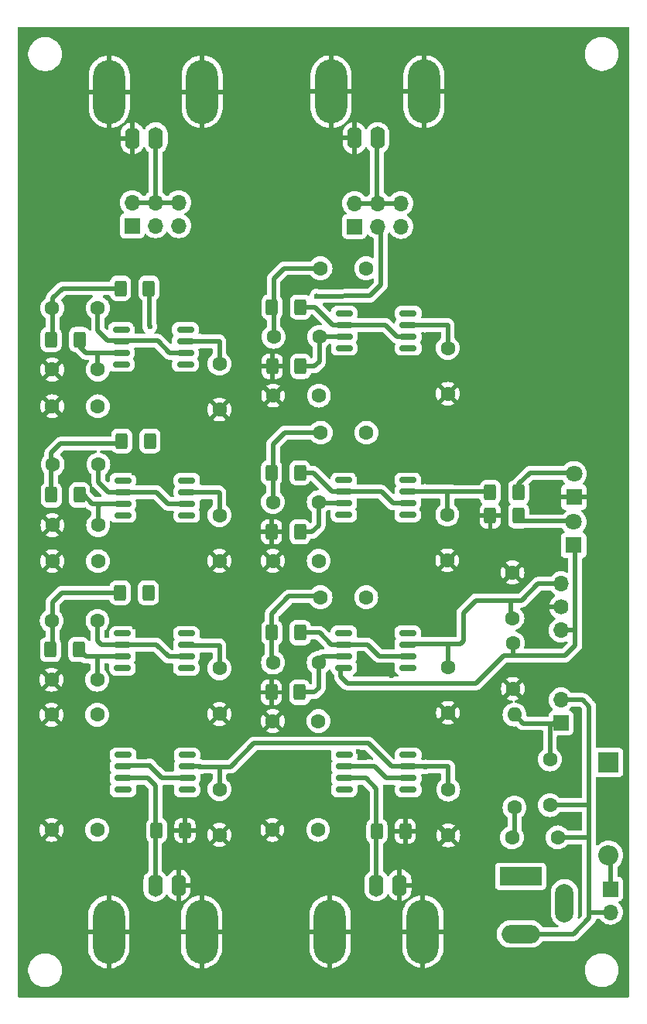
<source format=gtl>
G04 #@! TF.GenerationSoftware,KiCad,Pcbnew,8.0.3*
G04 #@! TF.CreationDate,2025-08-16T11:06:09+02:00*
G04 #@! TF.ProjectId,Pomiar_Filtrow_PCB,506f6d69-6172-45f4-9669-6c74726f775f,rev?*
G04 #@! TF.SameCoordinates,Original*
G04 #@! TF.FileFunction,Copper,L1,Top*
G04 #@! TF.FilePolarity,Positive*
%FSLAX46Y46*%
G04 Gerber Fmt 4.6, Leading zero omitted, Abs format (unit mm)*
G04 Created by KiCad (PCBNEW 8.0.3) date 2025-08-16 11:06:09*
%MOMM*%
%LPD*%
G01*
G04 APERTURE LIST*
G04 Aperture macros list*
%AMRoundRect*
0 Rectangle with rounded corners*
0 $1 Rounding radius*
0 $2 $3 $4 $5 $6 $7 $8 $9 X,Y pos of 4 corners*
0 Add a 4 corners polygon primitive as box body*
4,1,4,$2,$3,$4,$5,$6,$7,$8,$9,$2,$3,0*
0 Add four circle primitives for the rounded corners*
1,1,$1+$1,$2,$3*
1,1,$1+$1,$4,$5*
1,1,$1+$1,$6,$7*
1,1,$1+$1,$8,$9*
0 Add four rect primitives between the rounded corners*
20,1,$1+$1,$2,$3,$4,$5,0*
20,1,$1+$1,$4,$5,$6,$7,0*
20,1,$1+$1,$6,$7,$8,$9,0*
20,1,$1+$1,$8,$9,$2,$3,0*%
G04 Aperture macros list end*
G04 #@! TA.AperFunction,ComponentPad*
%ADD10R,2.200000X2.200000*%
G04 #@! TD*
G04 #@! TA.AperFunction,ComponentPad*
%ADD11O,2.200000X2.200000*%
G04 #@! TD*
G04 #@! TA.AperFunction,SMDPad,CuDef*
%ADD12RoundRect,0.150000X-0.800000X-0.150000X0.800000X-0.150000X0.800000X0.150000X-0.800000X0.150000X0*%
G04 #@! TD*
G04 #@! TA.AperFunction,ComponentPad*
%ADD13C,1.600000*%
G04 #@! TD*
G04 #@! TA.AperFunction,ComponentPad*
%ADD14O,1.600000X1.600000*%
G04 #@! TD*
G04 #@! TA.AperFunction,SMDPad,CuDef*
%ADD15RoundRect,0.250000X-0.400000X-0.625000X0.400000X-0.625000X0.400000X0.625000X-0.400000X0.625000X0*%
G04 #@! TD*
G04 #@! TA.AperFunction,SMDPad,CuDef*
%ADD16RoundRect,0.250000X0.400000X0.625000X-0.400000X0.625000X-0.400000X-0.625000X0.400000X-0.625000X0*%
G04 #@! TD*
G04 #@! TA.AperFunction,ComponentPad*
%ADD17R,1.700000X1.700000*%
G04 #@! TD*
G04 #@! TA.AperFunction,ComponentPad*
%ADD18O,1.700000X1.700000*%
G04 #@! TD*
G04 #@! TA.AperFunction,ComponentPad*
%ADD19O,1.600000X2.500000*%
G04 #@! TD*
G04 #@! TA.AperFunction,ComponentPad*
%ADD20O,3.500000X7.000000*%
G04 #@! TD*
G04 #@! TA.AperFunction,ComponentPad*
%ADD21R,1.800000X1.800000*%
G04 #@! TD*
G04 #@! TA.AperFunction,ComponentPad*
%ADD22C,1.800000*%
G04 #@! TD*
G04 #@! TA.AperFunction,ComponentPad*
%ADD23O,1.600000X1.700000*%
G04 #@! TD*
G04 #@! TA.AperFunction,ComponentPad*
%ADD24R,4.600000X2.000000*%
G04 #@! TD*
G04 #@! TA.AperFunction,ComponentPad*
%ADD25O,4.200000X2.000000*%
G04 #@! TD*
G04 #@! TA.AperFunction,ComponentPad*
%ADD26O,2.000000X4.200000*%
G04 #@! TD*
G04 #@! TA.AperFunction,ViaPad*
%ADD27C,0.600000*%
G04 #@! TD*
G04 #@! TA.AperFunction,Conductor*
%ADD28C,0.200000*%
G04 #@! TD*
G04 #@! TA.AperFunction,Conductor*
%ADD29C,0.500000*%
G04 #@! TD*
G04 APERTURE END LIST*
D10*
X152450000Y-138075000D03*
D11*
X152450000Y-148235000D03*
D12*
X99255000Y-123975000D03*
X99255000Y-125245000D03*
X99255000Y-126515000D03*
X99255000Y-127785000D03*
X106255000Y-127785000D03*
X106255000Y-126515000D03*
X106255000Y-125245000D03*
X106255000Y-123975000D03*
X123475000Y-123895000D03*
X123475000Y-125165000D03*
X123475000Y-126435000D03*
X123475000Y-127705000D03*
X130475000Y-127705000D03*
X130475000Y-126435000D03*
X130475000Y-125165000D03*
X130475000Y-123895000D03*
D13*
X134875000Y-132650000D03*
X134875000Y-127650000D03*
X142150000Y-143005000D03*
D14*
X142150000Y-132845000D03*
D15*
X139500000Y-111100000D03*
X142600000Y-111100000D03*
D13*
X141925000Y-117300000D03*
X141925000Y-122300000D03*
D15*
X127100000Y-145600000D03*
X130200000Y-145600000D03*
X115555000Y-130410000D03*
X118655000Y-130410000D03*
X91380000Y-125730000D03*
X94480000Y-125730000D03*
D13*
X134850000Y-97750000D03*
X134850000Y-92750000D03*
X115750000Y-97950000D03*
X120750000Y-97950000D03*
D16*
X102275000Y-102925000D03*
X99175000Y-102925000D03*
X102150000Y-86218885D03*
X99050000Y-86218885D03*
D13*
X141975000Y-125025000D03*
X141975000Y-130025000D03*
D15*
X103000000Y-145525000D03*
X106100000Y-145525000D03*
D17*
X100325000Y-79375000D03*
D18*
X100325000Y-76835000D03*
X102865000Y-79375000D03*
X102865000Y-76835000D03*
X105405000Y-79375000D03*
X105405000Y-76835000D03*
D13*
X125925000Y-84025000D03*
X120925000Y-84025000D03*
D16*
X102100000Y-119525000D03*
X99000000Y-119525000D03*
D19*
X127050000Y-151500000D03*
D20*
X132130000Y-156580000D03*
D19*
X129590000Y-151500000D03*
D20*
X121970000Y-156580000D03*
D17*
X152650000Y-151925000D03*
D18*
X152650000Y-154465000D03*
D13*
X91530000Y-122580000D03*
X96530000Y-122580000D03*
D15*
X115605000Y-123885000D03*
X118705000Y-123885000D03*
D13*
X120725000Y-109600000D03*
X115725000Y-109600000D03*
X146025000Y-142750000D03*
X146025000Y-137750000D03*
X109875000Y-146000000D03*
X109875000Y-141000000D03*
X96575000Y-95093885D03*
X91575000Y-95093885D03*
D19*
X127175000Y-69775000D03*
D20*
X122095000Y-64695000D03*
D19*
X124635000Y-69775000D03*
D20*
X132255000Y-64695000D03*
D13*
X125950000Y-102000000D03*
X120950000Y-102000000D03*
X109875000Y-116025000D03*
X109875000Y-111025000D03*
D15*
X139500000Y-108550000D03*
X142600000Y-108550000D03*
D13*
X91625000Y-105495000D03*
X96625000Y-105495000D03*
X109875000Y-99468885D03*
X109875000Y-94468885D03*
X120730000Y-127160000D03*
X115730000Y-127160000D03*
D21*
X148625000Y-114325000D03*
D22*
X148625000Y-111785000D03*
D12*
X99325000Y-137270000D03*
X99325000Y-138540000D03*
X99325000Y-139810000D03*
X99325000Y-141080000D03*
X106325000Y-141080000D03*
X106325000Y-139810000D03*
X106325000Y-138540000D03*
X106325000Y-137270000D03*
D13*
X115662500Y-145450000D03*
X120662500Y-145450000D03*
X134900000Y-146050000D03*
X134900000Y-141050000D03*
D12*
X123525000Y-137270000D03*
X123525000Y-138540000D03*
X123525000Y-139810000D03*
X123525000Y-141080000D03*
X130525000Y-141080000D03*
X130525000Y-139810000D03*
X130525000Y-138540000D03*
X130525000Y-137270000D03*
D15*
X91475000Y-108820000D03*
X94575000Y-108820000D03*
D12*
X99150000Y-90735000D03*
X99150000Y-92005000D03*
X99150000Y-93275000D03*
X99150000Y-94545000D03*
X106150000Y-94545000D03*
X106150000Y-93275000D03*
X106150000Y-92005000D03*
X106150000Y-90735000D03*
D13*
X91575000Y-88368885D03*
X96575000Y-88368885D03*
D19*
X102850000Y-151525000D03*
D20*
X107930000Y-156605000D03*
D19*
X105390000Y-151525000D03*
D20*
X97770000Y-156605000D03*
D13*
X134800000Y-115975000D03*
X134800000Y-110975000D03*
X146875000Y-146275000D03*
X141875000Y-146275000D03*
X91505000Y-132855000D03*
X96505000Y-132855000D03*
D17*
X124650000Y-79450000D03*
D18*
X124650000Y-76910000D03*
X127190000Y-79450000D03*
X127190000Y-76910000D03*
X129730000Y-79450000D03*
X129730000Y-76910000D03*
D13*
X120800000Y-91525000D03*
X115800000Y-91525000D03*
D15*
X91450000Y-91818885D03*
X94550000Y-91818885D03*
D12*
X123525000Y-88945000D03*
X123525000Y-90215000D03*
X123525000Y-91485000D03*
X123525000Y-92755000D03*
X130525000Y-92755000D03*
X130525000Y-91485000D03*
X130525000Y-90215000D03*
X130525000Y-88945000D03*
D13*
X115725000Y-116025000D03*
X120725000Y-116025000D03*
X109875000Y-132775000D03*
X109875000Y-127775000D03*
D15*
X115650000Y-94750000D03*
X118750000Y-94750000D03*
D19*
X102900000Y-69800000D03*
D20*
X97820000Y-64720000D03*
D19*
X100360000Y-69800000D03*
D20*
X107980000Y-64720000D03*
D15*
X115625000Y-88275000D03*
X118725000Y-88275000D03*
D13*
X96505000Y-129030000D03*
X91505000Y-129030000D03*
X91500000Y-145450000D03*
X96500000Y-145450000D03*
D17*
X147242500Y-133772500D03*
D18*
X147242500Y-131232500D03*
X147242500Y-123612500D03*
D23*
X147242500Y-121072500D03*
D18*
X147242500Y-118532500D03*
D12*
X99300000Y-107240000D03*
X99300000Y-108510000D03*
X99300000Y-109780000D03*
X99300000Y-111050000D03*
X106300000Y-111050000D03*
X106300000Y-109780000D03*
X106300000Y-108510000D03*
X106300000Y-107240000D03*
D13*
X91587500Y-116057500D03*
X96587500Y-116057500D03*
X96600000Y-112120000D03*
X91600000Y-112120000D03*
D24*
X142825000Y-150550000D03*
D25*
X142825000Y-156850000D03*
D26*
X147625000Y-153450000D03*
D13*
X125930000Y-120010000D03*
X120930000Y-120010000D03*
X115705000Y-133560000D03*
X120705000Y-133560000D03*
X91575000Y-99118885D03*
X96575000Y-99118885D03*
D15*
X115575000Y-112850000D03*
X118675000Y-112850000D03*
D12*
X123475000Y-107195000D03*
X123475000Y-108465000D03*
X123475000Y-109735000D03*
X123475000Y-111005000D03*
X130475000Y-111005000D03*
X130475000Y-109735000D03*
X130475000Y-108465000D03*
X130475000Y-107195000D03*
D21*
X148650000Y-109050000D03*
D22*
X148650000Y-106510000D03*
D15*
X115575000Y-106400000D03*
X118675000Y-106400000D03*
D27*
X145400000Y-120850000D03*
X109325000Y-150375000D03*
X96275000Y-150300000D03*
X133325000Y-150350000D03*
X120750000Y-150300000D03*
X117850000Y-76875000D03*
X115250000Y-76900000D03*
X117850000Y-79425000D03*
X115250000Y-79450000D03*
X107825000Y-92000000D03*
X107800000Y-125275000D03*
X132375000Y-90250000D03*
X132375000Y-108425000D03*
X107800000Y-138550000D03*
X132375000Y-125125000D03*
X132400000Y-138575000D03*
X107825000Y-108525000D03*
X104900000Y-128625000D03*
X100525000Y-106425000D03*
X104825000Y-111875000D03*
X147000000Y-109025000D03*
X129025000Y-93650000D03*
X101050000Y-136750000D03*
X129000000Y-111825000D03*
X125075000Y-123300000D03*
X128700000Y-128550000D03*
X104775000Y-141900000D03*
X125075000Y-136875000D03*
X125200000Y-88550000D03*
X100575000Y-123225000D03*
X128975000Y-141925000D03*
X125000000Y-106575000D03*
X100650000Y-90125000D03*
X104750000Y-95400000D03*
X99100000Y-94525000D03*
X99050000Y-111050000D03*
X99100000Y-127800000D03*
X123162500Y-92662500D03*
X123150000Y-127700000D03*
X123150000Y-111025000D03*
X99075000Y-141075000D03*
X123150000Y-141075000D03*
X126250000Y-138525000D03*
X130525000Y-91485000D03*
X118675000Y-106400000D03*
X120500000Y-87075000D03*
X118705000Y-123885000D03*
X102250000Y-90375000D03*
X102225000Y-119500000D03*
X102225000Y-138450000D03*
X102375000Y-102820000D03*
D28*
X147242500Y-121072500D02*
X145402500Y-121072500D01*
D29*
X142150000Y-146000000D02*
X141875000Y-146275000D01*
X142150000Y-143005000D02*
X142150000Y-146000000D01*
X150365000Y-154465000D02*
X152650000Y-154465000D01*
D28*
X152650000Y-148435000D02*
X152450000Y-148235000D01*
D29*
X152650000Y-151925000D02*
X152650000Y-148435000D01*
X150325000Y-154425000D02*
X150365000Y-154465000D01*
X150325000Y-151850000D02*
X150325000Y-154425000D01*
X150325000Y-151850000D02*
X150325000Y-146300000D01*
X150325000Y-155125000D02*
X150325000Y-151850000D01*
D28*
X106340000Y-138525000D02*
X106325000Y-138540000D01*
D29*
X132435000Y-138540000D02*
X134525000Y-138540000D01*
X130525000Y-138540000D02*
X128690000Y-138540000D01*
X106300000Y-108510000D02*
X109350000Y-108510000D01*
X107825000Y-92000000D02*
X107830000Y-92005000D01*
X109750000Y-108510000D02*
X109875000Y-108635000D01*
X109875000Y-108635000D02*
X109875000Y-111025000D01*
D28*
X134890000Y-138540000D02*
X134900000Y-138550000D01*
D29*
X139400000Y-108450000D02*
X139500000Y-108550000D01*
D28*
X109838885Y-92005000D02*
X109875000Y-91968885D01*
D29*
X134000000Y-108465000D02*
X134325000Y-108465000D01*
X136200000Y-125150000D02*
X134875000Y-125150000D01*
X113650000Y-136000000D02*
X111100000Y-138550000D01*
X109875000Y-125275000D02*
X108550000Y-125275000D01*
X107820000Y-92005000D02*
X107825000Y-92000000D01*
X109875000Y-141000000D02*
X109875000Y-138725000D01*
X135415000Y-108465000D02*
X135425000Y-108475000D01*
X141775000Y-122150000D02*
X141775000Y-120525000D01*
X141925000Y-120375000D02*
X142900000Y-120375000D01*
X107775000Y-138525000D02*
X106340000Y-138525000D01*
X126150000Y-136000000D02*
X113650000Y-136000000D01*
X134850000Y-90250000D02*
X134850000Y-92750000D01*
X134000000Y-108465000D02*
X135415000Y-108465000D01*
X135425000Y-108475000D02*
X139425000Y-108475000D01*
X107800000Y-125275000D02*
X106285000Y-125275000D01*
X141925000Y-122300000D02*
X141775000Y-122150000D01*
X141775000Y-120525000D02*
X141925000Y-120375000D01*
X109838885Y-92005000D02*
X109875000Y-92041115D01*
X132365000Y-138540000D02*
X132400000Y-138575000D01*
X141925000Y-120375000D02*
X137900000Y-120375000D01*
X134800000Y-108475000D02*
X134800000Y-110975000D01*
X130525000Y-138540000D02*
X132365000Y-138540000D01*
D28*
X134815000Y-90215000D02*
X134850000Y-90250000D01*
D29*
X106150000Y-92005000D02*
X107820000Y-92005000D01*
X128690000Y-138540000D02*
X126150000Y-136000000D01*
X134900000Y-138550000D02*
X134900000Y-141050000D01*
X109875000Y-138725000D02*
X110050000Y-138550000D01*
X109100000Y-92005000D02*
X109838885Y-92005000D01*
X130490000Y-125150000D02*
X130475000Y-125165000D01*
D28*
X134790000Y-108465000D02*
X134800000Y-108475000D01*
D29*
X137900000Y-120375000D02*
X136575000Y-121700000D01*
X109875000Y-125275000D02*
X109875000Y-127775000D01*
X109350000Y-108510000D02*
X109750000Y-108510000D01*
X110050000Y-138550000D02*
X107800000Y-138550000D01*
X130525000Y-90215000D02*
X134050000Y-90215000D01*
X107830000Y-92005000D02*
X109100000Y-92005000D01*
X142900000Y-120375000D02*
X144742500Y-118532500D01*
X107800000Y-138550000D02*
X107775000Y-138525000D01*
X134325000Y-108465000D02*
X134550000Y-108465000D01*
X134875000Y-125150000D02*
X130490000Y-125150000D01*
X134800000Y-108475000D02*
X135425000Y-108475000D01*
X132400000Y-138575000D02*
X132435000Y-138540000D01*
X134875000Y-125150000D02*
X134875000Y-127650000D01*
X144742500Y-118532500D02*
X147242500Y-118532500D01*
X136575000Y-121700000D02*
X136575000Y-124775000D01*
X107825000Y-138525000D02*
X107800000Y-138550000D01*
X136575000Y-124775000D02*
X136200000Y-125150000D01*
X139425000Y-108475000D02*
X139500000Y-108550000D01*
X134050000Y-90215000D02*
X134815000Y-90215000D01*
D28*
X106285000Y-125275000D02*
X106255000Y-125245000D01*
D29*
X134525000Y-138540000D02*
X134890000Y-138540000D01*
X109875000Y-92041115D02*
X109875000Y-94468885D01*
X108550000Y-125275000D02*
X107800000Y-125275000D01*
X111100000Y-138550000D02*
X109925000Y-138550000D01*
X133750000Y-108465000D02*
X134000000Y-108465000D01*
X130475000Y-108465000D02*
X133750000Y-108465000D01*
D28*
X147000000Y-109025000D02*
X146975000Y-109050000D01*
X146975000Y-109050000D02*
X146950000Y-109050000D01*
X147025000Y-109050000D02*
X147000000Y-109025000D01*
D29*
X148650000Y-109050000D02*
X147025000Y-109050000D01*
X99170000Y-94525000D02*
X99100000Y-94525000D01*
X143355000Y-126405000D02*
X141975000Y-126405000D01*
X123150000Y-127700000D02*
X123150000Y-128700000D01*
X140945000Y-126405000D02*
X143355000Y-126405000D01*
X99100000Y-94595000D02*
X99125000Y-94570000D01*
X148800000Y-123500000D02*
X148687500Y-123612500D01*
X99150000Y-94545000D02*
X99170000Y-94525000D01*
X99100000Y-94525000D02*
X99100000Y-94595000D01*
X148800000Y-123500000D02*
X148800000Y-114500000D01*
X141975000Y-126405000D02*
X141975000Y-125025000D01*
X147645000Y-126405000D02*
X148800000Y-125250000D01*
X137925000Y-129425000D02*
X140945000Y-126405000D01*
X143355000Y-126405000D02*
X147645000Y-126405000D01*
X148800000Y-114500000D02*
X148625000Y-114325000D01*
X123150000Y-128700000D02*
X123550000Y-129100000D01*
X123875000Y-129425000D02*
X137925000Y-129425000D01*
X123150000Y-128700000D02*
X123875000Y-129425000D01*
X148800000Y-125250000D02*
X148800000Y-123500000D01*
X99330000Y-141075000D02*
X99325000Y-141080000D01*
D28*
X123550000Y-129100000D02*
X123275000Y-129100000D01*
D29*
X148687500Y-123612500D02*
X147242500Y-123612500D01*
X99075000Y-141075000D02*
X99330000Y-141075000D01*
X142150000Y-149875000D02*
X142450000Y-150175000D01*
X142450000Y-150175000D02*
X142975000Y-150175000D01*
X146875000Y-146275000D02*
X150300000Y-146275000D01*
X149607500Y-131232500D02*
X147242500Y-131232500D01*
X146025000Y-142750000D02*
X150275000Y-142750000D01*
X150325000Y-131950000D02*
X149607500Y-131232500D01*
X150325000Y-143000000D02*
X150325000Y-131950000D01*
X142975000Y-156475000D02*
X143350000Y-156850000D01*
X143350000Y-156850000D02*
X148600000Y-156850000D01*
X150325000Y-143000000D02*
X150325000Y-142700000D01*
X150300000Y-146275000D02*
X150325000Y-146300000D01*
X150275000Y-142750000D02*
X150325000Y-142700000D01*
X148600000Y-156850000D02*
X150325000Y-155125000D01*
X150325000Y-146300000D02*
X150325000Y-143000000D01*
X96505000Y-126615000D02*
X96505000Y-129030000D01*
X95265000Y-126515000D02*
X94480000Y-125730000D01*
X96705000Y-126515000D02*
X95265000Y-126515000D01*
X96705000Y-126515000D02*
X96405000Y-126515000D01*
X99255000Y-126515000D02*
X96705000Y-126515000D01*
X96405000Y-126515000D02*
X96505000Y-126615000D01*
X91600000Y-125350000D02*
X91600000Y-123900000D01*
X91600000Y-120575000D02*
X92650000Y-119525000D01*
X92650000Y-119525000D02*
X99000000Y-119525000D01*
D28*
X91600000Y-122350000D02*
X91750000Y-122200000D01*
D29*
X91600000Y-123900000D02*
X91600000Y-122350000D01*
X98450000Y-119425000D02*
X98955000Y-119930000D01*
X91600000Y-123900000D02*
X91600000Y-120575000D01*
X96530000Y-122580000D02*
X96530000Y-124755000D01*
X102980000Y-125205000D02*
X104290000Y-126515000D01*
X96530000Y-124755000D02*
X96980000Y-125205000D01*
X96980000Y-125205000D02*
X102980000Y-125205000D01*
X104290000Y-126515000D02*
X106255000Y-126515000D01*
D28*
X96400000Y-109795000D02*
X96450000Y-109745000D01*
D29*
X96600000Y-110080000D02*
X96600000Y-112120000D01*
X99300000Y-109780000D02*
X96900000Y-109780000D01*
X95950000Y-109795000D02*
X94975000Y-108820000D01*
D28*
X95950000Y-109795000D02*
X96400000Y-109795000D01*
D29*
X96900000Y-109780000D02*
X95965000Y-109780000D01*
X96900000Y-109780000D02*
X96600000Y-110080000D01*
X95965000Y-109780000D02*
X95950000Y-109795000D01*
X94975000Y-108820000D02*
X94575000Y-108820000D01*
X91475000Y-104245000D02*
X91475000Y-108820000D01*
X99025000Y-103220000D02*
X92500000Y-103220000D01*
X92500000Y-103220000D02*
X91475000Y-104245000D01*
X104260000Y-109780000D02*
X106300000Y-109780000D01*
X99300000Y-108510000D02*
X97690000Y-108510000D01*
X99300000Y-108510000D02*
X102990000Y-108510000D01*
X96625000Y-107445000D02*
X96625000Y-105495000D01*
X97690000Y-108510000D02*
X96625000Y-107445000D01*
X102990000Y-108510000D02*
X104260000Y-109780000D01*
D28*
X96543885Y-93275000D02*
X96500000Y-93318885D01*
D29*
X96543885Y-93275000D02*
X96543885Y-95062770D01*
X94550000Y-92568885D02*
X94550000Y-91818885D01*
X97300000Y-93275000D02*
X96543885Y-93275000D01*
D28*
X96543885Y-95062770D02*
X96575000Y-95093885D01*
D29*
X97300000Y-93275000D02*
X95256115Y-93275000D01*
X95256115Y-93275000D02*
X94550000Y-92568885D01*
X99150000Y-93275000D02*
X97300000Y-93275000D01*
X91618885Y-88368885D02*
X91618885Y-89775000D01*
X91650000Y-87275000D02*
X92706115Y-86218885D01*
X91618885Y-89775000D02*
X91618885Y-91693885D01*
X91650000Y-89743885D02*
X91650000Y-87275000D01*
X91618885Y-89775000D02*
X91650000Y-89743885D01*
X91618885Y-91693885D02*
X91493885Y-91818885D01*
X92706115Y-86218885D02*
X99050000Y-86218885D01*
X97650000Y-91943885D02*
X102875000Y-91943885D01*
D28*
X96575000Y-90293885D02*
X96650000Y-90368885D01*
D29*
X96575000Y-88368885D02*
X96575000Y-89843885D01*
X96575000Y-89843885D02*
X96575000Y-90868885D01*
X102875000Y-91943885D02*
X103100000Y-91943885D01*
X103100000Y-91943885D02*
X104431115Y-93275000D01*
X96575000Y-89843885D02*
X96575000Y-90293885D01*
X96575000Y-90868885D02*
X97650000Y-91943885D01*
X104431115Y-93275000D02*
X106150000Y-93275000D01*
X120730000Y-129920000D02*
X120240000Y-130410000D01*
X121140000Y-126435000D02*
X123475000Y-126435000D01*
X120730000Y-127160000D02*
X120730000Y-126845000D01*
X120730000Y-126845000D02*
X121140000Y-126435000D01*
X121145000Y-127575000D02*
X120730000Y-127160000D01*
X120730000Y-127160000D02*
X120730000Y-129920000D01*
X120240000Y-130410000D02*
X118655000Y-130410000D01*
X117480000Y-119910000D02*
X115605000Y-121785000D01*
X117480000Y-119910000D02*
X121280000Y-119910000D01*
D28*
X117430000Y-119860000D02*
X117480000Y-119910000D01*
D29*
X115605000Y-121785000D02*
X115605000Y-126920000D01*
X128135000Y-139810000D02*
X130525000Y-139810000D01*
X126255000Y-119935000D02*
X126280000Y-119910000D01*
X123525000Y-138540000D02*
X126865000Y-138540000D01*
X126865000Y-138540000D02*
X128135000Y-139810000D01*
X115725000Y-109600000D02*
X115725000Y-103275000D01*
X117000000Y-102000000D02*
X120950000Y-102000000D01*
X115725000Y-103275000D02*
X117000000Y-102000000D01*
X120725000Y-112125000D02*
X120000000Y-112850000D01*
D28*
X123435000Y-109600000D02*
X123475000Y-109560000D01*
D29*
X120725000Y-109600000D02*
X120725000Y-112125000D01*
X120000000Y-112850000D02*
X118675000Y-112850000D01*
X120725000Y-109600000D02*
X120860000Y-109735000D01*
X120860000Y-109735000D02*
X123300000Y-109735000D01*
X115800000Y-85150000D02*
X115800000Y-91525000D01*
X116925000Y-84025000D02*
X120925000Y-84025000D01*
X116925000Y-84025000D02*
X115800000Y-85150000D01*
X118750000Y-94750000D02*
X120250000Y-94750000D01*
X120250000Y-94750000D02*
X120800000Y-94200000D01*
X120800000Y-91525000D02*
X123485000Y-91525000D01*
X123485000Y-91525000D02*
X123525000Y-91485000D01*
X120800000Y-94200000D02*
X120800000Y-91525000D01*
X142600000Y-107625000D02*
X143825000Y-106400000D01*
X148540000Y-106400000D02*
X148650000Y-106510000D01*
X142600000Y-108550000D02*
X142600000Y-107625000D01*
X143825000Y-106400000D02*
X148540000Y-106400000D01*
X143200000Y-111700000D02*
X142600000Y-111100000D01*
X148540000Y-111700000D02*
X143200000Y-111700000D01*
X148625000Y-111785000D02*
X148540000Y-111700000D01*
X102035000Y-139810000D02*
X99325000Y-139810000D01*
X102875000Y-146545000D02*
X102875000Y-140650000D01*
X102845000Y-151295000D02*
X102845000Y-146575000D01*
X102845000Y-146575000D02*
X102875000Y-146545000D01*
X102845000Y-146575000D02*
X102845000Y-144805000D01*
D28*
X102845000Y-144805000D02*
X102925000Y-144725000D01*
D29*
X102875000Y-140650000D02*
X102035000Y-139810000D01*
X127190000Y-76910000D02*
X124650000Y-76910000D01*
X127175000Y-76910000D02*
X129655000Y-76910000D01*
X127115000Y-69760000D02*
X127115000Y-76835000D01*
X127115000Y-76835000D02*
X127190000Y-76910000D01*
D28*
X127115000Y-69760000D02*
X127175000Y-69700000D01*
D29*
X128015000Y-90215000D02*
X123525000Y-90215000D01*
X130525000Y-91485000D02*
X129285000Y-91485000D01*
X122290000Y-90215000D02*
X120350000Y-88275000D01*
X120350000Y-88275000D02*
X118725000Y-88275000D01*
X129285000Y-91485000D02*
X128015000Y-90215000D01*
X123525000Y-90215000D02*
X122290000Y-90215000D01*
X127525000Y-85825000D02*
X126325000Y-87025000D01*
X127565000Y-108465000D02*
X128835000Y-109735000D01*
X127525000Y-79785000D02*
X127525000Y-85825000D01*
X120500000Y-87075000D02*
X120525000Y-87025000D01*
X126325000Y-87025000D02*
X120500000Y-87075000D01*
X127190000Y-79450000D02*
X127525000Y-79785000D01*
X118675000Y-106400000D02*
X120125000Y-106400000D01*
X120125000Y-106400000D02*
X122190000Y-108465000D01*
X128835000Y-109735000D02*
X130475000Y-109735000D01*
X122190000Y-108465000D02*
X127565000Y-108465000D01*
X120810000Y-123885000D02*
X122090000Y-125165000D01*
D28*
X118705000Y-123885000D02*
X119280000Y-123885000D01*
D29*
X119280000Y-123885000D02*
X120810000Y-123885000D01*
X126065000Y-125165000D02*
X127335000Y-126435000D01*
X127335000Y-126435000D02*
X130475000Y-126435000D01*
X122090000Y-125165000D02*
X123475000Y-125165000D01*
X123475000Y-125165000D02*
X126065000Y-125165000D01*
X100325000Y-76835000D02*
X102865000Y-76835000D01*
X102860000Y-76830000D02*
X102860000Y-69840000D01*
X102865000Y-76835000D02*
X105405000Y-76835000D01*
D28*
X102860000Y-69840000D02*
X102900000Y-69800000D01*
D29*
X100320000Y-76830000D02*
X100325000Y-76835000D01*
X102865000Y-76835000D02*
X102860000Y-76830000D01*
D28*
X127050000Y-145650000D02*
X127100000Y-145600000D01*
D29*
X125910000Y-139810000D02*
X123525000Y-139810000D01*
X127050000Y-147175000D02*
X127050000Y-145650000D01*
X127050000Y-140950000D02*
X125910000Y-139810000D01*
X127050000Y-151275000D02*
X127050000Y-147175000D01*
X127050000Y-147175000D02*
X127050000Y-140950000D01*
X102250000Y-90375000D02*
X102250000Y-90350000D01*
X99415000Y-138450000D02*
X99325000Y-138540000D01*
X102225000Y-138450000D02*
X99415000Y-138450000D01*
X102225000Y-86293885D02*
X102150000Y-86218885D01*
X102300000Y-90400000D02*
X102275000Y-90375000D01*
X103585000Y-139810000D02*
X106325000Y-139810000D01*
X102250000Y-90350000D02*
X102225000Y-90325000D01*
X102275000Y-90375000D02*
X102250000Y-90375000D01*
X102225000Y-138450000D02*
X103585000Y-139810000D01*
X102225000Y-90325000D02*
X102225000Y-86293885D01*
X146025000Y-134125000D02*
X146377500Y-133772500D01*
X146377500Y-133772500D02*
X147242500Y-133772500D01*
X146025000Y-137750000D02*
X146025000Y-134125000D01*
X142150000Y-132845000D02*
X143105000Y-133800000D01*
X143105000Y-133800000D02*
X146765000Y-133800000D01*
X146765000Y-133800000D02*
X146990000Y-134025000D01*
G04 #@! TA.AperFunction,Conductor*
G36*
X125854809Y-136770185D02*
G01*
X125875451Y-136786819D01*
X126658878Y-137570246D01*
X126692363Y-137631569D01*
X126687379Y-137701261D01*
X126645507Y-137757194D01*
X126580043Y-137781611D01*
X126530242Y-137774968D01*
X126429262Y-137739633D01*
X126429249Y-137739630D01*
X126250004Y-137719435D01*
X126249996Y-137719435D01*
X126070750Y-137739630D01*
X126070737Y-137739633D01*
X125948116Y-137782541D01*
X125907161Y-137789500D01*
X125060200Y-137789500D01*
X124993161Y-137769815D01*
X124947406Y-137717011D01*
X124937462Y-137647853D01*
X124941124Y-137630905D01*
X124972597Y-137522573D01*
X124972597Y-137522571D01*
X124972598Y-137522569D01*
X124975500Y-137485694D01*
X124975500Y-137054306D01*
X124972598Y-137017431D01*
X124946363Y-136927129D01*
X124941124Y-136909095D01*
X124941323Y-136839225D01*
X124979265Y-136780555D01*
X125042904Y-136751712D01*
X125060200Y-136750500D01*
X125787770Y-136750500D01*
X125854809Y-136770185D01*
G37*
G04 #@! TD.AperFunction*
G04 #@! TA.AperFunction,Conductor*
G36*
X125769809Y-125935185D02*
G01*
X125790451Y-125951819D01*
X126752048Y-126913415D01*
X126752049Y-126913416D01*
X126825495Y-126986862D01*
X126856585Y-127017952D01*
X126979498Y-127100080D01*
X126979511Y-127100087D01*
X127113291Y-127155500D01*
X127116087Y-127156658D01*
X127116091Y-127156658D01*
X127116092Y-127156659D01*
X127261079Y-127185500D01*
X127261082Y-127185500D01*
X128939800Y-127185500D01*
X129006839Y-127205185D01*
X129052594Y-127257989D01*
X129062538Y-127327147D01*
X129058876Y-127344095D01*
X129027402Y-127452426D01*
X129027401Y-127452432D01*
X129024500Y-127489298D01*
X129024500Y-127920701D01*
X129027401Y-127957567D01*
X129027402Y-127957573D01*
X129073254Y-128115393D01*
X129073255Y-128115396D01*
X129156917Y-128256862D01*
X129156923Y-128256870D01*
X129273129Y-128373076D01*
X129273133Y-128373079D01*
X129273135Y-128373081D01*
X129338617Y-128411807D01*
X129392661Y-128443768D01*
X129440344Y-128494837D01*
X129452848Y-128563578D01*
X129426203Y-128628168D01*
X129368868Y-128668098D01*
X129329540Y-128674500D01*
X124620460Y-128674500D01*
X124553421Y-128654815D01*
X124507666Y-128602011D01*
X124497722Y-128532853D01*
X124526747Y-128469297D01*
X124557339Y-128443768D01*
X124584451Y-128427734D01*
X124676865Y-128373081D01*
X124793081Y-128256865D01*
X124876744Y-128115398D01*
X124910521Y-127999139D01*
X124922597Y-127957573D01*
X124922598Y-127957567D01*
X124923117Y-127950973D01*
X124925500Y-127920694D01*
X124925500Y-127489306D01*
X124922598Y-127452431D01*
X124914138Y-127423313D01*
X124876745Y-127294606D01*
X124876744Y-127294603D01*
X124876744Y-127294602D01*
X124793081Y-127153135D01*
X124793078Y-127153132D01*
X124788298Y-127146969D01*
X124790750Y-127145066D01*
X124764155Y-127096421D01*
X124769104Y-127026726D01*
X124789940Y-126994304D01*
X124788298Y-126993031D01*
X124793075Y-126986870D01*
X124793081Y-126986865D01*
X124876744Y-126845398D01*
X124922598Y-126687569D01*
X124925500Y-126650694D01*
X124925500Y-126219306D01*
X124922598Y-126182431D01*
X124916068Y-126159954D01*
X124891124Y-126074095D01*
X124891323Y-126004225D01*
X124929265Y-125945555D01*
X124992904Y-125916712D01*
X125010200Y-125915500D01*
X125702770Y-125915500D01*
X125769809Y-125935185D01*
G37*
G04 #@! TD.AperFunction*
G04 #@! TA.AperFunction,Conductor*
G36*
X146121838Y-119302685D02*
G01*
X146156373Y-119335876D01*
X146204005Y-119403901D01*
X146371099Y-119570995D01*
X146435500Y-119616089D01*
X146563547Y-119705749D01*
X146607172Y-119760326D01*
X146614365Y-119829824D01*
X146582843Y-119892179D01*
X146564595Y-119907091D01*
X146565093Y-119907776D01*
X146395605Y-120030917D01*
X146395604Y-120030917D01*
X146250917Y-120175604D01*
X146250917Y-120175605D01*
X146130640Y-120341150D01*
X146037744Y-120523470D01*
X145974509Y-120718086D01*
X145957972Y-120822500D01*
X146809488Y-120822500D01*
X146776575Y-120879507D01*
X146742500Y-121006674D01*
X146742500Y-121138326D01*
X146776575Y-121265493D01*
X146809488Y-121322500D01*
X145957972Y-121322500D01*
X145974509Y-121426913D01*
X146037744Y-121621529D01*
X146130640Y-121803849D01*
X146250917Y-121969394D01*
X146250917Y-121969395D01*
X146395604Y-122114082D01*
X146565093Y-122237224D01*
X146563680Y-122239168D01*
X146603984Y-122283539D01*
X146615542Y-122352446D01*
X146588012Y-122416664D01*
X146563549Y-122439250D01*
X146371094Y-122574008D01*
X146204005Y-122741097D01*
X146068465Y-122934669D01*
X146068464Y-122934671D01*
X145974901Y-123135316D01*
X145971200Y-123143256D01*
X145968598Y-123148835D01*
X145968594Y-123148844D01*
X145907438Y-123377086D01*
X145907436Y-123377096D01*
X145886841Y-123612499D01*
X145886841Y-123612500D01*
X145907436Y-123847903D01*
X145907438Y-123847913D01*
X145968594Y-124076155D01*
X145968596Y-124076159D01*
X145968597Y-124076163D01*
X146001895Y-124147570D01*
X146068465Y-124290330D01*
X146068467Y-124290334D01*
X146159391Y-124420186D01*
X146204005Y-124483901D01*
X146371099Y-124650995D01*
X146387957Y-124662799D01*
X146564665Y-124786532D01*
X146564667Y-124786533D01*
X146564670Y-124786535D01*
X146778837Y-124886403D01*
X147007092Y-124947563D01*
X147195418Y-124964039D01*
X147242499Y-124968159D01*
X147242500Y-124968159D01*
X147242501Y-124968159D01*
X147281734Y-124964726D01*
X147477908Y-124947563D01*
X147706163Y-124886403D01*
X147810939Y-124837544D01*
X147880014Y-124827053D01*
X147943798Y-124855572D01*
X147982038Y-124914049D01*
X147982593Y-124983916D01*
X147951023Y-125037608D01*
X147370451Y-125618181D01*
X147309128Y-125651666D01*
X147282770Y-125654500D01*
X143311044Y-125654500D01*
X143244005Y-125634815D01*
X143198250Y-125582011D01*
X143188306Y-125512853D01*
X143198661Y-125478098D01*
X143201736Y-125471503D01*
X143201736Y-125471501D01*
X143201739Y-125471496D01*
X143260635Y-125251692D01*
X143280468Y-125025000D01*
X143260635Y-124798308D01*
X143202690Y-124582052D01*
X143201741Y-124578511D01*
X143201738Y-124578502D01*
X143193118Y-124560016D01*
X143105568Y-124372266D01*
X142978431Y-124190694D01*
X142975045Y-124185858D01*
X142814141Y-124024954D01*
X142627734Y-123894432D01*
X142627732Y-123894431D01*
X142421497Y-123798261D01*
X142421491Y-123798259D01*
X142336835Y-123775576D01*
X142277175Y-123739211D01*
X142246646Y-123676364D01*
X142254941Y-123606988D01*
X142299426Y-123553110D01*
X142336837Y-123536026D01*
X142371486Y-123526742D01*
X142371489Y-123526740D01*
X142371496Y-123526739D01*
X142577734Y-123430568D01*
X142764139Y-123300047D01*
X142925047Y-123139139D01*
X143055568Y-122952734D01*
X143151739Y-122746496D01*
X143210635Y-122526692D01*
X143230468Y-122300000D01*
X143210635Y-122073308D01*
X143151739Y-121853504D01*
X143055568Y-121647266D01*
X142925047Y-121460861D01*
X142925045Y-121460858D01*
X142801368Y-121337181D01*
X142767883Y-121275858D01*
X142772867Y-121206166D01*
X142814739Y-121150233D01*
X142880203Y-121125816D01*
X142889049Y-121125500D01*
X142973920Y-121125500D01*
X143071462Y-121106096D01*
X143118913Y-121096658D01*
X143255495Y-121040084D01*
X143323669Y-120994532D01*
X143378416Y-120957952D01*
X145017048Y-119319318D01*
X145078371Y-119285834D01*
X145104729Y-119283000D01*
X146054799Y-119283000D01*
X146121838Y-119302685D01*
G37*
G04 #@! TD.AperFunction*
G04 #@! TA.AperFunction,Conductor*
G36*
X147395488Y-107170185D02*
G01*
X147432258Y-107206679D01*
X147541018Y-107373150D01*
X147636167Y-107476510D01*
X147667089Y-107539164D01*
X147659228Y-107608590D01*
X147615081Y-107662746D01*
X147588271Y-107676674D01*
X147507911Y-107706646D01*
X147507906Y-107706649D01*
X147392812Y-107792809D01*
X147392809Y-107792812D01*
X147306649Y-107907906D01*
X147306645Y-107907913D01*
X147256403Y-108042620D01*
X147256401Y-108042627D01*
X147250000Y-108102155D01*
X147250000Y-108800000D01*
X148274722Y-108800000D01*
X148230667Y-108876306D01*
X148200000Y-108990756D01*
X148200000Y-109109244D01*
X148230667Y-109223694D01*
X148274722Y-109300000D01*
X147250000Y-109300000D01*
X147250000Y-109997844D01*
X147256401Y-110057372D01*
X147256403Y-110057379D01*
X147306645Y-110192086D01*
X147306649Y-110192093D01*
X147392809Y-110307187D01*
X147392812Y-110307190D01*
X147507906Y-110393350D01*
X147507913Y-110393354D01*
X147642620Y-110443596D01*
X147642627Y-110443598D01*
X147702155Y-110449999D01*
X147705479Y-110450177D01*
X147705469Y-110450355D01*
X147705475Y-110450356D01*
X147705463Y-110450459D01*
X147705385Y-110451918D01*
X147765892Y-110469685D01*
X147811647Y-110522489D01*
X147821591Y-110591647D01*
X147792566Y-110655203D01*
X147775015Y-110671853D01*
X147673222Y-110751081D01*
X147673219Y-110751084D01*
X147673216Y-110751086D01*
X147673216Y-110751087D01*
X147541901Y-110893734D01*
X147527403Y-110909483D01*
X147467516Y-110945473D01*
X147436173Y-110949500D01*
X143874499Y-110949500D01*
X143807460Y-110929815D01*
X143761705Y-110877011D01*
X143750499Y-110825500D01*
X143750499Y-110424998D01*
X143750498Y-110424981D01*
X143739999Y-110322203D01*
X143739998Y-110322200D01*
X143728288Y-110286862D01*
X143684814Y-110155666D01*
X143592712Y-110006344D01*
X143499049Y-109912681D01*
X143465564Y-109851358D01*
X143470548Y-109781666D01*
X143499049Y-109737319D01*
X143592712Y-109643656D01*
X143684814Y-109494334D01*
X143739999Y-109327797D01*
X143750500Y-109225009D01*
X143750499Y-107874992D01*
X143742007Y-107791865D01*
X143739999Y-107772203D01*
X143739998Y-107772200D01*
X143719325Y-107709812D01*
X143707847Y-107675177D01*
X143705446Y-107605350D01*
X143737871Y-107548495D01*
X144099548Y-107186819D01*
X144160871Y-107153334D01*
X144187229Y-107150500D01*
X147328449Y-107150500D01*
X147395488Y-107170185D01*
G37*
G04 #@! TD.AperFunction*
G04 #@! TA.AperFunction,Conductor*
G36*
X154642539Y-57620185D02*
G01*
X154688294Y-57672989D01*
X154699500Y-57724500D01*
X154699500Y-163650500D01*
X154679815Y-163717539D01*
X154627011Y-163763294D01*
X154575500Y-163774500D01*
X87924500Y-163774500D01*
X87857461Y-163754815D01*
X87811706Y-163702011D01*
X87800500Y-163650500D01*
X87800500Y-160678711D01*
X88949500Y-160678711D01*
X88949500Y-160921288D01*
X88981161Y-161161785D01*
X89043947Y-161396104D01*
X89136773Y-161620205D01*
X89136776Y-161620212D01*
X89258064Y-161830289D01*
X89258066Y-161830292D01*
X89258067Y-161830293D01*
X89405733Y-162022736D01*
X89405739Y-162022743D01*
X89577256Y-162194260D01*
X89577262Y-162194265D01*
X89769711Y-162341936D01*
X89979788Y-162463224D01*
X90203900Y-162556054D01*
X90438211Y-162618838D01*
X90618586Y-162642584D01*
X90678711Y-162650500D01*
X90678712Y-162650500D01*
X90921289Y-162650500D01*
X90969388Y-162644167D01*
X91161789Y-162618838D01*
X91396100Y-162556054D01*
X91620212Y-162463224D01*
X91830289Y-162341936D01*
X92022738Y-162194265D01*
X92194265Y-162022738D01*
X92341936Y-161830289D01*
X92463224Y-161620212D01*
X92556054Y-161396100D01*
X92618838Y-161161789D01*
X92650500Y-160921288D01*
X92650500Y-160678712D01*
X92650500Y-160678711D01*
X149849500Y-160678711D01*
X149849500Y-160921288D01*
X149881161Y-161161785D01*
X149943947Y-161396104D01*
X150036773Y-161620205D01*
X150036776Y-161620212D01*
X150158064Y-161830289D01*
X150158066Y-161830292D01*
X150158067Y-161830293D01*
X150305733Y-162022736D01*
X150305739Y-162022743D01*
X150477256Y-162194260D01*
X150477262Y-162194265D01*
X150669711Y-162341936D01*
X150879788Y-162463224D01*
X151103900Y-162556054D01*
X151338211Y-162618838D01*
X151518586Y-162642584D01*
X151578711Y-162650500D01*
X151578712Y-162650500D01*
X151821289Y-162650500D01*
X151869388Y-162644167D01*
X152061789Y-162618838D01*
X152296100Y-162556054D01*
X152520212Y-162463224D01*
X152730289Y-162341936D01*
X152922738Y-162194265D01*
X153094265Y-162022738D01*
X153241936Y-161830289D01*
X153363224Y-161620212D01*
X153456054Y-161396100D01*
X153518838Y-161161789D01*
X153550500Y-160921288D01*
X153550500Y-160678712D01*
X153518838Y-160438211D01*
X153456054Y-160203900D01*
X153363224Y-159979788D01*
X153241936Y-159769711D01*
X153181018Y-159690321D01*
X153094266Y-159577263D01*
X153094260Y-159577256D01*
X152922743Y-159405739D01*
X152922736Y-159405733D01*
X152730293Y-159258067D01*
X152730292Y-159258066D01*
X152730289Y-159258064D01*
X152520212Y-159136776D01*
X152520205Y-159136773D01*
X152296104Y-159043947D01*
X152061785Y-158981161D01*
X151821289Y-158949500D01*
X151821288Y-158949500D01*
X151578712Y-158949500D01*
X151578711Y-158949500D01*
X151338214Y-158981161D01*
X151103895Y-159043947D01*
X150879794Y-159136773D01*
X150879785Y-159136777D01*
X150669706Y-159258067D01*
X150477263Y-159405733D01*
X150477256Y-159405739D01*
X150305739Y-159577256D01*
X150305733Y-159577263D01*
X150158067Y-159769706D01*
X150036777Y-159979785D01*
X150036773Y-159979794D01*
X149943947Y-160203895D01*
X149881161Y-160438214D01*
X149849500Y-160678711D01*
X92650500Y-160678711D01*
X92618838Y-160438211D01*
X92556054Y-160203900D01*
X92463224Y-159979788D01*
X92341936Y-159769711D01*
X92281018Y-159690321D01*
X92194266Y-159577263D01*
X92194260Y-159577256D01*
X92022743Y-159405739D01*
X92022736Y-159405733D01*
X91830293Y-159258067D01*
X91830292Y-159258066D01*
X91830289Y-159258064D01*
X91620212Y-159136776D01*
X91620205Y-159136773D01*
X91396104Y-159043947D01*
X91161785Y-158981161D01*
X90921289Y-158949500D01*
X90921288Y-158949500D01*
X90678712Y-158949500D01*
X90678711Y-158949500D01*
X90438214Y-158981161D01*
X90203895Y-159043947D01*
X89979794Y-159136773D01*
X89979785Y-159136777D01*
X89769706Y-159258067D01*
X89577263Y-159405733D01*
X89577256Y-159405739D01*
X89405739Y-159577256D01*
X89405733Y-159577263D01*
X89258067Y-159769706D01*
X89136777Y-159979785D01*
X89136773Y-159979794D01*
X89043947Y-160203895D01*
X88981161Y-160438214D01*
X88949500Y-160678711D01*
X87800500Y-160678711D01*
X87800500Y-154707533D01*
X95520000Y-154707533D01*
X95520000Y-156355000D01*
X96795038Y-156355000D01*
X96765000Y-156506016D01*
X96765000Y-156703984D01*
X96795038Y-156855000D01*
X95520000Y-156855000D01*
X95520000Y-158502466D01*
X95520001Y-158502483D01*
X95558496Y-158794884D01*
X95558499Y-158794897D01*
X95634835Y-159079790D01*
X95634838Y-159079800D01*
X95747704Y-159352281D01*
X95747709Y-159352292D01*
X95895174Y-159607707D01*
X95895185Y-159607723D01*
X96074729Y-159841709D01*
X96074735Y-159841716D01*
X96283283Y-160050264D01*
X96283290Y-160050270D01*
X96517276Y-160229814D01*
X96517292Y-160229825D01*
X96772707Y-160377290D01*
X96772718Y-160377295D01*
X97045199Y-160490161D01*
X97045209Y-160490164D01*
X97330102Y-160566500D01*
X97330115Y-160566503D01*
X97520000Y-160591502D01*
X97520000Y-157579961D01*
X97671016Y-157610000D01*
X97868984Y-157610000D01*
X98020000Y-157579961D01*
X98020000Y-160591501D01*
X98209884Y-160566503D01*
X98209897Y-160566500D01*
X98494790Y-160490164D01*
X98494800Y-160490161D01*
X98767281Y-160377295D01*
X98767292Y-160377290D01*
X99022707Y-160229825D01*
X99022723Y-160229814D01*
X99256709Y-160050270D01*
X99256716Y-160050264D01*
X99465264Y-159841716D01*
X99465270Y-159841709D01*
X99644814Y-159607723D01*
X99644825Y-159607707D01*
X99792290Y-159352292D01*
X99792295Y-159352281D01*
X99905161Y-159079800D01*
X99905164Y-159079790D01*
X99981500Y-158794897D01*
X99981503Y-158794884D01*
X100019998Y-158502483D01*
X100020000Y-158502466D01*
X100020000Y-156855000D01*
X98744962Y-156855000D01*
X98775000Y-156703984D01*
X98775000Y-156506016D01*
X98744962Y-156355000D01*
X100020000Y-156355000D01*
X100020000Y-154707533D01*
X105680000Y-154707533D01*
X105680000Y-156355000D01*
X106955038Y-156355000D01*
X106925000Y-156506016D01*
X106925000Y-156703984D01*
X106955038Y-156855000D01*
X105680000Y-156855000D01*
X105680000Y-158502466D01*
X105680001Y-158502483D01*
X105718496Y-158794884D01*
X105718499Y-158794897D01*
X105794835Y-159079790D01*
X105794838Y-159079800D01*
X105907704Y-159352281D01*
X105907709Y-159352292D01*
X106055174Y-159607707D01*
X106055185Y-159607723D01*
X106234729Y-159841709D01*
X106234735Y-159841716D01*
X106443283Y-160050264D01*
X106443290Y-160050270D01*
X106677276Y-160229814D01*
X106677292Y-160229825D01*
X106932707Y-160377290D01*
X106932718Y-160377295D01*
X107205199Y-160490161D01*
X107205209Y-160490164D01*
X107490102Y-160566500D01*
X107490115Y-160566503D01*
X107680000Y-160591502D01*
X107680000Y-157579961D01*
X107831016Y-157610000D01*
X108028984Y-157610000D01*
X108180000Y-157579961D01*
X108180000Y-160591501D01*
X108369884Y-160566503D01*
X108369897Y-160566500D01*
X108654790Y-160490164D01*
X108654800Y-160490161D01*
X108927281Y-160377295D01*
X108927292Y-160377290D01*
X109182707Y-160229825D01*
X109182723Y-160229814D01*
X109416709Y-160050270D01*
X109416716Y-160050264D01*
X109625264Y-159841716D01*
X109625270Y-159841709D01*
X109804814Y-159607723D01*
X109804825Y-159607707D01*
X109952290Y-159352292D01*
X109952295Y-159352281D01*
X110065161Y-159079800D01*
X110065164Y-159079790D01*
X110141500Y-158794897D01*
X110141503Y-158794884D01*
X110179998Y-158502483D01*
X110180000Y-158502466D01*
X110180000Y-156855000D01*
X108904962Y-156855000D01*
X108935000Y-156703984D01*
X108935000Y-156506016D01*
X108904962Y-156355000D01*
X110180000Y-156355000D01*
X110180000Y-154707533D01*
X110179998Y-154707516D01*
X110176709Y-154682533D01*
X119720000Y-154682533D01*
X119720000Y-156330000D01*
X120995038Y-156330000D01*
X120965000Y-156481016D01*
X120965000Y-156678984D01*
X120995038Y-156830000D01*
X119720000Y-156830000D01*
X119720000Y-158477466D01*
X119720001Y-158477483D01*
X119758496Y-158769884D01*
X119758499Y-158769897D01*
X119834835Y-159054790D01*
X119834838Y-159054800D01*
X119947704Y-159327281D01*
X119947709Y-159327292D01*
X120095174Y-159582707D01*
X120095185Y-159582723D01*
X120274729Y-159816709D01*
X120274735Y-159816716D01*
X120483283Y-160025264D01*
X120483290Y-160025270D01*
X120717276Y-160204814D01*
X120717292Y-160204825D01*
X120972707Y-160352290D01*
X120972718Y-160352295D01*
X121245199Y-160465161D01*
X121245209Y-160465164D01*
X121530102Y-160541500D01*
X121530115Y-160541503D01*
X121720000Y-160566502D01*
X121720000Y-157554961D01*
X121871016Y-157585000D01*
X122068984Y-157585000D01*
X122220000Y-157554961D01*
X122220000Y-160566501D01*
X122409884Y-160541503D01*
X122409897Y-160541500D01*
X122694790Y-160465164D01*
X122694800Y-160465161D01*
X122967281Y-160352295D01*
X122967292Y-160352290D01*
X123222707Y-160204825D01*
X123222723Y-160204814D01*
X123456709Y-160025270D01*
X123456716Y-160025264D01*
X123665264Y-159816716D01*
X123665270Y-159816709D01*
X123844814Y-159582723D01*
X123844825Y-159582707D01*
X123992290Y-159327292D01*
X123992295Y-159327281D01*
X124105161Y-159054800D01*
X124105164Y-159054790D01*
X124181500Y-158769897D01*
X124181503Y-158769884D01*
X124219998Y-158477483D01*
X124220000Y-158477466D01*
X124220000Y-156830000D01*
X122944962Y-156830000D01*
X122975000Y-156678984D01*
X122975000Y-156481016D01*
X122944962Y-156330000D01*
X124220000Y-156330000D01*
X124220000Y-154682533D01*
X129880000Y-154682533D01*
X129880000Y-156330000D01*
X131155038Y-156330000D01*
X131125000Y-156481016D01*
X131125000Y-156678984D01*
X131155038Y-156830000D01*
X129880000Y-156830000D01*
X129880000Y-158477466D01*
X129880001Y-158477483D01*
X129918496Y-158769884D01*
X129918499Y-158769897D01*
X129994835Y-159054790D01*
X129994838Y-159054800D01*
X130107704Y-159327281D01*
X130107709Y-159327292D01*
X130255174Y-159582707D01*
X130255185Y-159582723D01*
X130434729Y-159816709D01*
X130434735Y-159816716D01*
X130643283Y-160025264D01*
X130643290Y-160025270D01*
X130877276Y-160204814D01*
X130877292Y-160204825D01*
X131132707Y-160352290D01*
X131132718Y-160352295D01*
X131405199Y-160465161D01*
X131405209Y-160465164D01*
X131690102Y-160541500D01*
X131690115Y-160541503D01*
X131880000Y-160566502D01*
X131880000Y-157554961D01*
X132031016Y-157585000D01*
X132228984Y-157585000D01*
X132380000Y-157554961D01*
X132380000Y-160566501D01*
X132569884Y-160541503D01*
X132569897Y-160541500D01*
X132854790Y-160465164D01*
X132854800Y-160465161D01*
X133127281Y-160352295D01*
X133127292Y-160352290D01*
X133382707Y-160204825D01*
X133382723Y-160204814D01*
X133616709Y-160025270D01*
X133616716Y-160025264D01*
X133825264Y-159816716D01*
X133825270Y-159816709D01*
X134004814Y-159582723D01*
X134004825Y-159582707D01*
X134152290Y-159327292D01*
X134152295Y-159327281D01*
X134265161Y-159054800D01*
X134265164Y-159054790D01*
X134341500Y-158769897D01*
X134341503Y-158769884D01*
X134379998Y-158477483D01*
X134380000Y-158477466D01*
X134380000Y-156830000D01*
X133104962Y-156830000D01*
X133124474Y-156731902D01*
X140224500Y-156731902D01*
X140224500Y-156968097D01*
X140261446Y-157201368D01*
X140334433Y-157425996D01*
X140423348Y-157600500D01*
X140441657Y-157636433D01*
X140580483Y-157827510D01*
X140747490Y-157994517D01*
X140938567Y-158133343D01*
X141037991Y-158184002D01*
X141149003Y-158240566D01*
X141149005Y-158240566D01*
X141149008Y-158240568D01*
X141269412Y-158279689D01*
X141373631Y-158313553D01*
X141606903Y-158350500D01*
X141606908Y-158350500D01*
X144043097Y-158350500D01*
X144276368Y-158313553D01*
X144500992Y-158240568D01*
X144711433Y-158133343D01*
X144902510Y-157994517D01*
X145069517Y-157827510D01*
X145197313Y-157651613D01*
X145252643Y-157608949D01*
X145297631Y-157600500D01*
X148673920Y-157600500D01*
X148771462Y-157581096D01*
X148818913Y-157571658D01*
X148955495Y-157515084D01*
X149004729Y-157482186D01*
X149022040Y-157470620D01*
X149029071Y-157465921D01*
X149078416Y-157432952D01*
X150907951Y-155603416D01*
X150990084Y-155480495D01*
X151046658Y-155343913D01*
X151048152Y-155336401D01*
X151052349Y-155315307D01*
X151084735Y-155253396D01*
X151145451Y-155218823D01*
X151173966Y-155215500D01*
X151462299Y-155215500D01*
X151529338Y-155235185D01*
X151563873Y-155268376D01*
X151611505Y-155336401D01*
X151778599Y-155503495D01*
X151812899Y-155527512D01*
X151972165Y-155639032D01*
X151972167Y-155639033D01*
X151972170Y-155639035D01*
X152186337Y-155738903D01*
X152414592Y-155800063D01*
X152602918Y-155816539D01*
X152649999Y-155820659D01*
X152650000Y-155820659D01*
X152650001Y-155820659D01*
X152689234Y-155817226D01*
X152885408Y-155800063D01*
X153113663Y-155738903D01*
X153327830Y-155639035D01*
X153521401Y-155503495D01*
X153688495Y-155336401D01*
X153824035Y-155142830D01*
X153923903Y-154928663D01*
X153985063Y-154700408D01*
X154005659Y-154465000D01*
X153985063Y-154229592D01*
X153923903Y-154001337D01*
X153824035Y-153787171D01*
X153773150Y-153714500D01*
X153688496Y-153593600D01*
X153672172Y-153577276D01*
X153566567Y-153471671D01*
X153533084Y-153410351D01*
X153538068Y-153340659D01*
X153579939Y-153284725D01*
X153610915Y-153267810D01*
X153742331Y-153218796D01*
X153857546Y-153132546D01*
X153943796Y-153017331D01*
X153994091Y-152882483D01*
X154000500Y-152822873D01*
X154000499Y-151027128D01*
X153994091Y-150967517D01*
X153991075Y-150959432D01*
X153943797Y-150832671D01*
X153943793Y-150832664D01*
X153857547Y-150717455D01*
X153857544Y-150717452D01*
X153742335Y-150631206D01*
X153742328Y-150631202D01*
X153607482Y-150580908D01*
X153607483Y-150580908D01*
X153547883Y-150574501D01*
X153547881Y-150574500D01*
X153547873Y-150574500D01*
X153547865Y-150574500D01*
X153524500Y-150574500D01*
X153457461Y-150554815D01*
X153411706Y-150502011D01*
X153400500Y-150450500D01*
X153400500Y-149585157D01*
X153420185Y-149518118D01*
X153443965Y-149490869D01*
X153585224Y-149370224D01*
X153748836Y-149178659D01*
X153880466Y-148963859D01*
X153976873Y-148731111D01*
X154035683Y-148486148D01*
X154055449Y-148235000D01*
X154035683Y-147983852D01*
X153976873Y-147738889D01*
X153903038Y-147560635D01*
X153880466Y-147506140D01*
X153748839Y-147291346D01*
X153748838Y-147291343D01*
X153693255Y-147226264D01*
X153585224Y-147099776D01*
X153426842Y-146964505D01*
X153393656Y-146936161D01*
X153393653Y-146936160D01*
X153178859Y-146804533D01*
X152946110Y-146708126D01*
X152701151Y-146649317D01*
X152450000Y-146629551D01*
X152198848Y-146649317D01*
X151953889Y-146708126D01*
X151721140Y-146804533D01*
X151506346Y-146936160D01*
X151506343Y-146936161D01*
X151314775Y-147099777D01*
X151293789Y-147124348D01*
X151235281Y-147162540D01*
X151165413Y-147163038D01*
X151106368Y-147125683D01*
X151076891Y-147062336D01*
X151075500Y-147043815D01*
X151075500Y-139785391D01*
X151095185Y-139718352D01*
X151147989Y-139672597D01*
X151217147Y-139662653D01*
X151240577Y-139668633D01*
X151242516Y-139669091D01*
X151249444Y-139669835D01*
X151302127Y-139675500D01*
X153597872Y-139675499D01*
X153657483Y-139669091D01*
X153792331Y-139618796D01*
X153907546Y-139532546D01*
X153993796Y-139417331D01*
X154044091Y-139282483D01*
X154050500Y-139222873D01*
X154050499Y-136927128D01*
X154044091Y-136867517D01*
X154041140Y-136859606D01*
X153993797Y-136732671D01*
X153993793Y-136732664D01*
X153907547Y-136617455D01*
X153907544Y-136617452D01*
X153792335Y-136531206D01*
X153792328Y-136531202D01*
X153657482Y-136480908D01*
X153657483Y-136480908D01*
X153597883Y-136474501D01*
X153597881Y-136474500D01*
X153597873Y-136474500D01*
X153597864Y-136474500D01*
X151302129Y-136474500D01*
X151302123Y-136474501D01*
X151242512Y-136480909D01*
X151234969Y-136482692D01*
X151234658Y-136481377D01*
X151173127Y-136485771D01*
X151111808Y-136452279D01*
X151078331Y-136390951D01*
X151075500Y-136364608D01*
X151075500Y-131876079D01*
X151046659Y-131731092D01*
X151046658Y-131731091D01*
X151046658Y-131731087D01*
X151044080Y-131724863D01*
X150990087Y-131594511D01*
X150990080Y-131594498D01*
X150907952Y-131471585D01*
X150860097Y-131423730D01*
X150803416Y-131367049D01*
X150624057Y-131187690D01*
X150085921Y-130649552D01*
X150085914Y-130649546D01*
X149989437Y-130585083D01*
X149989436Y-130585083D01*
X149962995Y-130567416D01*
X149962988Y-130567412D01*
X149826417Y-130510843D01*
X149826407Y-130510840D01*
X149681420Y-130482000D01*
X149681418Y-130482000D01*
X148430201Y-130482000D01*
X148363162Y-130462315D01*
X148328626Y-130429123D01*
X148280994Y-130361097D01*
X148113901Y-130194005D01*
X148035220Y-130138912D01*
X147920334Y-130058467D01*
X147920330Y-130058465D01*
X147911831Y-130054502D01*
X147706163Y-129958597D01*
X147706159Y-129958596D01*
X147706155Y-129958594D01*
X147477913Y-129897438D01*
X147477903Y-129897436D01*
X147242501Y-129876841D01*
X147242499Y-129876841D01*
X147007096Y-129897436D01*
X147007086Y-129897438D01*
X146778844Y-129958594D01*
X146778835Y-129958598D01*
X146564671Y-130058464D01*
X146564669Y-130058465D01*
X146371097Y-130194005D01*
X146204005Y-130361097D01*
X146068465Y-130554669D01*
X146068464Y-130554671D01*
X145968598Y-130768835D01*
X145968594Y-130768844D01*
X145907438Y-130997086D01*
X145907436Y-130997096D01*
X145886841Y-131232499D01*
X145886841Y-131232500D01*
X145907436Y-131467903D01*
X145907438Y-131467913D01*
X145968594Y-131696155D01*
X145968596Y-131696159D01*
X145968597Y-131696163D01*
X146052495Y-131876082D01*
X146068465Y-131910330D01*
X146068467Y-131910334D01*
X146204001Y-132103895D01*
X146204006Y-132103902D01*
X146325930Y-132225826D01*
X146359415Y-132287149D01*
X146354431Y-132356841D01*
X146312559Y-132412774D01*
X146281583Y-132429689D01*
X146150169Y-132478703D01*
X146150164Y-132478706D01*
X146034955Y-132564952D01*
X146034952Y-132564955D01*
X145948706Y-132680164D01*
X145948702Y-132680171D01*
X145898408Y-132815017D01*
X145894110Y-132854998D01*
X145892001Y-132874623D01*
X145892000Y-132874635D01*
X145892000Y-132925500D01*
X145872315Y-132992539D01*
X145819511Y-133038294D01*
X145768000Y-133049500D01*
X143572899Y-133049500D01*
X143505860Y-133029815D01*
X143460105Y-132977011D01*
X143449371Y-132914693D01*
X143455468Y-132845002D01*
X143455468Y-132844998D01*
X143449344Y-132774997D01*
X143435635Y-132618308D01*
X143379464Y-132408673D01*
X143376741Y-132398511D01*
X143376738Y-132398502D01*
X143357311Y-132356841D01*
X143280568Y-132192266D01*
X143150047Y-132005861D01*
X143150045Y-132005858D01*
X142989141Y-131844954D01*
X142802734Y-131714432D01*
X142802732Y-131714431D01*
X142596497Y-131618261D01*
X142596488Y-131618258D01*
X142376697Y-131559366D01*
X142376687Y-131559364D01*
X142244088Y-131547763D01*
X142179019Y-131522310D01*
X142138041Y-131465719D01*
X142134163Y-131395957D01*
X142168617Y-131335173D01*
X142222803Y-131304460D01*
X142421317Y-131251269D01*
X142421331Y-131251264D01*
X142627478Y-131155136D01*
X142700471Y-131104024D01*
X142021447Y-130425000D01*
X142027661Y-130425000D01*
X142129394Y-130397741D01*
X142220606Y-130345080D01*
X142295080Y-130270606D01*
X142347741Y-130179394D01*
X142375000Y-130077661D01*
X142375000Y-130071447D01*
X143054024Y-130750471D01*
X143105136Y-130677478D01*
X143201264Y-130471331D01*
X143201269Y-130471317D01*
X143260139Y-130251610D01*
X143260141Y-130251599D01*
X143279966Y-130025002D01*
X143279966Y-130024997D01*
X143260141Y-129798400D01*
X143260139Y-129798389D01*
X143201269Y-129578682D01*
X143201264Y-129578668D01*
X143105136Y-129372521D01*
X143105132Y-129372513D01*
X143054025Y-129299526D01*
X142375000Y-129978551D01*
X142375000Y-129972339D01*
X142347741Y-129870606D01*
X142295080Y-129779394D01*
X142220606Y-129704920D01*
X142129394Y-129652259D01*
X142027661Y-129625000D01*
X142021448Y-129625000D01*
X142700472Y-128945974D01*
X142627478Y-128894863D01*
X142421331Y-128798735D01*
X142421317Y-128798730D01*
X142201610Y-128739860D01*
X142201599Y-128739858D01*
X141975002Y-128720034D01*
X141974998Y-128720034D01*
X141748400Y-128739858D01*
X141748389Y-128739860D01*
X141528682Y-128798730D01*
X141528673Y-128798734D01*
X141322516Y-128894866D01*
X141322512Y-128894868D01*
X141249526Y-128945973D01*
X141249526Y-128945974D01*
X141928553Y-129625000D01*
X141922339Y-129625000D01*
X141820606Y-129652259D01*
X141729394Y-129704920D01*
X141654920Y-129779394D01*
X141602259Y-129870606D01*
X141575000Y-129972339D01*
X141575000Y-129978552D01*
X140895974Y-129299526D01*
X140895973Y-129299526D01*
X140844868Y-129372512D01*
X140844866Y-129372516D01*
X140748734Y-129578673D01*
X140748730Y-129578682D01*
X140689860Y-129798389D01*
X140689858Y-129798400D01*
X140670034Y-130024997D01*
X140670034Y-130025002D01*
X140689858Y-130251599D01*
X140689860Y-130251610D01*
X140748730Y-130471317D01*
X140748735Y-130471331D01*
X140844863Y-130677478D01*
X140895974Y-130750472D01*
X141575000Y-130071446D01*
X141575000Y-130077661D01*
X141602259Y-130179394D01*
X141654920Y-130270606D01*
X141729394Y-130345080D01*
X141820606Y-130397741D01*
X141922339Y-130425000D01*
X141928553Y-130425000D01*
X141249526Y-131104025D01*
X141322513Y-131155132D01*
X141322521Y-131155136D01*
X141528668Y-131251264D01*
X141528682Y-131251269D01*
X141748389Y-131310139D01*
X141748400Y-131310141D01*
X141880866Y-131321730D01*
X141945935Y-131347182D01*
X141986913Y-131403773D01*
X141990792Y-131473535D01*
X141956338Y-131534319D01*
X141902153Y-131565033D01*
X141703508Y-131618259D01*
X141703502Y-131618261D01*
X141497267Y-131714431D01*
X141497265Y-131714432D01*
X141310858Y-131844954D01*
X141149954Y-132005858D01*
X141019432Y-132192265D01*
X141019431Y-132192267D01*
X140923261Y-132398502D01*
X140923258Y-132398511D01*
X140864366Y-132618302D01*
X140864364Y-132618313D01*
X140844532Y-132844998D01*
X140844532Y-132845001D01*
X140864364Y-133071686D01*
X140864366Y-133071697D01*
X140923258Y-133291488D01*
X140923261Y-133291497D01*
X141019431Y-133497732D01*
X141019432Y-133497734D01*
X141149954Y-133684141D01*
X141310858Y-133845045D01*
X141323683Y-133854025D01*
X141497266Y-133975568D01*
X141703504Y-134071739D01*
X141703509Y-134071740D01*
X141703511Y-134071741D01*
X141740821Y-134081738D01*
X141923308Y-134130635D01*
X142085230Y-134144801D01*
X142149998Y-134150468D01*
X142150000Y-134150468D01*
X142150001Y-134150468D01*
X142170062Y-134148712D01*
X142316861Y-134135869D01*
X142385359Y-134149635D01*
X142415348Y-134171716D01*
X142626586Y-134382954D01*
X142650810Y-134399139D01*
X142690853Y-134425894D01*
X142749505Y-134465084D01*
X142749507Y-134465085D01*
X142749511Y-134465087D01*
X142886082Y-134521656D01*
X142886087Y-134521658D01*
X142886091Y-134521658D01*
X142886092Y-134521659D01*
X143031079Y-134550500D01*
X143031082Y-134550500D01*
X143031083Y-134550500D01*
X143178917Y-134550500D01*
X145150500Y-134550500D01*
X145217539Y-134570185D01*
X145263294Y-134622989D01*
X145274500Y-134674500D01*
X145274500Y-136623336D01*
X145254815Y-136690375D01*
X145221625Y-136724910D01*
X145185863Y-136749951D01*
X145024951Y-136910862D01*
X144894432Y-137097265D01*
X144894431Y-137097267D01*
X144798261Y-137303502D01*
X144798258Y-137303511D01*
X144739366Y-137523302D01*
X144739364Y-137523313D01*
X144719532Y-137749998D01*
X144719532Y-137750001D01*
X144739364Y-137976686D01*
X144739366Y-137976697D01*
X144798258Y-138196488D01*
X144798261Y-138196497D01*
X144894431Y-138402732D01*
X144894432Y-138402734D01*
X145024954Y-138589141D01*
X145185858Y-138750045D01*
X145185861Y-138750047D01*
X145372266Y-138880568D01*
X145578504Y-138976739D01*
X145798308Y-139035635D01*
X145960230Y-139049801D01*
X146024998Y-139055468D01*
X146025000Y-139055468D01*
X146025002Y-139055468D01*
X146081673Y-139050509D01*
X146251692Y-139035635D01*
X146471496Y-138976739D01*
X146677734Y-138880568D01*
X146864139Y-138750047D01*
X147025047Y-138589139D01*
X147155568Y-138402734D01*
X147251739Y-138196496D01*
X147310635Y-137976692D01*
X147330468Y-137750000D01*
X147310635Y-137523308D01*
X147251739Y-137303504D01*
X147155568Y-137097266D01*
X147025047Y-136910861D01*
X146864139Y-136749953D01*
X146839458Y-136732671D01*
X146828375Y-136724910D01*
X146784751Y-136670332D01*
X146775500Y-136623336D01*
X146775500Y-135246999D01*
X146795185Y-135179960D01*
X146847989Y-135134205D01*
X146899500Y-135122999D01*
X148140371Y-135122999D01*
X148140372Y-135122999D01*
X148199983Y-135116591D01*
X148334831Y-135066296D01*
X148450046Y-134980046D01*
X148536296Y-134864831D01*
X148586591Y-134729983D01*
X148593000Y-134670373D01*
X148592999Y-132874628D01*
X148586591Y-132815017D01*
X148581862Y-132802339D01*
X148536297Y-132680171D01*
X148536293Y-132680164D01*
X148450047Y-132564955D01*
X148450044Y-132564952D01*
X148334835Y-132478706D01*
X148334828Y-132478702D01*
X148203417Y-132429689D01*
X148147483Y-132387818D01*
X148123066Y-132322353D01*
X148137918Y-132254080D01*
X148159063Y-132225832D01*
X148280995Y-132103901D01*
X148328627Y-132035876D01*
X148383204Y-131992251D01*
X148430201Y-131983000D01*
X149245270Y-131983000D01*
X149312309Y-132002685D01*
X149332951Y-132019319D01*
X149538181Y-132224548D01*
X149571666Y-132285871D01*
X149574500Y-132312229D01*
X149574500Y-141875500D01*
X149554815Y-141942539D01*
X149502011Y-141988294D01*
X149450500Y-141999500D01*
X147151663Y-141999500D01*
X147084624Y-141979815D01*
X147050088Y-141946623D01*
X147025045Y-141910858D01*
X146864141Y-141749954D01*
X146677734Y-141619432D01*
X146677732Y-141619431D01*
X146471497Y-141523261D01*
X146471488Y-141523258D01*
X146251697Y-141464366D01*
X146251693Y-141464365D01*
X146251692Y-141464365D01*
X146251691Y-141464364D01*
X146251686Y-141464364D01*
X146025002Y-141444532D01*
X146024998Y-141444532D01*
X145798313Y-141464364D01*
X145798302Y-141464366D01*
X145578511Y-141523258D01*
X145578502Y-141523261D01*
X145372267Y-141619431D01*
X145372265Y-141619432D01*
X145185858Y-141749954D01*
X145024954Y-141910858D01*
X144894432Y-142097265D01*
X144894431Y-142097267D01*
X144798261Y-142303502D01*
X144798258Y-142303511D01*
X144739366Y-142523302D01*
X144739364Y-142523313D01*
X144719532Y-142749998D01*
X144719532Y-142750001D01*
X144739364Y-142976686D01*
X144739366Y-142976697D01*
X144798258Y-143196488D01*
X144798261Y-143196497D01*
X144894431Y-143402732D01*
X144894432Y-143402734D01*
X145024954Y-143589141D01*
X145185858Y-143750045D01*
X145185861Y-143750047D01*
X145372266Y-143880568D01*
X145578504Y-143976739D01*
X145798308Y-144035635D01*
X145960230Y-144049801D01*
X146024998Y-144055468D01*
X146025000Y-144055468D01*
X146025002Y-144055468D01*
X146081673Y-144050509D01*
X146251692Y-144035635D01*
X146471496Y-143976739D01*
X146677734Y-143880568D01*
X146864139Y-143750047D01*
X147025047Y-143589139D01*
X147050088Y-143553377D01*
X147104665Y-143509752D01*
X147151663Y-143500500D01*
X149450500Y-143500500D01*
X149517539Y-143520185D01*
X149563294Y-143572989D01*
X149574500Y-143624500D01*
X149574500Y-145400500D01*
X149554815Y-145467539D01*
X149502011Y-145513294D01*
X149450500Y-145524500D01*
X148001663Y-145524500D01*
X147934624Y-145504815D01*
X147900088Y-145471623D01*
X147875045Y-145435858D01*
X147714141Y-145274954D01*
X147527734Y-145144432D01*
X147527732Y-145144431D01*
X147321497Y-145048261D01*
X147321488Y-145048258D01*
X147101697Y-144989366D01*
X147101693Y-144989365D01*
X147101692Y-144989365D01*
X147101691Y-144989364D01*
X147101686Y-144989364D01*
X146875002Y-144969532D01*
X146874998Y-144969532D01*
X146648313Y-144989364D01*
X146648302Y-144989366D01*
X146428511Y-145048258D01*
X146428502Y-145048261D01*
X146222267Y-145144431D01*
X146222265Y-145144432D01*
X146035858Y-145274954D01*
X145874954Y-145435858D01*
X145744432Y-145622265D01*
X145744431Y-145622267D01*
X145648261Y-145828502D01*
X145648258Y-145828511D01*
X145589366Y-146048302D01*
X145589364Y-146048313D01*
X145569532Y-146274998D01*
X145569532Y-146275001D01*
X145589364Y-146501686D01*
X145589366Y-146501697D01*
X145648258Y-146721488D01*
X145648261Y-146721497D01*
X145744431Y-146927732D01*
X145744432Y-146927734D01*
X145874954Y-147114141D01*
X146035858Y-147275045D01*
X146035861Y-147275047D01*
X146222266Y-147405568D01*
X146428504Y-147501739D01*
X146428509Y-147501740D01*
X146428511Y-147501741D01*
X146481415Y-147515916D01*
X146648308Y-147560635D01*
X146810230Y-147574801D01*
X146874998Y-147580468D01*
X146875000Y-147580468D01*
X146875002Y-147580468D01*
X146931673Y-147575509D01*
X147101692Y-147560635D01*
X147321496Y-147501739D01*
X147527734Y-147405568D01*
X147714139Y-147275047D01*
X147875047Y-147114139D01*
X147900088Y-147078377D01*
X147954665Y-147034752D01*
X148001663Y-147025500D01*
X149450500Y-147025500D01*
X149517539Y-147045185D01*
X149563294Y-147097989D01*
X149574500Y-147149500D01*
X149574500Y-154762770D01*
X149554815Y-154829809D01*
X149538181Y-154850451D01*
X149261869Y-155126762D01*
X149200546Y-155160247D01*
X149130854Y-155155263D01*
X149074921Y-155113391D01*
X149050504Y-155047927D01*
X149056256Y-155000766D01*
X149088553Y-154901368D01*
X149125500Y-154668097D01*
X149125500Y-152231902D01*
X149088553Y-151998631D01*
X149021523Y-151792335D01*
X149015568Y-151774008D01*
X149015566Y-151774005D01*
X149015566Y-151774003D01*
X148925824Y-151597876D01*
X148908343Y-151563567D01*
X148769517Y-151372490D01*
X148602510Y-151205483D01*
X148411433Y-151066657D01*
X148388555Y-151055000D01*
X148200996Y-150959433D01*
X147976368Y-150886446D01*
X147743097Y-150849500D01*
X147743092Y-150849500D01*
X147506908Y-150849500D01*
X147506903Y-150849500D01*
X147273631Y-150886446D01*
X147049003Y-150959433D01*
X146838566Y-151066657D01*
X146812871Y-151085326D01*
X146647490Y-151205483D01*
X146647488Y-151205485D01*
X146647487Y-151205485D01*
X146480485Y-151372487D01*
X146480485Y-151372488D01*
X146480483Y-151372490D01*
X146430406Y-151441415D01*
X146341657Y-151563566D01*
X146234433Y-151774003D01*
X146161446Y-151998631D01*
X146124500Y-152231902D01*
X146124500Y-154668097D01*
X146161446Y-154901368D01*
X146234433Y-155125996D01*
X146306980Y-155268376D01*
X146341657Y-155336433D01*
X146480483Y-155527510D01*
X146647490Y-155694517D01*
X146838567Y-155833343D01*
X146900727Y-155865015D01*
X146951523Y-155912990D01*
X146968318Y-155980811D01*
X146945781Y-156046946D01*
X146891066Y-156090397D01*
X146844432Y-156099500D01*
X145297631Y-156099500D01*
X145230592Y-156079815D01*
X145197313Y-156048386D01*
X145196267Y-156046946D01*
X145069517Y-155872490D01*
X144902510Y-155705483D01*
X144711433Y-155566657D01*
X144634603Y-155527510D01*
X144500996Y-155459433D01*
X144276368Y-155386446D01*
X144043097Y-155349500D01*
X144043092Y-155349500D01*
X141606908Y-155349500D01*
X141606903Y-155349500D01*
X141373631Y-155386446D01*
X141149003Y-155459433D01*
X140938566Y-155566657D01*
X140829550Y-155645862D01*
X140747490Y-155705483D01*
X140747488Y-155705485D01*
X140747487Y-155705485D01*
X140580485Y-155872487D01*
X140580485Y-155872488D01*
X140580483Y-155872490D01*
X140551058Y-155912990D01*
X140441657Y-156063566D01*
X140334433Y-156274003D01*
X140261446Y-156498631D01*
X140224500Y-156731902D01*
X133124474Y-156731902D01*
X133135000Y-156678984D01*
X133135000Y-156481016D01*
X133104962Y-156330000D01*
X134380000Y-156330000D01*
X134380000Y-154682533D01*
X134379998Y-154682516D01*
X134341503Y-154390115D01*
X134341500Y-154390102D01*
X134265164Y-154105209D01*
X134265161Y-154105199D01*
X134152295Y-153832718D01*
X134152290Y-153832707D01*
X134004825Y-153577292D01*
X134004814Y-153577276D01*
X133825270Y-153343290D01*
X133825264Y-153343283D01*
X133616716Y-153134735D01*
X133616709Y-153134729D01*
X133382723Y-152955185D01*
X133382707Y-152955174D01*
X133127292Y-152807709D01*
X133127281Y-152807704D01*
X132854800Y-152694838D01*
X132854790Y-152694835D01*
X132569897Y-152618499D01*
X132569886Y-152618497D01*
X132380000Y-152593496D01*
X132380000Y-155605038D01*
X132228984Y-155575000D01*
X132031016Y-155575000D01*
X131880000Y-155605038D01*
X131880000Y-152593496D01*
X131879999Y-152593496D01*
X131690113Y-152618497D01*
X131690102Y-152618499D01*
X131405209Y-152694835D01*
X131405199Y-152694838D01*
X131132718Y-152807704D01*
X131132707Y-152807709D01*
X130877292Y-152955174D01*
X130877276Y-152955185D01*
X130643290Y-153134729D01*
X130643283Y-153134735D01*
X130434735Y-153343283D01*
X130434729Y-153343290D01*
X130255185Y-153577276D01*
X130255174Y-153577292D01*
X130107709Y-153832707D01*
X130107704Y-153832718D01*
X129994838Y-154105199D01*
X129994835Y-154105209D01*
X129918499Y-154390102D01*
X129918496Y-154390115D01*
X129880001Y-154682516D01*
X129880000Y-154682533D01*
X124220000Y-154682533D01*
X124219998Y-154682516D01*
X124181503Y-154390115D01*
X124181500Y-154390102D01*
X124105164Y-154105209D01*
X124105161Y-154105199D01*
X123992295Y-153832718D01*
X123992290Y-153832707D01*
X123844825Y-153577292D01*
X123844814Y-153577276D01*
X123665270Y-153343290D01*
X123665264Y-153343283D01*
X123456716Y-153134735D01*
X123456709Y-153134729D01*
X123222723Y-152955185D01*
X123222707Y-152955174D01*
X122967292Y-152807709D01*
X122967281Y-152807704D01*
X122694800Y-152694838D01*
X122694790Y-152694835D01*
X122409897Y-152618499D01*
X122409886Y-152618497D01*
X122220000Y-152593496D01*
X122220000Y-155605038D01*
X122068984Y-155575000D01*
X121871016Y-155575000D01*
X121720000Y-155605038D01*
X121720000Y-152593496D01*
X121719999Y-152593496D01*
X121530113Y-152618497D01*
X121530102Y-152618499D01*
X121245209Y-152694835D01*
X121245199Y-152694838D01*
X120972718Y-152807704D01*
X120972707Y-152807709D01*
X120717292Y-152955174D01*
X120717276Y-152955185D01*
X120483290Y-153134729D01*
X120483283Y-153134735D01*
X120274735Y-153343283D01*
X120274729Y-153343290D01*
X120095185Y-153577276D01*
X120095174Y-153577292D01*
X119947709Y-153832707D01*
X119947704Y-153832718D01*
X119834838Y-154105199D01*
X119834835Y-154105209D01*
X119758499Y-154390102D01*
X119758496Y-154390115D01*
X119720001Y-154682516D01*
X119720000Y-154682533D01*
X110176709Y-154682533D01*
X110141503Y-154415115D01*
X110141500Y-154415102D01*
X110065164Y-154130209D01*
X110065161Y-154130199D01*
X109952295Y-153857718D01*
X109952290Y-153857707D01*
X109804825Y-153602292D01*
X109804814Y-153602276D01*
X109625270Y-153368290D01*
X109625264Y-153368283D01*
X109416716Y-153159735D01*
X109416709Y-153159729D01*
X109182723Y-152980185D01*
X109182707Y-152980174D01*
X108927292Y-152832709D01*
X108927281Y-152832704D01*
X108654800Y-152719838D01*
X108654790Y-152719835D01*
X108369897Y-152643499D01*
X108369886Y-152643497D01*
X108180000Y-152618496D01*
X108180000Y-155630038D01*
X108028984Y-155600000D01*
X107831016Y-155600000D01*
X107680000Y-155630038D01*
X107680000Y-152618496D01*
X107679999Y-152618496D01*
X107490113Y-152643497D01*
X107490102Y-152643499D01*
X107205209Y-152719835D01*
X107205199Y-152719838D01*
X106932718Y-152832704D01*
X106932707Y-152832709D01*
X106677292Y-152980174D01*
X106677276Y-152980185D01*
X106443290Y-153159729D01*
X106443283Y-153159735D01*
X106234735Y-153368283D01*
X106234729Y-153368290D01*
X106055185Y-153602276D01*
X106055174Y-153602292D01*
X105907709Y-153857707D01*
X105907704Y-153857718D01*
X105794838Y-154130199D01*
X105794835Y-154130209D01*
X105718499Y-154415102D01*
X105718496Y-154415115D01*
X105680001Y-154707516D01*
X105680000Y-154707533D01*
X100020000Y-154707533D01*
X100019998Y-154707516D01*
X99981503Y-154415115D01*
X99981500Y-154415102D01*
X99905164Y-154130209D01*
X99905161Y-154130199D01*
X99792295Y-153857718D01*
X99792290Y-153857707D01*
X99644825Y-153602292D01*
X99644814Y-153602276D01*
X99465270Y-153368290D01*
X99465264Y-153368283D01*
X99256716Y-153159735D01*
X99256709Y-153159729D01*
X99022723Y-152980185D01*
X99022707Y-152980174D01*
X98767292Y-152832709D01*
X98767281Y-152832704D01*
X98494800Y-152719838D01*
X98494790Y-152719835D01*
X98209897Y-152643499D01*
X98209886Y-152643497D01*
X98020000Y-152618496D01*
X98020000Y-155630038D01*
X97868984Y-155600000D01*
X97671016Y-155600000D01*
X97520000Y-155630038D01*
X97520000Y-152618496D01*
X97519999Y-152618496D01*
X97330113Y-152643497D01*
X97330102Y-152643499D01*
X97045209Y-152719835D01*
X97045199Y-152719838D01*
X96772718Y-152832704D01*
X96772707Y-152832709D01*
X96517292Y-152980174D01*
X96517276Y-152980185D01*
X96283290Y-153159729D01*
X96283283Y-153159735D01*
X96074735Y-153368283D01*
X96074729Y-153368290D01*
X95895185Y-153602276D01*
X95895174Y-153602292D01*
X95747709Y-153857707D01*
X95747704Y-153857718D01*
X95634838Y-154130199D01*
X95634835Y-154130209D01*
X95558499Y-154415102D01*
X95558496Y-154415115D01*
X95520001Y-154707516D01*
X95520000Y-154707533D01*
X87800500Y-154707533D01*
X87800500Y-145449997D01*
X90195034Y-145449997D01*
X90195034Y-145450002D01*
X90214858Y-145676599D01*
X90214860Y-145676610D01*
X90273730Y-145896317D01*
X90273735Y-145896331D01*
X90369863Y-146102478D01*
X90420974Y-146175472D01*
X91100000Y-145496446D01*
X91100000Y-145502661D01*
X91127259Y-145604394D01*
X91179920Y-145695606D01*
X91254394Y-145770080D01*
X91345606Y-145822741D01*
X91447339Y-145850000D01*
X91453553Y-145850000D01*
X90774526Y-146529025D01*
X90847513Y-146580132D01*
X90847521Y-146580136D01*
X91053668Y-146676264D01*
X91053682Y-146676269D01*
X91273389Y-146735139D01*
X91273400Y-146735141D01*
X91499998Y-146754966D01*
X91500002Y-146754966D01*
X91726599Y-146735141D01*
X91726610Y-146735139D01*
X91946317Y-146676269D01*
X91946331Y-146676264D01*
X92152478Y-146580136D01*
X92225471Y-146529024D01*
X91546447Y-145850000D01*
X91552661Y-145850000D01*
X91654394Y-145822741D01*
X91745606Y-145770080D01*
X91820080Y-145695606D01*
X91872741Y-145604394D01*
X91900000Y-145502661D01*
X91900000Y-145496447D01*
X92579024Y-146175471D01*
X92630136Y-146102478D01*
X92726264Y-145896331D01*
X92726269Y-145896317D01*
X92785139Y-145676610D01*
X92785141Y-145676599D01*
X92804966Y-145450002D01*
X92804966Y-145449998D01*
X95194532Y-145449998D01*
X95194532Y-145450001D01*
X95214364Y-145676686D01*
X95214366Y-145676697D01*
X95273258Y-145896488D01*
X95273261Y-145896497D01*
X95369431Y-146102732D01*
X95369432Y-146102734D01*
X95499954Y-146289141D01*
X95660858Y-146450045D01*
X95660861Y-146450047D01*
X95847266Y-146580568D01*
X96053504Y-146676739D01*
X96273308Y-146735635D01*
X96435230Y-146749801D01*
X96499998Y-146755468D01*
X96500000Y-146755468D01*
X96500002Y-146755468D01*
X96556673Y-146750509D01*
X96726692Y-146735635D01*
X96946496Y-146676739D01*
X97152734Y-146580568D01*
X97339139Y-146450047D01*
X97500047Y-146289139D01*
X97630568Y-146102734D01*
X97726739Y-145896496D01*
X97785635Y-145676692D01*
X97805468Y-145450000D01*
X97785635Y-145223308D01*
X97726739Y-145003504D01*
X97630568Y-144797266D01*
X97500047Y-144610861D01*
X97500045Y-144610858D01*
X97339141Y-144449954D01*
X97152734Y-144319432D01*
X97152732Y-144319431D01*
X96946497Y-144223261D01*
X96946488Y-144223258D01*
X96726697Y-144164366D01*
X96726693Y-144164365D01*
X96726692Y-144164365D01*
X96726691Y-144164364D01*
X96726686Y-144164364D01*
X96500002Y-144144532D01*
X96499998Y-144144532D01*
X96273313Y-144164364D01*
X96273302Y-144164366D01*
X96053511Y-144223258D01*
X96053502Y-144223261D01*
X95847267Y-144319431D01*
X95847265Y-144319432D01*
X95660858Y-144449954D01*
X95499954Y-144610858D01*
X95369432Y-144797265D01*
X95369431Y-144797267D01*
X95273261Y-145003502D01*
X95273258Y-145003511D01*
X95214366Y-145223302D01*
X95214364Y-145223313D01*
X95194532Y-145449998D01*
X92804966Y-145449998D01*
X92804966Y-145449997D01*
X92785141Y-145223400D01*
X92785139Y-145223389D01*
X92726269Y-145003682D01*
X92726264Y-145003668D01*
X92630136Y-144797521D01*
X92630132Y-144797513D01*
X92579025Y-144724526D01*
X91900000Y-145403551D01*
X91900000Y-145397339D01*
X91872741Y-145295606D01*
X91820080Y-145204394D01*
X91745606Y-145129920D01*
X91654394Y-145077259D01*
X91552661Y-145050000D01*
X91546448Y-145050000D01*
X92225472Y-144370974D01*
X92152478Y-144319863D01*
X91946331Y-144223735D01*
X91946317Y-144223730D01*
X91726610Y-144164860D01*
X91726599Y-144164858D01*
X91500002Y-144145034D01*
X91499998Y-144145034D01*
X91273400Y-144164858D01*
X91273389Y-144164860D01*
X91053682Y-144223730D01*
X91053673Y-144223734D01*
X90847516Y-144319866D01*
X90847512Y-144319868D01*
X90774526Y-144370973D01*
X90774526Y-144370974D01*
X91453553Y-145050000D01*
X91447339Y-145050000D01*
X91345606Y-145077259D01*
X91254394Y-145129920D01*
X91179920Y-145204394D01*
X91127259Y-145295606D01*
X91100000Y-145397339D01*
X91100000Y-145403552D01*
X90420974Y-144724526D01*
X90420973Y-144724526D01*
X90369868Y-144797512D01*
X90369866Y-144797516D01*
X90273734Y-145003673D01*
X90273730Y-145003682D01*
X90214860Y-145223389D01*
X90214858Y-145223400D01*
X90195034Y-145449997D01*
X87800500Y-145449997D01*
X87800500Y-137054298D01*
X97874500Y-137054298D01*
X97874500Y-137485701D01*
X97877401Y-137522567D01*
X97877402Y-137522573D01*
X97923254Y-137680393D01*
X97923255Y-137680396D01*
X97923256Y-137680398D01*
X97935594Y-137701261D01*
X98006917Y-137821862D01*
X98011702Y-137828031D01*
X98009256Y-137829927D01*
X98035857Y-137878642D01*
X98030873Y-137948334D01*
X98010069Y-137980703D01*
X98011702Y-137981969D01*
X98006917Y-137988137D01*
X97923255Y-138129603D01*
X97923254Y-138129606D01*
X97877402Y-138287426D01*
X97877401Y-138287432D01*
X97874500Y-138324298D01*
X97874500Y-138755701D01*
X97877401Y-138792567D01*
X97877402Y-138792573D01*
X97923254Y-138950393D01*
X97923255Y-138950396D01*
X98006917Y-139091862D01*
X98011702Y-139098031D01*
X98009256Y-139099927D01*
X98035857Y-139148642D01*
X98030873Y-139218334D01*
X98010069Y-139250703D01*
X98011702Y-139251969D01*
X98006917Y-139258137D01*
X97923255Y-139399603D01*
X97923254Y-139399606D01*
X97877402Y-139557426D01*
X97877401Y-139557432D01*
X97874500Y-139594298D01*
X97874500Y-140025701D01*
X97877401Y-140062567D01*
X97877402Y-140062573D01*
X97923254Y-140220393D01*
X97923255Y-140220396D01*
X98006917Y-140361862D01*
X98011702Y-140368031D01*
X98009256Y-140369927D01*
X98035857Y-140418642D01*
X98030873Y-140488334D01*
X98010069Y-140520703D01*
X98011702Y-140521969D01*
X98006917Y-140528137D01*
X97923255Y-140669603D01*
X97923254Y-140669606D01*
X97877402Y-140827426D01*
X97877401Y-140827432D01*
X97874500Y-140864298D01*
X97874500Y-141295701D01*
X97877401Y-141332567D01*
X97877402Y-141332573D01*
X97923254Y-141490393D01*
X97923255Y-141490396D01*
X98006917Y-141631862D01*
X98006923Y-141631870D01*
X98123129Y-141748076D01*
X98123133Y-141748079D01*
X98123135Y-141748081D01*
X98264602Y-141831744D01*
X98306224Y-141843836D01*
X98422426Y-141877597D01*
X98422429Y-141877597D01*
X98422431Y-141877598D01*
X98459306Y-141880500D01*
X99067461Y-141880500D01*
X99068619Y-141880565D01*
X99075000Y-141880565D01*
X99081381Y-141880565D01*
X99082539Y-141880500D01*
X100190686Y-141880500D01*
X100190694Y-141880500D01*
X100227569Y-141877598D01*
X100227571Y-141877597D01*
X100227573Y-141877597D01*
X100269191Y-141865505D01*
X100385398Y-141831744D01*
X100526865Y-141748081D01*
X100643081Y-141631865D01*
X100726744Y-141490398D01*
X100772598Y-141332569D01*
X100775500Y-141295694D01*
X100775500Y-140864306D01*
X100772598Y-140827431D01*
X100771402Y-140823313D01*
X100741124Y-140719095D01*
X100741323Y-140649225D01*
X100779265Y-140590555D01*
X100842904Y-140561712D01*
X100860200Y-140560500D01*
X101672770Y-140560500D01*
X101739809Y-140580185D01*
X101760451Y-140596819D01*
X102088181Y-140924548D01*
X102121666Y-140985871D01*
X102124500Y-141012229D01*
X102124500Y-144262770D01*
X102104815Y-144329809D01*
X102088181Y-144350451D01*
X102007289Y-144431342D01*
X101915187Y-144580663D01*
X101915185Y-144580668D01*
X101887349Y-144664670D01*
X101860001Y-144747203D01*
X101860001Y-144747204D01*
X101860000Y-144747204D01*
X101849500Y-144849983D01*
X101849500Y-146200001D01*
X101849501Y-146200018D01*
X101860000Y-146302796D01*
X101860001Y-146302799D01*
X101915185Y-146469331D01*
X101915187Y-146469336D01*
X101950069Y-146525888D01*
X102007096Y-146618345D01*
X102007289Y-146618657D01*
X102058181Y-146669549D01*
X102091666Y-146730872D01*
X102094500Y-146757230D01*
X102094500Y-149953214D01*
X102074815Y-150020253D01*
X102043387Y-150053531D01*
X102002782Y-150083033D01*
X102002778Y-150083036D01*
X101858028Y-150227786D01*
X101737715Y-150393386D01*
X101644781Y-150575776D01*
X101581522Y-150770465D01*
X101549500Y-150972648D01*
X101549500Y-152077351D01*
X101581522Y-152279534D01*
X101644781Y-152474223D01*
X101705555Y-152593496D01*
X101724976Y-152631613D01*
X101737715Y-152656613D01*
X101858028Y-152822213D01*
X102002786Y-152966971D01*
X102133391Y-153061859D01*
X102168390Y-153087287D01*
X102257212Y-153132544D01*
X102350776Y-153180218D01*
X102350778Y-153180218D01*
X102350781Y-153180220D01*
X102455137Y-153214127D01*
X102545465Y-153243477D01*
X102646557Y-153259488D01*
X102747648Y-153275500D01*
X102747649Y-153275500D01*
X102952351Y-153275500D01*
X102952352Y-153275500D01*
X103154534Y-153243477D01*
X103349219Y-153180220D01*
X103531610Y-153087287D01*
X103627901Y-153017328D01*
X103697213Y-152966971D01*
X103697215Y-152966968D01*
X103697219Y-152966966D01*
X103841966Y-152822219D01*
X103841968Y-152822215D01*
X103841971Y-152822213D01*
X103962284Y-152656614D01*
X103962285Y-152656613D01*
X103962287Y-152656610D01*
X104009795Y-152563369D01*
X104057770Y-152512574D01*
X104125591Y-152495779D01*
X104191725Y-152518316D01*
X104230765Y-152563370D01*
X104278140Y-152656349D01*
X104398417Y-152821894D01*
X104398417Y-152821895D01*
X104543104Y-152966582D01*
X104708650Y-153086859D01*
X104890968Y-153179754D01*
X105085578Y-153242988D01*
X105140000Y-153251607D01*
X105140000Y-151894504D01*
X105218236Y-151939674D01*
X105331415Y-151970000D01*
X105448585Y-151970000D01*
X105561764Y-151939674D01*
X105640000Y-151894504D01*
X105640000Y-153251606D01*
X105694421Y-153242988D01*
X105889031Y-153179754D01*
X106071349Y-153086859D01*
X106236894Y-152966582D01*
X106236895Y-152966582D01*
X106381582Y-152821895D01*
X106381582Y-152821894D01*
X106501859Y-152656349D01*
X106594755Y-152474031D01*
X106657990Y-152279417D01*
X106690000Y-152077317D01*
X106690000Y-151775000D01*
X105759504Y-151775000D01*
X105804674Y-151696764D01*
X105835000Y-151583585D01*
X105835000Y-151466415D01*
X105804674Y-151353236D01*
X105759504Y-151275000D01*
X106690000Y-151275000D01*
X106690000Y-150972682D01*
X106657990Y-150770582D01*
X106594755Y-150575968D01*
X106501859Y-150393650D01*
X106381582Y-150228105D01*
X106381582Y-150228104D01*
X106236895Y-150083417D01*
X106071349Y-149963140D01*
X105889029Y-149870244D01*
X105694413Y-149807009D01*
X105640000Y-149798390D01*
X105640000Y-151155495D01*
X105561764Y-151110326D01*
X105448585Y-151080000D01*
X105331415Y-151080000D01*
X105218236Y-151110326D01*
X105140000Y-151155495D01*
X105140000Y-149798390D01*
X105085586Y-149807009D01*
X104890970Y-149870244D01*
X104708650Y-149963140D01*
X104543105Y-150083417D01*
X104543104Y-150083417D01*
X104398417Y-150228104D01*
X104398417Y-150228105D01*
X104278140Y-150393650D01*
X104230765Y-150486629D01*
X104182790Y-150537425D01*
X104114969Y-150554220D01*
X104048834Y-150531682D01*
X104009795Y-150486629D01*
X103962419Y-150393650D01*
X103962287Y-150393390D01*
X103954556Y-150382749D01*
X103841971Y-150227786D01*
X103697217Y-150083032D01*
X103697212Y-150083028D01*
X103646615Y-150046267D01*
X103603949Y-149990937D01*
X103595500Y-149945949D01*
X103595500Y-146965389D01*
X103615185Y-146898350D01*
X103667989Y-146852595D01*
X103680488Y-146847686D01*
X103719334Y-146834814D01*
X103868656Y-146742712D01*
X103992712Y-146618656D01*
X104084814Y-146469334D01*
X104139999Y-146302797D01*
X104150500Y-146200009D01*
X104150500Y-146199986D01*
X104950001Y-146199986D01*
X104960494Y-146302697D01*
X105015641Y-146469119D01*
X105015643Y-146469124D01*
X105107684Y-146618345D01*
X105231654Y-146742315D01*
X105380875Y-146834356D01*
X105380880Y-146834358D01*
X105547302Y-146889505D01*
X105547309Y-146889506D01*
X105650019Y-146899999D01*
X105849999Y-146899999D01*
X106350000Y-146899999D01*
X106549972Y-146899999D01*
X106549986Y-146899998D01*
X106652697Y-146889505D01*
X106819119Y-146834358D01*
X106819124Y-146834356D01*
X106968345Y-146742315D01*
X107092315Y-146618345D01*
X107184356Y-146469124D01*
X107184358Y-146469119D01*
X107239505Y-146302697D01*
X107239506Y-146302690D01*
X107249999Y-146199986D01*
X107250000Y-146199973D01*
X107250000Y-145999997D01*
X108570034Y-145999997D01*
X108570034Y-146000002D01*
X108589858Y-146226599D01*
X108589860Y-146226610D01*
X108648730Y-146446317D01*
X108648735Y-146446331D01*
X108744863Y-146652478D01*
X108795974Y-146725472D01*
X109475000Y-146046446D01*
X109475000Y-146052661D01*
X109502259Y-146154394D01*
X109554920Y-146245606D01*
X109629394Y-146320080D01*
X109720606Y-146372741D01*
X109822339Y-146400000D01*
X109828553Y-146400000D01*
X109149526Y-147079025D01*
X109222513Y-147130132D01*
X109222521Y-147130136D01*
X109428668Y-147226264D01*
X109428682Y-147226269D01*
X109648389Y-147285139D01*
X109648400Y-147285141D01*
X109874998Y-147304966D01*
X109875002Y-147304966D01*
X110101599Y-147285141D01*
X110101610Y-147285139D01*
X110321317Y-147226269D01*
X110321331Y-147226264D01*
X110527478Y-147130136D01*
X110600471Y-147079024D01*
X109921447Y-146400000D01*
X109927661Y-146400000D01*
X110029394Y-146372741D01*
X110120606Y-146320080D01*
X110195080Y-146245606D01*
X110247741Y-146154394D01*
X110275000Y-146052661D01*
X110275000Y-146046447D01*
X110954024Y-146725471D01*
X111005136Y-146652478D01*
X111101264Y-146446331D01*
X111101269Y-146446317D01*
X111160139Y-146226610D01*
X111160141Y-146226599D01*
X111179966Y-146000002D01*
X111179966Y-145999997D01*
X111160141Y-145773400D01*
X111160139Y-145773389D01*
X111101269Y-145553682D01*
X111101264Y-145553668D01*
X111052921Y-145449997D01*
X114357534Y-145449997D01*
X114357534Y-145450002D01*
X114377358Y-145676599D01*
X114377360Y-145676610D01*
X114436230Y-145896317D01*
X114436235Y-145896331D01*
X114532363Y-146102478D01*
X114583474Y-146175472D01*
X115262500Y-145496446D01*
X115262500Y-145502661D01*
X115289759Y-145604394D01*
X115342420Y-145695606D01*
X115416894Y-145770080D01*
X115508106Y-145822741D01*
X115609839Y-145850000D01*
X115616053Y-145850000D01*
X114937026Y-146529025D01*
X115010013Y-146580132D01*
X115010021Y-146580136D01*
X115216168Y-146676264D01*
X115216182Y-146676269D01*
X115435889Y-146735139D01*
X115435900Y-146735141D01*
X115662498Y-146754966D01*
X115662502Y-146754966D01*
X115889099Y-146735141D01*
X115889110Y-146735139D01*
X116108817Y-146676269D01*
X116108831Y-146676264D01*
X116314978Y-146580136D01*
X116387971Y-146529024D01*
X115708947Y-145850000D01*
X115715161Y-145850000D01*
X115816894Y-145822741D01*
X115908106Y-145770080D01*
X115982580Y-145695606D01*
X116035241Y-145604394D01*
X116062500Y-145502661D01*
X116062500Y-145496447D01*
X116741524Y-146175471D01*
X116792636Y-146102478D01*
X116888764Y-145896331D01*
X116888769Y-145896317D01*
X116947639Y-145676610D01*
X116947641Y-145676599D01*
X116967466Y-145450002D01*
X116967466Y-145449998D01*
X119357032Y-145449998D01*
X119357032Y-145450001D01*
X119376864Y-145676686D01*
X119376866Y-145676697D01*
X119435758Y-145896488D01*
X119435761Y-145896497D01*
X119531931Y-146102732D01*
X119531932Y-146102734D01*
X119662454Y-146289141D01*
X119823358Y-146450045D01*
X119823361Y-146450047D01*
X120009766Y-146580568D01*
X120216004Y-146676739D01*
X120435808Y-146735635D01*
X120597730Y-146749801D01*
X120662498Y-146755468D01*
X120662500Y-146755468D01*
X120662502Y-146755468D01*
X120719173Y-146750509D01*
X120889192Y-146735635D01*
X121108996Y-146676739D01*
X121315234Y-146580568D01*
X121501639Y-146450047D01*
X121662547Y-146289139D01*
X121793068Y-146102734D01*
X121889239Y-145896496D01*
X121948135Y-145676692D01*
X121967968Y-145450000D01*
X121948135Y-145223308D01*
X121889239Y-145003504D01*
X121793068Y-144797266D01*
X121662547Y-144610861D01*
X121662545Y-144610858D01*
X121501641Y-144449954D01*
X121315234Y-144319432D01*
X121315232Y-144319431D01*
X121108997Y-144223261D01*
X121108988Y-144223258D01*
X120889197Y-144164366D01*
X120889193Y-144164365D01*
X120889192Y-144164365D01*
X120889191Y-144164364D01*
X120889186Y-144164364D01*
X120662502Y-144144532D01*
X120662498Y-144144532D01*
X120435813Y-144164364D01*
X120435802Y-144164366D01*
X120216011Y-144223258D01*
X120216002Y-144223261D01*
X120009767Y-144319431D01*
X120009765Y-144319432D01*
X119823358Y-144449954D01*
X119662454Y-144610858D01*
X119531932Y-144797265D01*
X119531931Y-144797267D01*
X119435761Y-145003502D01*
X119435758Y-145003511D01*
X119376866Y-145223302D01*
X119376864Y-145223313D01*
X119357032Y-145449998D01*
X116967466Y-145449998D01*
X116967466Y-145449997D01*
X116947641Y-145223400D01*
X116947639Y-145223389D01*
X116888769Y-145003682D01*
X116888764Y-145003668D01*
X116792636Y-144797521D01*
X116792632Y-144797513D01*
X116741525Y-144724526D01*
X116062500Y-145403551D01*
X116062500Y-145397339D01*
X116035241Y-145295606D01*
X115982580Y-145204394D01*
X115908106Y-145129920D01*
X115816894Y-145077259D01*
X115715161Y-145050000D01*
X115708948Y-145050000D01*
X116387972Y-144370974D01*
X116314978Y-144319863D01*
X116108831Y-144223735D01*
X116108817Y-144223730D01*
X115889110Y-144164860D01*
X115889099Y-144164858D01*
X115662502Y-144145034D01*
X115662498Y-144145034D01*
X115435900Y-144164858D01*
X115435889Y-144164860D01*
X115216182Y-144223730D01*
X115216173Y-144223734D01*
X115010016Y-144319866D01*
X115010012Y-144319868D01*
X114937026Y-144370973D01*
X114937026Y-144370974D01*
X115616053Y-145050000D01*
X115609839Y-145050000D01*
X115508106Y-145077259D01*
X115416894Y-145129920D01*
X115342420Y-145204394D01*
X115289759Y-145295606D01*
X115262500Y-145397339D01*
X115262500Y-145403552D01*
X114583474Y-144724526D01*
X114583473Y-144724526D01*
X114532368Y-144797512D01*
X114532366Y-144797516D01*
X114436234Y-145003673D01*
X114436230Y-145003682D01*
X114377360Y-145223389D01*
X114377358Y-145223400D01*
X114357534Y-145449997D01*
X111052921Y-145449997D01*
X111005136Y-145347521D01*
X111005132Y-145347513D01*
X110954025Y-145274526D01*
X110275000Y-145953551D01*
X110275000Y-145947339D01*
X110247741Y-145845606D01*
X110195080Y-145754394D01*
X110120606Y-145679920D01*
X110029394Y-145627259D01*
X109927661Y-145600000D01*
X109921448Y-145600000D01*
X110600472Y-144920974D01*
X110527478Y-144869863D01*
X110321331Y-144773735D01*
X110321317Y-144773730D01*
X110101610Y-144714860D01*
X110101599Y-144714858D01*
X109875002Y-144695034D01*
X109874998Y-144695034D01*
X109648400Y-144714858D01*
X109648389Y-144714860D01*
X109428682Y-144773730D01*
X109428673Y-144773734D01*
X109222516Y-144869866D01*
X109222512Y-144869868D01*
X109149526Y-144920973D01*
X109149526Y-144920974D01*
X109828553Y-145600000D01*
X109822339Y-145600000D01*
X109720606Y-145627259D01*
X109629394Y-145679920D01*
X109554920Y-145754394D01*
X109502259Y-145845606D01*
X109475000Y-145947339D01*
X109475000Y-145953552D01*
X108795974Y-145274526D01*
X108795973Y-145274526D01*
X108744868Y-145347512D01*
X108744866Y-145347516D01*
X108648734Y-145553673D01*
X108648730Y-145553682D01*
X108589860Y-145773389D01*
X108589858Y-145773400D01*
X108570034Y-145999997D01*
X107250000Y-145999997D01*
X107250000Y-145775000D01*
X106350000Y-145775000D01*
X106350000Y-146899999D01*
X105849999Y-146899999D01*
X105850000Y-146899998D01*
X105850000Y-145775000D01*
X104950001Y-145775000D01*
X104950001Y-146199986D01*
X104150500Y-146199986D01*
X104150499Y-144850013D01*
X104950000Y-144850013D01*
X104950000Y-145275000D01*
X105850000Y-145275000D01*
X106350000Y-145275000D01*
X107249999Y-145275000D01*
X107249999Y-144850028D01*
X107249998Y-144850013D01*
X107239505Y-144747302D01*
X107184358Y-144580880D01*
X107184356Y-144580875D01*
X107092315Y-144431654D01*
X106968345Y-144307684D01*
X106819124Y-144215643D01*
X106819119Y-144215641D01*
X106652697Y-144160494D01*
X106652690Y-144160493D01*
X106549986Y-144150000D01*
X106350000Y-144150000D01*
X106350000Y-145275000D01*
X105850000Y-145275000D01*
X105850000Y-144150000D01*
X105650029Y-144150000D01*
X105650012Y-144150001D01*
X105547302Y-144160494D01*
X105380880Y-144215641D01*
X105380875Y-144215643D01*
X105231654Y-144307684D01*
X105107684Y-144431654D01*
X105015643Y-144580875D01*
X105015641Y-144580880D01*
X104960494Y-144747302D01*
X104960493Y-144747309D01*
X104950000Y-144850013D01*
X104150499Y-144850013D01*
X104150499Y-144849992D01*
X104147670Y-144822302D01*
X104139999Y-144747203D01*
X104139998Y-144747200D01*
X104139280Y-144745034D01*
X104084814Y-144580666D01*
X103992712Y-144431344D01*
X103868656Y-144307288D01*
X103719334Y-144215186D01*
X103719333Y-144215185D01*
X103719332Y-144215185D01*
X103710493Y-144212256D01*
X103653049Y-144172482D01*
X103626228Y-144107965D01*
X103625500Y-144094551D01*
X103625500Y-140684500D01*
X103645185Y-140617461D01*
X103697989Y-140571706D01*
X103749500Y-140560500D01*
X104789800Y-140560500D01*
X104856839Y-140580185D01*
X104902594Y-140632989D01*
X104912538Y-140702147D01*
X104908876Y-140719095D01*
X104877402Y-140827426D01*
X104877401Y-140827432D01*
X104874500Y-140864298D01*
X104874500Y-141295701D01*
X104877401Y-141332567D01*
X104877402Y-141332573D01*
X104923254Y-141490393D01*
X104923255Y-141490396D01*
X105006917Y-141631862D01*
X105006923Y-141631870D01*
X105123129Y-141748076D01*
X105123133Y-141748079D01*
X105123135Y-141748081D01*
X105264602Y-141831744D01*
X105306224Y-141843836D01*
X105422426Y-141877597D01*
X105422429Y-141877597D01*
X105422431Y-141877598D01*
X105459306Y-141880500D01*
X105459314Y-141880500D01*
X107190686Y-141880500D01*
X107190694Y-141880500D01*
X107227569Y-141877598D01*
X107227571Y-141877597D01*
X107227573Y-141877597D01*
X107269191Y-141865505D01*
X107385398Y-141831744D01*
X107526865Y-141748081D01*
X107643081Y-141631865D01*
X107726744Y-141490398D01*
X107772598Y-141332569D01*
X107775500Y-141295694D01*
X107775500Y-140864306D01*
X107772598Y-140827431D01*
X107771400Y-140823308D01*
X107726745Y-140669606D01*
X107726744Y-140669603D01*
X107726744Y-140669602D01*
X107643081Y-140528135D01*
X107643078Y-140528132D01*
X107638298Y-140521969D01*
X107640750Y-140520066D01*
X107614155Y-140471421D01*
X107619104Y-140401726D01*
X107639940Y-140369304D01*
X107638298Y-140368031D01*
X107643075Y-140361870D01*
X107643081Y-140361865D01*
X107726744Y-140220398D01*
X107772598Y-140062569D01*
X107775500Y-140025694D01*
X107775500Y-139594306D01*
X107772598Y-139557431D01*
X107772597Y-139557429D01*
X107772597Y-139557426D01*
X107757740Y-139506289D01*
X107757939Y-139436420D01*
X107795881Y-139377750D01*
X107859519Y-139348906D01*
X107862917Y-139348476D01*
X107906389Y-139343578D01*
X107979250Y-139335369D01*
X107979253Y-139335368D01*
X107979255Y-139335368D01*
X108059017Y-139307457D01*
X108099972Y-139300500D01*
X109000500Y-139300500D01*
X109067539Y-139320185D01*
X109113294Y-139372989D01*
X109124500Y-139424500D01*
X109124500Y-139873336D01*
X109104815Y-139940375D01*
X109071625Y-139974910D01*
X109035863Y-139999951D01*
X108874951Y-140160862D01*
X108744432Y-140347265D01*
X108744431Y-140347267D01*
X108648261Y-140553502D01*
X108648258Y-140553511D01*
X108589366Y-140773302D01*
X108589364Y-140773313D01*
X108569532Y-140999998D01*
X108569532Y-141000001D01*
X108589364Y-141226686D01*
X108589366Y-141226697D01*
X108648258Y-141446488D01*
X108648261Y-141446497D01*
X108744431Y-141652732D01*
X108744432Y-141652734D01*
X108874954Y-141839141D01*
X109035858Y-142000045D01*
X109042869Y-142004954D01*
X109222266Y-142130568D01*
X109428504Y-142226739D01*
X109648308Y-142285635D01*
X109810230Y-142299801D01*
X109874998Y-142305468D01*
X109875000Y-142305468D01*
X109875002Y-142305468D01*
X109931673Y-142300509D01*
X110101692Y-142285635D01*
X110321496Y-142226739D01*
X110527734Y-142130568D01*
X110714139Y-142000047D01*
X110875047Y-141839139D01*
X111005568Y-141652734D01*
X111101739Y-141446496D01*
X111160635Y-141226692D01*
X111180468Y-141000000D01*
X111160635Y-140773308D01*
X111101739Y-140553504D01*
X111005568Y-140347266D01*
X110916735Y-140220398D01*
X110875048Y-140160862D01*
X110875047Y-140160861D01*
X110714139Y-139999953D01*
X110709373Y-139996615D01*
X110678375Y-139974910D01*
X110634751Y-139920332D01*
X110625500Y-139873336D01*
X110625500Y-139424500D01*
X110645185Y-139357461D01*
X110697989Y-139311706D01*
X110749500Y-139300500D01*
X111173920Y-139300500D01*
X111271462Y-139281096D01*
X111318913Y-139271658D01*
X111436691Y-139222873D01*
X111455493Y-139215085D01*
X111455493Y-139215084D01*
X111455495Y-139215084D01*
X111520487Y-139171658D01*
X111520487Y-139171657D01*
X111520489Y-139171657D01*
X111554934Y-139148642D01*
X111578416Y-139132952D01*
X113924548Y-136786818D01*
X113985871Y-136753334D01*
X114012229Y-136750500D01*
X121989800Y-136750500D01*
X122056839Y-136770185D01*
X122102594Y-136822989D01*
X122112538Y-136892147D01*
X122108876Y-136909095D01*
X122077402Y-137017426D01*
X122077401Y-137017432D01*
X122074500Y-137054298D01*
X122074500Y-137485701D01*
X122077401Y-137522567D01*
X122077402Y-137522573D01*
X122123254Y-137680393D01*
X122123255Y-137680396D01*
X122123256Y-137680398D01*
X122135594Y-137701261D01*
X122206917Y-137821862D01*
X122211702Y-137828031D01*
X122209256Y-137829927D01*
X122235857Y-137878642D01*
X122230873Y-137948334D01*
X122210069Y-137980703D01*
X122211702Y-137981969D01*
X122206917Y-137988137D01*
X122123255Y-138129603D01*
X122123254Y-138129606D01*
X122077402Y-138287426D01*
X122077401Y-138287432D01*
X122074500Y-138324298D01*
X122074500Y-138755701D01*
X122077401Y-138792567D01*
X122077402Y-138792573D01*
X122123254Y-138950393D01*
X122123255Y-138950396D01*
X122206917Y-139091862D01*
X122211702Y-139098031D01*
X122209256Y-139099927D01*
X122235857Y-139148642D01*
X122230873Y-139218334D01*
X122210069Y-139250703D01*
X122211702Y-139251969D01*
X122206917Y-139258137D01*
X122123255Y-139399603D01*
X122123254Y-139399606D01*
X122077402Y-139557426D01*
X122077401Y-139557432D01*
X122074500Y-139594298D01*
X122074500Y-140025701D01*
X122077401Y-140062567D01*
X122077402Y-140062573D01*
X122123254Y-140220393D01*
X122123255Y-140220396D01*
X122206917Y-140361862D01*
X122211702Y-140368031D01*
X122209256Y-140369927D01*
X122235857Y-140418642D01*
X122230873Y-140488334D01*
X122210069Y-140520703D01*
X122211702Y-140521969D01*
X122206917Y-140528137D01*
X122123255Y-140669603D01*
X122123254Y-140669606D01*
X122077402Y-140827426D01*
X122077401Y-140827432D01*
X122074500Y-140864298D01*
X122074500Y-141295701D01*
X122077401Y-141332567D01*
X122077402Y-141332573D01*
X122123254Y-141490393D01*
X122123255Y-141490396D01*
X122206917Y-141631862D01*
X122206923Y-141631870D01*
X122323129Y-141748076D01*
X122323133Y-141748079D01*
X122323135Y-141748081D01*
X122464602Y-141831744D01*
X122506224Y-141843836D01*
X122622426Y-141877597D01*
X122622429Y-141877597D01*
X122622431Y-141877598D01*
X122659306Y-141880500D01*
X123142461Y-141880500D01*
X123143619Y-141880565D01*
X123150000Y-141880565D01*
X123156381Y-141880565D01*
X123157539Y-141880500D01*
X124390686Y-141880500D01*
X124390694Y-141880500D01*
X124427569Y-141877598D01*
X124427571Y-141877597D01*
X124427573Y-141877597D01*
X124469191Y-141865505D01*
X124585398Y-141831744D01*
X124726865Y-141748081D01*
X124843081Y-141631865D01*
X124926744Y-141490398D01*
X124972598Y-141332569D01*
X124975500Y-141295694D01*
X124975500Y-140864306D01*
X124972598Y-140827431D01*
X124971402Y-140823313D01*
X124941124Y-140719095D01*
X124941323Y-140649225D01*
X124979265Y-140590555D01*
X125042904Y-140561712D01*
X125060200Y-140560500D01*
X125547770Y-140560500D01*
X125614809Y-140580185D01*
X125635451Y-140596819D01*
X126263181Y-141224548D01*
X126296666Y-141285871D01*
X126299500Y-141312229D01*
X126299500Y-144271042D01*
X126279815Y-144338081D01*
X126240598Y-144376580D01*
X126231344Y-144382287D01*
X126107289Y-144506342D01*
X126015187Y-144655663D01*
X126015185Y-144655668D01*
X126015115Y-144655880D01*
X125960001Y-144822203D01*
X125960001Y-144822204D01*
X125960000Y-144822204D01*
X125949500Y-144924983D01*
X125949500Y-146275001D01*
X125949501Y-146275018D01*
X125960000Y-146377796D01*
X125960001Y-146377799D01*
X126015185Y-146544331D01*
X126015187Y-146544336D01*
X126037535Y-146580568D01*
X126107288Y-146693656D01*
X126231344Y-146817712D01*
X126240591Y-146823416D01*
X126287318Y-146875360D01*
X126299500Y-146928957D01*
X126299500Y-149924582D01*
X126279815Y-149991621D01*
X126248385Y-150024900D01*
X126202787Y-150058028D01*
X126202782Y-150058032D01*
X126058028Y-150202786D01*
X125937715Y-150368386D01*
X125844781Y-150550776D01*
X125781522Y-150745465D01*
X125749500Y-150947648D01*
X125749500Y-152052351D01*
X125781522Y-152254534D01*
X125844781Y-152449223D01*
X125937715Y-152631613D01*
X126058028Y-152797213D01*
X126202786Y-152941971D01*
X126306518Y-153017335D01*
X126368390Y-153062287D01*
X126484607Y-153121503D01*
X126550776Y-153155218D01*
X126550778Y-153155218D01*
X126550781Y-153155220D01*
X126626289Y-153179754D01*
X126745465Y-153218477D01*
X126846557Y-153234488D01*
X126947648Y-153250500D01*
X126947649Y-153250500D01*
X127152351Y-153250500D01*
X127152352Y-153250500D01*
X127354534Y-153218477D01*
X127549219Y-153155220D01*
X127731610Y-153062287D01*
X127844630Y-152980174D01*
X127897213Y-152941971D01*
X127897215Y-152941968D01*
X127897219Y-152941966D01*
X128041966Y-152797219D01*
X128041968Y-152797215D01*
X128041971Y-152797213D01*
X128162284Y-152631614D01*
X128162285Y-152631613D01*
X128162287Y-152631610D01*
X128209795Y-152538369D01*
X128257770Y-152487574D01*
X128325591Y-152470779D01*
X128391725Y-152493316D01*
X128430765Y-152538370D01*
X128478140Y-152631349D01*
X128598417Y-152796894D01*
X128598417Y-152796895D01*
X128743104Y-152941582D01*
X128908650Y-153061859D01*
X129090968Y-153154754D01*
X129285578Y-153217988D01*
X129340000Y-153226607D01*
X129340000Y-151869504D01*
X129418236Y-151914674D01*
X129531415Y-151945000D01*
X129648585Y-151945000D01*
X129761764Y-151914674D01*
X129840000Y-151869504D01*
X129840000Y-153226606D01*
X129894421Y-153217988D01*
X130089031Y-153154754D01*
X130271349Y-153061859D01*
X130436894Y-152941582D01*
X130436895Y-152941582D01*
X130581582Y-152796895D01*
X130581582Y-152796894D01*
X130701859Y-152631349D01*
X130794755Y-152449031D01*
X130857990Y-152254417D01*
X130890000Y-152052317D01*
X130890000Y-151750000D01*
X129959504Y-151750000D01*
X130004674Y-151671764D01*
X130035000Y-151558585D01*
X130035000Y-151441415D01*
X130004674Y-151328236D01*
X129959504Y-151250000D01*
X130890000Y-151250000D01*
X130890000Y-150947682D01*
X130857990Y-150745582D01*
X130794755Y-150550968D01*
X130701859Y-150368650D01*
X130581582Y-150203105D01*
X130581582Y-150203104D01*
X130436895Y-150058417D01*
X130271349Y-149938140D01*
X130089029Y-149845244D01*
X129894413Y-149782009D01*
X129840000Y-149773390D01*
X129840000Y-151130495D01*
X129761764Y-151085326D01*
X129648585Y-151055000D01*
X129531415Y-151055000D01*
X129418236Y-151085326D01*
X129340000Y-151130495D01*
X129340000Y-149773390D01*
X129285586Y-149782009D01*
X129090970Y-149845244D01*
X128908650Y-149938140D01*
X128743105Y-150058417D01*
X128743104Y-150058417D01*
X128598417Y-150203104D01*
X128598417Y-150203105D01*
X128478140Y-150368650D01*
X128430765Y-150461629D01*
X128382790Y-150512425D01*
X128314969Y-150529220D01*
X128248834Y-150506682D01*
X128209795Y-150461629D01*
X128198990Y-150440424D01*
X128162287Y-150368390D01*
X128154556Y-150357749D01*
X128041971Y-150202786D01*
X127897217Y-150058032D01*
X127897212Y-150058028D01*
X127851615Y-150024900D01*
X127808949Y-149969571D01*
X127800500Y-149924582D01*
X127800500Y-149502135D01*
X140024500Y-149502135D01*
X140024500Y-151597870D01*
X140024501Y-151597876D01*
X140030908Y-151657483D01*
X140081202Y-151792328D01*
X140081206Y-151792335D01*
X140167452Y-151907544D01*
X140167455Y-151907547D01*
X140282664Y-151993793D01*
X140282671Y-151993797D01*
X140417517Y-152044091D01*
X140417516Y-152044091D01*
X140424444Y-152044835D01*
X140477127Y-152050500D01*
X145172872Y-152050499D01*
X145232483Y-152044091D01*
X145367331Y-151993796D01*
X145482546Y-151907546D01*
X145568796Y-151792331D01*
X145619091Y-151657483D01*
X145625500Y-151597873D01*
X145625499Y-149502128D01*
X145619091Y-149442517D01*
X145612999Y-149426184D01*
X145568797Y-149307671D01*
X145568793Y-149307664D01*
X145482547Y-149192455D01*
X145482544Y-149192452D01*
X145367335Y-149106206D01*
X145367328Y-149106202D01*
X145232482Y-149055908D01*
X145232483Y-149055908D01*
X145172883Y-149049501D01*
X145172881Y-149049500D01*
X145172873Y-149049500D01*
X145172864Y-149049500D01*
X140477129Y-149049500D01*
X140477123Y-149049501D01*
X140417516Y-149055908D01*
X140282671Y-149106202D01*
X140282664Y-149106206D01*
X140167455Y-149192452D01*
X140167452Y-149192455D01*
X140081206Y-149307664D01*
X140081202Y-149307671D01*
X140030908Y-149442517D01*
X140024501Y-149502116D01*
X140024501Y-149502123D01*
X140024500Y-149502135D01*
X127800500Y-149502135D01*
X127800500Y-146990638D01*
X127820185Y-146923599D01*
X127859401Y-146885100D01*
X127968656Y-146817712D01*
X128092712Y-146693656D01*
X128184814Y-146544334D01*
X128239999Y-146377797D01*
X128250500Y-146275009D01*
X128250500Y-146274986D01*
X129050001Y-146274986D01*
X129060494Y-146377697D01*
X129115641Y-146544119D01*
X129115643Y-146544124D01*
X129207684Y-146693345D01*
X129331654Y-146817315D01*
X129480875Y-146909356D01*
X129480880Y-146909358D01*
X129647302Y-146964505D01*
X129647309Y-146964506D01*
X129750019Y-146974999D01*
X129949999Y-146974999D01*
X130450000Y-146974999D01*
X130649972Y-146974999D01*
X130649986Y-146974998D01*
X130752697Y-146964505D01*
X130919119Y-146909358D01*
X130919124Y-146909356D01*
X131068345Y-146817315D01*
X131192315Y-146693345D01*
X131284356Y-146544124D01*
X131284358Y-146544119D01*
X131339505Y-146377697D01*
X131339506Y-146377690D01*
X131349999Y-146274986D01*
X131350000Y-146274973D01*
X131350000Y-146049997D01*
X133595034Y-146049997D01*
X133595034Y-146050002D01*
X133614858Y-146276599D01*
X133614860Y-146276610D01*
X133673730Y-146496317D01*
X133673735Y-146496331D01*
X133769863Y-146702478D01*
X133820974Y-146775472D01*
X134500000Y-146096446D01*
X134500000Y-146102661D01*
X134527259Y-146204394D01*
X134579920Y-146295606D01*
X134654394Y-146370080D01*
X134745606Y-146422741D01*
X134847339Y-146450000D01*
X134853553Y-146450000D01*
X134174526Y-147129025D01*
X134247513Y-147180132D01*
X134247521Y-147180136D01*
X134453668Y-147276264D01*
X134453682Y-147276269D01*
X134673389Y-147335139D01*
X134673400Y-147335141D01*
X134899998Y-147354966D01*
X134900002Y-147354966D01*
X135126599Y-147335141D01*
X135126610Y-147335139D01*
X135346317Y-147276269D01*
X135346331Y-147276264D01*
X135552478Y-147180136D01*
X135625471Y-147129024D01*
X134946447Y-146450000D01*
X134952661Y-146450000D01*
X135054394Y-146422741D01*
X135145606Y-146370080D01*
X135220080Y-146295606D01*
X135272741Y-146204394D01*
X135300000Y-146102661D01*
X135300000Y-146096447D01*
X135979024Y-146775471D01*
X136030136Y-146702478D01*
X136126264Y-146496331D01*
X136126269Y-146496317D01*
X136185139Y-146276610D01*
X136185141Y-146276599D01*
X136185281Y-146274998D01*
X140569532Y-146274998D01*
X140569532Y-146275001D01*
X140589364Y-146501686D01*
X140589366Y-146501697D01*
X140648258Y-146721488D01*
X140648261Y-146721497D01*
X140744431Y-146927732D01*
X140744432Y-146927734D01*
X140874954Y-147114141D01*
X141035858Y-147275045D01*
X141035861Y-147275047D01*
X141222266Y-147405568D01*
X141428504Y-147501739D01*
X141428509Y-147501740D01*
X141428511Y-147501741D01*
X141481415Y-147515916D01*
X141648308Y-147560635D01*
X141810230Y-147574801D01*
X141874998Y-147580468D01*
X141875000Y-147580468D01*
X141875002Y-147580468D01*
X141931673Y-147575509D01*
X142101692Y-147560635D01*
X142321496Y-147501739D01*
X142527734Y-147405568D01*
X142714139Y-147275047D01*
X142875047Y-147114139D01*
X143005568Y-146927734D01*
X143101739Y-146721496D01*
X143160635Y-146501692D01*
X143180328Y-146276599D01*
X143180468Y-146275001D01*
X143180468Y-146274998D01*
X143169916Y-146154394D01*
X143160635Y-146048308D01*
X143107499Y-145850000D01*
X143101741Y-145828511D01*
X143101738Y-145828502D01*
X143090104Y-145803553D01*
X143005568Y-145622266D01*
X142922924Y-145504236D01*
X142900597Y-145438030D01*
X142900500Y-145433114D01*
X142900500Y-144131662D01*
X142920185Y-144064623D01*
X142953379Y-144030086D01*
X142989140Y-144005046D01*
X143150045Y-143844141D01*
X143150047Y-143844139D01*
X143280568Y-143657734D01*
X143376739Y-143451496D01*
X143435635Y-143231692D01*
X143455468Y-143005000D01*
X143435635Y-142778308D01*
X143376739Y-142558504D01*
X143280568Y-142352266D01*
X143150047Y-142165861D01*
X143150045Y-142165858D01*
X142989141Y-142004954D01*
X142802734Y-141874432D01*
X142802732Y-141874431D01*
X142596497Y-141778261D01*
X142596488Y-141778258D01*
X142376697Y-141719366D01*
X142376693Y-141719365D01*
X142376692Y-141719365D01*
X142376691Y-141719364D01*
X142376686Y-141719364D01*
X142150002Y-141699532D01*
X142149998Y-141699532D01*
X141923313Y-141719364D01*
X141923302Y-141719366D01*
X141703511Y-141778258D01*
X141703502Y-141778261D01*
X141497267Y-141874431D01*
X141497265Y-141874432D01*
X141310858Y-142004954D01*
X141149954Y-142165858D01*
X141019432Y-142352265D01*
X141019431Y-142352267D01*
X140923261Y-142558502D01*
X140923258Y-142558511D01*
X140864366Y-142778302D01*
X140864364Y-142778313D01*
X140844532Y-143004998D01*
X140844532Y-143005001D01*
X140864364Y-143231686D01*
X140864366Y-143231697D01*
X140923258Y-143451488D01*
X140923261Y-143451497D01*
X141019431Y-143657732D01*
X141019432Y-143657734D01*
X141149954Y-143844141D01*
X141310859Y-144005046D01*
X141346621Y-144030086D01*
X141390247Y-144084662D01*
X141399500Y-144131662D01*
X141399500Y-144982788D01*
X141379815Y-145049827D01*
X141327906Y-145095170D01*
X141222266Y-145144431D01*
X141035858Y-145274954D01*
X140874954Y-145435858D01*
X140744432Y-145622265D01*
X140744431Y-145622267D01*
X140648261Y-145828502D01*
X140648258Y-145828511D01*
X140589366Y-146048302D01*
X140589364Y-146048313D01*
X140569532Y-146274998D01*
X136185281Y-146274998D01*
X136204966Y-146050002D01*
X136204966Y-146049997D01*
X136185141Y-145823400D01*
X136185139Y-145823389D01*
X136126269Y-145603682D01*
X136126264Y-145603668D01*
X136030136Y-145397521D01*
X136030132Y-145397513D01*
X135979025Y-145324526D01*
X135300000Y-146003551D01*
X135300000Y-145997339D01*
X135272741Y-145895606D01*
X135220080Y-145804394D01*
X135145606Y-145729920D01*
X135054394Y-145677259D01*
X134952661Y-145650000D01*
X134946448Y-145650000D01*
X135625472Y-144970974D01*
X135552478Y-144919863D01*
X135346331Y-144823735D01*
X135346317Y-144823730D01*
X135126610Y-144764860D01*
X135126599Y-144764858D01*
X134900002Y-144745034D01*
X134899998Y-144745034D01*
X134673400Y-144764858D01*
X134673389Y-144764860D01*
X134453682Y-144823730D01*
X134453673Y-144823734D01*
X134247516Y-144919866D01*
X134247512Y-144919868D01*
X134174526Y-144970973D01*
X134174526Y-144970974D01*
X134853553Y-145650000D01*
X134847339Y-145650000D01*
X134745606Y-145677259D01*
X134654394Y-145729920D01*
X134579920Y-145804394D01*
X134527259Y-145895606D01*
X134500000Y-145997339D01*
X134500000Y-146003552D01*
X133820974Y-145324526D01*
X133820973Y-145324526D01*
X133769868Y-145397512D01*
X133769866Y-145397516D01*
X133673734Y-145603673D01*
X133673730Y-145603682D01*
X133614860Y-145823389D01*
X133614858Y-145823400D01*
X133595034Y-146049997D01*
X131350000Y-146049997D01*
X131350000Y-145850000D01*
X130450000Y-145850000D01*
X130450000Y-146974999D01*
X129949999Y-146974999D01*
X129950000Y-146974998D01*
X129950000Y-145850000D01*
X129050001Y-145850000D01*
X129050001Y-146274986D01*
X128250500Y-146274986D01*
X128250499Y-144925013D01*
X129050000Y-144925013D01*
X129050000Y-145350000D01*
X129950000Y-145350000D01*
X130450000Y-145350000D01*
X131349999Y-145350000D01*
X131349999Y-144925028D01*
X131349998Y-144925013D01*
X131339505Y-144822302D01*
X131284358Y-144655880D01*
X131284356Y-144655875D01*
X131192315Y-144506654D01*
X131068345Y-144382684D01*
X130919124Y-144290643D01*
X130919119Y-144290641D01*
X130752697Y-144235494D01*
X130752690Y-144235493D01*
X130649986Y-144225000D01*
X130450000Y-144225000D01*
X130450000Y-145350000D01*
X129950000Y-145350000D01*
X129950000Y-144225000D01*
X129750029Y-144225000D01*
X129750012Y-144225001D01*
X129647302Y-144235494D01*
X129480880Y-144290641D01*
X129480875Y-144290643D01*
X129331654Y-144382684D01*
X129207684Y-144506654D01*
X129115643Y-144655875D01*
X129115641Y-144655880D01*
X129060494Y-144822302D01*
X129060493Y-144822309D01*
X129050000Y-144925013D01*
X128250499Y-144925013D01*
X128250499Y-144924992D01*
X128250088Y-144920973D01*
X128239999Y-144822203D01*
X128239998Y-144822200D01*
X128231820Y-144797521D01*
X128184814Y-144655666D01*
X128092712Y-144506344D01*
X127968656Y-144382288D01*
X127859402Y-144314900D01*
X127812679Y-144262953D01*
X127800500Y-144209362D01*
X127800500Y-140876079D01*
X127771659Y-140731092D01*
X127771658Y-140731091D01*
X127771658Y-140731087D01*
X127756591Y-140694714D01*
X127749123Y-140625245D01*
X127780398Y-140562766D01*
X127840487Y-140527114D01*
X127910312Y-140529608D01*
X127914587Y-140531202D01*
X127916082Y-140531656D01*
X127916087Y-140531658D01*
X127916091Y-140531658D01*
X127916092Y-140531659D01*
X128061079Y-140560500D01*
X128061082Y-140560500D01*
X128208917Y-140560500D01*
X128989800Y-140560500D01*
X129056839Y-140580185D01*
X129102594Y-140632989D01*
X129112538Y-140702147D01*
X129108876Y-140719095D01*
X129077402Y-140827426D01*
X129077401Y-140827432D01*
X129074500Y-140864298D01*
X129074500Y-141295701D01*
X129077401Y-141332567D01*
X129077402Y-141332573D01*
X129123254Y-141490393D01*
X129123255Y-141490396D01*
X129206917Y-141631862D01*
X129206923Y-141631870D01*
X129323129Y-141748076D01*
X129323133Y-141748079D01*
X129323135Y-141748081D01*
X129464602Y-141831744D01*
X129506224Y-141843836D01*
X129622426Y-141877597D01*
X129622429Y-141877597D01*
X129622431Y-141877598D01*
X129659306Y-141880500D01*
X129659314Y-141880500D01*
X131390686Y-141880500D01*
X131390694Y-141880500D01*
X131427569Y-141877598D01*
X131427571Y-141877597D01*
X131427573Y-141877597D01*
X131469191Y-141865505D01*
X131585398Y-141831744D01*
X131726865Y-141748081D01*
X131843081Y-141631865D01*
X131926744Y-141490398D01*
X131972598Y-141332569D01*
X131975500Y-141295694D01*
X131975500Y-140864306D01*
X131972598Y-140827431D01*
X131971400Y-140823308D01*
X131926745Y-140669606D01*
X131926744Y-140669603D01*
X131926744Y-140669602D01*
X131843081Y-140528135D01*
X131843078Y-140528132D01*
X131838298Y-140521969D01*
X131840750Y-140520066D01*
X131814155Y-140471421D01*
X131819104Y-140401726D01*
X131839940Y-140369304D01*
X131838298Y-140368031D01*
X131843075Y-140361870D01*
X131843081Y-140361865D01*
X131926744Y-140220398D01*
X131972598Y-140062569D01*
X131975500Y-140025694D01*
X131975500Y-139594306D01*
X131972598Y-139557431D01*
X131947935Y-139472541D01*
X131948134Y-139402672D01*
X131986076Y-139344002D01*
X132049714Y-139315158D01*
X132107966Y-139320905D01*
X132220737Y-139360366D01*
X132220743Y-139360367D01*
X132220745Y-139360368D01*
X132220746Y-139360368D01*
X132220750Y-139360369D01*
X132399996Y-139380565D01*
X132400000Y-139380565D01*
X132400004Y-139380565D01*
X132579249Y-139360369D01*
X132579251Y-139360368D01*
X132579255Y-139360368D01*
X132579258Y-139360366D01*
X132579262Y-139360366D01*
X132756094Y-139298490D01*
X132756692Y-139300199D01*
X132799190Y-139290500D01*
X134025500Y-139290500D01*
X134092539Y-139310185D01*
X134138294Y-139362989D01*
X134149500Y-139414500D01*
X134149500Y-139923336D01*
X134129815Y-139990375D01*
X134096625Y-140024910D01*
X134060863Y-140049951D01*
X133899951Y-140210862D01*
X133769432Y-140397265D01*
X133769431Y-140397267D01*
X133673261Y-140603502D01*
X133673258Y-140603511D01*
X133614366Y-140823302D01*
X133614364Y-140823313D01*
X133594532Y-141049998D01*
X133594532Y-141050001D01*
X133614364Y-141276686D01*
X133614366Y-141276697D01*
X133673258Y-141496488D01*
X133673261Y-141496497D01*
X133769431Y-141702732D01*
X133769432Y-141702734D01*
X133899954Y-141889141D01*
X134060858Y-142050045D01*
X134060861Y-142050047D01*
X134247266Y-142180568D01*
X134453504Y-142276739D01*
X134673308Y-142335635D01*
X134835230Y-142349801D01*
X134899998Y-142355468D01*
X134900000Y-142355468D01*
X134900002Y-142355468D01*
X134956673Y-142350509D01*
X135126692Y-142335635D01*
X135346496Y-142276739D01*
X135552734Y-142180568D01*
X135739139Y-142050047D01*
X135900047Y-141889139D01*
X136030568Y-141702734D01*
X136126739Y-141496496D01*
X136185635Y-141276692D01*
X136205468Y-141050000D01*
X136202163Y-141012229D01*
X136189221Y-140864298D01*
X136185635Y-140823308D01*
X136134639Y-140632989D01*
X136126741Y-140603511D01*
X136126738Y-140603502D01*
X136103423Y-140553504D01*
X136030568Y-140397266D01*
X135906725Y-140220398D01*
X135900048Y-140210862D01*
X135850047Y-140160861D01*
X135739139Y-140049953D01*
X135734373Y-140046615D01*
X135703375Y-140024910D01*
X135659751Y-139970332D01*
X135650500Y-139923336D01*
X135650500Y-138476079D01*
X135621659Y-138331092D01*
X135621658Y-138331091D01*
X135621658Y-138331087D01*
X135603573Y-138287426D01*
X135565087Y-138194511D01*
X135565080Y-138194498D01*
X135482952Y-138071585D01*
X135482951Y-138071584D01*
X135378416Y-137967049D01*
X135378413Y-137967046D01*
X135368418Y-137957050D01*
X135368415Y-137957048D01*
X135245501Y-137874919D01*
X135245488Y-137874912D01*
X135108917Y-137818343D01*
X135108907Y-137818340D01*
X134963920Y-137789500D01*
X134963918Y-137789500D01*
X134598918Y-137789500D01*
X132585044Y-137789500D01*
X132571160Y-137788720D01*
X132400003Y-137769435D01*
X132399997Y-137769435D01*
X132228840Y-137788720D01*
X132214956Y-137789500D01*
X132060200Y-137789500D01*
X131993161Y-137769815D01*
X131947406Y-137717011D01*
X131937462Y-137647853D01*
X131941124Y-137630905D01*
X131972597Y-137522573D01*
X131972597Y-137522571D01*
X131972598Y-137522569D01*
X131975500Y-137485694D01*
X131975500Y-137054306D01*
X131972598Y-137017431D01*
X131926744Y-136859602D01*
X131843081Y-136718135D01*
X131843079Y-136718133D01*
X131843076Y-136718129D01*
X131726870Y-136601923D01*
X131726862Y-136601917D01*
X131607292Y-136531204D01*
X131585398Y-136518256D01*
X131585397Y-136518255D01*
X131585396Y-136518255D01*
X131585393Y-136518254D01*
X131427573Y-136472402D01*
X131427567Y-136472401D01*
X131390701Y-136469500D01*
X131390694Y-136469500D01*
X129659306Y-136469500D01*
X129659298Y-136469500D01*
X129622432Y-136472401D01*
X129622426Y-136472402D01*
X129464606Y-136518254D01*
X129464603Y-136518255D01*
X129323137Y-136601917D01*
X129323129Y-136601923D01*
X129206923Y-136718129D01*
X129206917Y-136718137D01*
X129123255Y-136859603D01*
X129123254Y-136859606D01*
X129077402Y-137017426D01*
X129077401Y-137017432D01*
X129074500Y-137054298D01*
X129074500Y-137485701D01*
X129077401Y-137522567D01*
X129077402Y-137522570D01*
X129083312Y-137542913D01*
X129083111Y-137612782D01*
X129045168Y-137671452D01*
X128981529Y-137700294D01*
X128912400Y-137690152D01*
X128876554Y-137665187D01*
X126628421Y-135417052D01*
X126628414Y-135417046D01*
X126554729Y-135367812D01*
X126554729Y-135367813D01*
X126505491Y-135334913D01*
X126368917Y-135278343D01*
X126368907Y-135278340D01*
X126223920Y-135249500D01*
X126223918Y-135249500D01*
X113576082Y-135249500D01*
X113576076Y-135249500D01*
X113547242Y-135255234D01*
X113547243Y-135255235D01*
X113431093Y-135278339D01*
X113431083Y-135278342D01*
X113351081Y-135311479D01*
X113351082Y-135311480D01*
X113294505Y-135334915D01*
X113212372Y-135389795D01*
X113171585Y-135417047D01*
X113171581Y-135417050D01*
X110825451Y-137763181D01*
X110764128Y-137796666D01*
X110737770Y-137799500D01*
X108099972Y-137799500D01*
X108059017Y-137792542D01*
X107979254Y-137764631D01*
X107979250Y-137764630D01*
X107857306Y-137750891D01*
X107792892Y-137723824D01*
X107753337Y-137666230D01*
X107751200Y-137596393D01*
X107752114Y-137593076D01*
X107772597Y-137522573D01*
X107772597Y-137522571D01*
X107772598Y-137522569D01*
X107775500Y-137485694D01*
X107775500Y-137054306D01*
X107772598Y-137017431D01*
X107726744Y-136859602D01*
X107643081Y-136718135D01*
X107643079Y-136718133D01*
X107643076Y-136718129D01*
X107526870Y-136601923D01*
X107526862Y-136601917D01*
X107407292Y-136531204D01*
X107385398Y-136518256D01*
X107385397Y-136518255D01*
X107385396Y-136518255D01*
X107385393Y-136518254D01*
X107227573Y-136472402D01*
X107227567Y-136472401D01*
X107190701Y-136469500D01*
X107190694Y-136469500D01*
X105459306Y-136469500D01*
X105459298Y-136469500D01*
X105422432Y-136472401D01*
X105422426Y-136472402D01*
X105264606Y-136518254D01*
X105264603Y-136518255D01*
X105123137Y-136601917D01*
X105123129Y-136601923D01*
X105006923Y-136718129D01*
X105006917Y-136718137D01*
X104923255Y-136859603D01*
X104923254Y-136859606D01*
X104877402Y-137017426D01*
X104877401Y-137017432D01*
X104874500Y-137054298D01*
X104874500Y-137485701D01*
X104877401Y-137522567D01*
X104877402Y-137522573D01*
X104923254Y-137680393D01*
X104923255Y-137680396D01*
X104923256Y-137680398D01*
X104935594Y-137701261D01*
X105006917Y-137821862D01*
X105011702Y-137828031D01*
X105009256Y-137829927D01*
X105035857Y-137878642D01*
X105030873Y-137948334D01*
X105010069Y-137980703D01*
X105011702Y-137981969D01*
X105006917Y-137988137D01*
X104923255Y-138129603D01*
X104923254Y-138129606D01*
X104877402Y-138287426D01*
X104877401Y-138287432D01*
X104874500Y-138324298D01*
X104874500Y-138755701D01*
X104877401Y-138792567D01*
X104877402Y-138792573D01*
X104908876Y-138900905D01*
X104908677Y-138970775D01*
X104870735Y-139029445D01*
X104807096Y-139058288D01*
X104789800Y-139059500D01*
X103947229Y-139059500D01*
X103880190Y-139039815D01*
X103859548Y-139023181D01*
X103425508Y-138589141D01*
X102978308Y-138141940D01*
X102955643Y-138105870D01*
X102953812Y-138106753D01*
X102950792Y-138100483D01*
X102932634Y-138071585D01*
X102854816Y-137947738D01*
X102727262Y-137820184D01*
X102694344Y-137799500D01*
X102574523Y-137724211D01*
X102404254Y-137664631D01*
X102404249Y-137664630D01*
X102225004Y-137644435D01*
X102224996Y-137644435D01*
X102045750Y-137664630D01*
X102045745Y-137664631D01*
X101965983Y-137692542D01*
X101925028Y-137699500D01*
X100886347Y-137699500D01*
X100819308Y-137679815D01*
X100773553Y-137627011D01*
X100763609Y-137557853D01*
X100767271Y-137540904D01*
X100772598Y-137522569D01*
X100775500Y-137485694D01*
X100775500Y-137054306D01*
X100772598Y-137017431D01*
X100726744Y-136859602D01*
X100643081Y-136718135D01*
X100643079Y-136718133D01*
X100643076Y-136718129D01*
X100526870Y-136601923D01*
X100526862Y-136601917D01*
X100407292Y-136531204D01*
X100385398Y-136518256D01*
X100385397Y-136518255D01*
X100385396Y-136518255D01*
X100385393Y-136518254D01*
X100227573Y-136472402D01*
X100227567Y-136472401D01*
X100190701Y-136469500D01*
X100190694Y-136469500D01*
X98459306Y-136469500D01*
X98459298Y-136469500D01*
X98422432Y-136472401D01*
X98422426Y-136472402D01*
X98264606Y-136518254D01*
X98264603Y-136518255D01*
X98123137Y-136601917D01*
X98123129Y-136601923D01*
X98006923Y-136718129D01*
X98006917Y-136718137D01*
X97923255Y-136859603D01*
X97923254Y-136859606D01*
X97877402Y-137017426D01*
X97877401Y-137017432D01*
X97874500Y-137054298D01*
X87800500Y-137054298D01*
X87800500Y-132854997D01*
X90200034Y-132854997D01*
X90200034Y-132855002D01*
X90219858Y-133081599D01*
X90219860Y-133081610D01*
X90278730Y-133301317D01*
X90278735Y-133301331D01*
X90374863Y-133507478D01*
X90425974Y-133580472D01*
X91105000Y-132901446D01*
X91105000Y-132907661D01*
X91132259Y-133009394D01*
X91184920Y-133100606D01*
X91259394Y-133175080D01*
X91350606Y-133227741D01*
X91452339Y-133255000D01*
X91458553Y-133255000D01*
X90779526Y-133934025D01*
X90852513Y-133985132D01*
X90852521Y-133985136D01*
X91058668Y-134081264D01*
X91058682Y-134081269D01*
X91278389Y-134140139D01*
X91278400Y-134140141D01*
X91504998Y-134159966D01*
X91505002Y-134159966D01*
X91731599Y-134140141D01*
X91731610Y-134140139D01*
X91951317Y-134081269D01*
X91951331Y-134081264D01*
X92157478Y-133985136D01*
X92230471Y-133934024D01*
X91551447Y-133255000D01*
X91557661Y-133255000D01*
X91659394Y-133227741D01*
X91750606Y-133175080D01*
X91825080Y-133100606D01*
X91877741Y-133009394D01*
X91905000Y-132907661D01*
X91905000Y-132901447D01*
X92584024Y-133580471D01*
X92635136Y-133507478D01*
X92731264Y-133301331D01*
X92731269Y-133301317D01*
X92790139Y-133081610D01*
X92790141Y-133081599D01*
X92809966Y-132855002D01*
X92809966Y-132854998D01*
X95199532Y-132854998D01*
X95199532Y-132855001D01*
X95219364Y-133081686D01*
X95219366Y-133081697D01*
X95278258Y-133301488D01*
X95278261Y-133301497D01*
X95374431Y-133507732D01*
X95374432Y-133507734D01*
X95504954Y-133694141D01*
X95665858Y-133855045D01*
X95665861Y-133855047D01*
X95852266Y-133985568D01*
X96058504Y-134081739D01*
X96278308Y-134140635D01*
X96440230Y-134154801D01*
X96504998Y-134160468D01*
X96505000Y-134160468D01*
X96505002Y-134160468D01*
X96561673Y-134155509D01*
X96731692Y-134140635D01*
X96951496Y-134081739D01*
X97157734Y-133985568D01*
X97344139Y-133855047D01*
X97505047Y-133694139D01*
X97635568Y-133507734D01*
X97731739Y-133301496D01*
X97790635Y-133081692D01*
X97810468Y-132855000D01*
X97803469Y-132774997D01*
X108570034Y-132774997D01*
X108570034Y-132775002D01*
X108589858Y-133001599D01*
X108589860Y-133001610D01*
X108648730Y-133221317D01*
X108648735Y-133221331D01*
X108744863Y-133427478D01*
X108795974Y-133500472D01*
X109475000Y-132821446D01*
X109475000Y-132827661D01*
X109502259Y-132929394D01*
X109554920Y-133020606D01*
X109629394Y-133095080D01*
X109720606Y-133147741D01*
X109822339Y-133175000D01*
X109828553Y-133175000D01*
X109149526Y-133854025D01*
X109222513Y-133905132D01*
X109222521Y-133905136D01*
X109428668Y-134001264D01*
X109428682Y-134001269D01*
X109648389Y-134060139D01*
X109648400Y-134060141D01*
X109874998Y-134079966D01*
X109875002Y-134079966D01*
X110101599Y-134060141D01*
X110101610Y-134060139D01*
X110321317Y-134001269D01*
X110321331Y-134001264D01*
X110527478Y-133905136D01*
X110600471Y-133854024D01*
X110306444Y-133559997D01*
X114400034Y-133559997D01*
X114400034Y-133560002D01*
X114419858Y-133786599D01*
X114419860Y-133786610D01*
X114478730Y-134006317D01*
X114478735Y-134006331D01*
X114574863Y-134212478D01*
X114625974Y-134285472D01*
X115305000Y-133606446D01*
X115305000Y-133612661D01*
X115332259Y-133714394D01*
X115384920Y-133805606D01*
X115459394Y-133880080D01*
X115550606Y-133932741D01*
X115652339Y-133960000D01*
X115658553Y-133960000D01*
X114979526Y-134639025D01*
X115052513Y-134690132D01*
X115052521Y-134690136D01*
X115258668Y-134786264D01*
X115258682Y-134786269D01*
X115478389Y-134845139D01*
X115478400Y-134845141D01*
X115704998Y-134864966D01*
X115705002Y-134864966D01*
X115931599Y-134845141D01*
X115931610Y-134845139D01*
X116151317Y-134786269D01*
X116151331Y-134786264D01*
X116357478Y-134690136D01*
X116430471Y-134639024D01*
X115751447Y-133960000D01*
X115757661Y-133960000D01*
X115859394Y-133932741D01*
X115950606Y-133880080D01*
X116025080Y-133805606D01*
X116077741Y-133714394D01*
X116105000Y-133612661D01*
X116105000Y-133606447D01*
X116784024Y-134285471D01*
X116835136Y-134212478D01*
X116931264Y-134006331D01*
X116931269Y-134006317D01*
X116990139Y-133786610D01*
X116990141Y-133786599D01*
X117009966Y-133560002D01*
X117009966Y-133559998D01*
X119399532Y-133559998D01*
X119399532Y-133560001D01*
X119419364Y-133786686D01*
X119419366Y-133786697D01*
X119478258Y-134006488D01*
X119478261Y-134006497D01*
X119574431Y-134212732D01*
X119574432Y-134212734D01*
X119704954Y-134399141D01*
X119865858Y-134560045D01*
X119865861Y-134560047D01*
X120052266Y-134690568D01*
X120258504Y-134786739D01*
X120478308Y-134845635D01*
X120640230Y-134859801D01*
X120704998Y-134865468D01*
X120705000Y-134865468D01*
X120705002Y-134865468D01*
X120761673Y-134860509D01*
X120931692Y-134845635D01*
X121151496Y-134786739D01*
X121357734Y-134690568D01*
X121544139Y-134560047D01*
X121705047Y-134399139D01*
X121835568Y-134212734D01*
X121931739Y-134006496D01*
X121990635Y-133786692D01*
X122010468Y-133560000D01*
X121990635Y-133333308D01*
X121931739Y-133113504D01*
X121835568Y-132907266D01*
X121705047Y-132720861D01*
X121705045Y-132720858D01*
X121634184Y-132649997D01*
X133570034Y-132649997D01*
X133570034Y-132650002D01*
X133589858Y-132876599D01*
X133589860Y-132876610D01*
X133648730Y-133096317D01*
X133648735Y-133096331D01*
X133744863Y-133302478D01*
X133795974Y-133375472D01*
X134475000Y-132696446D01*
X134475000Y-132702661D01*
X134502259Y-132804394D01*
X134554920Y-132895606D01*
X134629394Y-132970080D01*
X134720606Y-133022741D01*
X134822339Y-133050000D01*
X134828553Y-133050000D01*
X134149526Y-133729025D01*
X134222513Y-133780132D01*
X134222521Y-133780136D01*
X134428668Y-133876264D01*
X134428682Y-133876269D01*
X134648389Y-133935139D01*
X134648400Y-133935141D01*
X134874998Y-133954966D01*
X134875002Y-133954966D01*
X135101599Y-133935141D01*
X135101610Y-133935139D01*
X135321317Y-133876269D01*
X135321331Y-133876264D01*
X135527478Y-133780136D01*
X135600471Y-133729024D01*
X134921447Y-133050000D01*
X134927661Y-133050000D01*
X135029394Y-133022741D01*
X135120606Y-132970080D01*
X135195080Y-132895606D01*
X135247741Y-132804394D01*
X135275000Y-132702661D01*
X135275000Y-132696447D01*
X135954024Y-133375471D01*
X136005136Y-133302478D01*
X136101264Y-133096331D01*
X136101269Y-133096317D01*
X136160139Y-132876610D01*
X136160141Y-132876599D01*
X136179966Y-132650002D01*
X136179966Y-132649997D01*
X136160141Y-132423400D01*
X136160139Y-132423389D01*
X136101269Y-132203682D01*
X136101264Y-132203668D01*
X136005136Y-131997521D01*
X136005132Y-131997513D01*
X135954025Y-131924526D01*
X135275000Y-132603551D01*
X135275000Y-132597339D01*
X135247741Y-132495606D01*
X135195080Y-132404394D01*
X135120606Y-132329920D01*
X135029394Y-132277259D01*
X134927661Y-132250000D01*
X134921448Y-132250000D01*
X135600472Y-131570974D01*
X135527478Y-131519863D01*
X135321331Y-131423735D01*
X135321317Y-131423730D01*
X135101610Y-131364860D01*
X135101599Y-131364858D01*
X134875002Y-131345034D01*
X134874998Y-131345034D01*
X134648400Y-131364858D01*
X134648389Y-131364860D01*
X134428682Y-131423730D01*
X134428673Y-131423734D01*
X134222516Y-131519866D01*
X134222512Y-131519868D01*
X134149526Y-131570973D01*
X134149526Y-131570974D01*
X134828553Y-132250000D01*
X134822339Y-132250000D01*
X134720606Y-132277259D01*
X134629394Y-132329920D01*
X134554920Y-132404394D01*
X134502259Y-132495606D01*
X134475000Y-132597339D01*
X134475000Y-132603552D01*
X133795974Y-131924526D01*
X133795973Y-131924526D01*
X133744868Y-131997512D01*
X133744866Y-131997516D01*
X133648734Y-132203673D01*
X133648730Y-132203682D01*
X133589860Y-132423389D01*
X133589858Y-132423400D01*
X133570034Y-132649997D01*
X121634184Y-132649997D01*
X121544141Y-132559954D01*
X121357734Y-132429432D01*
X121357732Y-132429431D01*
X121151497Y-132333261D01*
X121151488Y-132333258D01*
X120931697Y-132274366D01*
X120931693Y-132274365D01*
X120931692Y-132274365D01*
X120931691Y-132274364D01*
X120931686Y-132274364D01*
X120705002Y-132254532D01*
X120704998Y-132254532D01*
X120478313Y-132274364D01*
X120478302Y-132274366D01*
X120258511Y-132333258D01*
X120258502Y-132333261D01*
X120052267Y-132429431D01*
X120052265Y-132429432D01*
X119865858Y-132559954D01*
X119704954Y-132720858D01*
X119574432Y-132907265D01*
X119574431Y-132907267D01*
X119478261Y-133113502D01*
X119478258Y-133113511D01*
X119419366Y-133333302D01*
X119419364Y-133333313D01*
X119399532Y-133559998D01*
X117009966Y-133559998D01*
X117009966Y-133559997D01*
X116990141Y-133333400D01*
X116990139Y-133333389D01*
X116931269Y-133113682D01*
X116931264Y-133113668D01*
X116835136Y-132907521D01*
X116835132Y-132907513D01*
X116784025Y-132834526D01*
X116105000Y-133513551D01*
X116105000Y-133507339D01*
X116077741Y-133405606D01*
X116025080Y-133314394D01*
X115950606Y-133239920D01*
X115859394Y-133187259D01*
X115757661Y-133160000D01*
X115751448Y-133160000D01*
X116430472Y-132480974D01*
X116357478Y-132429863D01*
X116151331Y-132333735D01*
X116151317Y-132333730D01*
X115931610Y-132274860D01*
X115931599Y-132274858D01*
X115705002Y-132255034D01*
X115704998Y-132255034D01*
X115478400Y-132274858D01*
X115478389Y-132274860D01*
X115258682Y-132333730D01*
X115258673Y-132333734D01*
X115052516Y-132429866D01*
X115052512Y-132429868D01*
X114979526Y-132480973D01*
X114979526Y-132480974D01*
X115658553Y-133160000D01*
X115652339Y-133160000D01*
X115550606Y-133187259D01*
X115459394Y-133239920D01*
X115384920Y-133314394D01*
X115332259Y-133405606D01*
X115305000Y-133507339D01*
X115305000Y-133513552D01*
X114625974Y-132834526D01*
X114625973Y-132834526D01*
X114574868Y-132907512D01*
X114574866Y-132907516D01*
X114478734Y-133113673D01*
X114478730Y-133113682D01*
X114419860Y-133333389D01*
X114419858Y-133333400D01*
X114400034Y-133559997D01*
X110306444Y-133559997D01*
X109921447Y-133175000D01*
X109927661Y-133175000D01*
X110029394Y-133147741D01*
X110120606Y-133095080D01*
X110195080Y-133020606D01*
X110247741Y-132929394D01*
X110275000Y-132827661D01*
X110275000Y-132821447D01*
X110954024Y-133500471D01*
X111005136Y-133427478D01*
X111101264Y-133221331D01*
X111101269Y-133221317D01*
X111160139Y-133001610D01*
X111160141Y-133001599D01*
X111179966Y-132775002D01*
X111179966Y-132774997D01*
X111160141Y-132548400D01*
X111160139Y-132548389D01*
X111101269Y-132328682D01*
X111101264Y-132328668D01*
X111005136Y-132122521D01*
X111005132Y-132122513D01*
X110954025Y-132049526D01*
X110275000Y-132728551D01*
X110275000Y-132722339D01*
X110247741Y-132620606D01*
X110195080Y-132529394D01*
X110120606Y-132454920D01*
X110029394Y-132402259D01*
X109927661Y-132375000D01*
X109921448Y-132375000D01*
X110600472Y-131695974D01*
X110527478Y-131644863D01*
X110321331Y-131548735D01*
X110321317Y-131548730D01*
X110101610Y-131489860D01*
X110101599Y-131489858D01*
X109875002Y-131470034D01*
X109874998Y-131470034D01*
X109648400Y-131489858D01*
X109648389Y-131489860D01*
X109428682Y-131548730D01*
X109428673Y-131548734D01*
X109222516Y-131644866D01*
X109222512Y-131644868D01*
X109149526Y-131695973D01*
X109149526Y-131695974D01*
X109828553Y-132375000D01*
X109822339Y-132375000D01*
X109720606Y-132402259D01*
X109629394Y-132454920D01*
X109554920Y-132529394D01*
X109502259Y-132620606D01*
X109475000Y-132722339D01*
X109475000Y-132728552D01*
X108795974Y-132049526D01*
X108795973Y-132049526D01*
X108744868Y-132122512D01*
X108744866Y-132122516D01*
X108648734Y-132328673D01*
X108648730Y-132328682D01*
X108589860Y-132548389D01*
X108589858Y-132548400D01*
X108570034Y-132774997D01*
X97803469Y-132774997D01*
X97790635Y-132628308D01*
X97744176Y-132454920D01*
X97731741Y-132408511D01*
X97731738Y-132408502D01*
X97694513Y-132328673D01*
X97635568Y-132202266D01*
X97505047Y-132015861D01*
X97505045Y-132015858D01*
X97344141Y-131854954D01*
X97157734Y-131724432D01*
X97157732Y-131724431D01*
X96951497Y-131628261D01*
X96951488Y-131628258D01*
X96731697Y-131569366D01*
X96731693Y-131569365D01*
X96731692Y-131569365D01*
X96731691Y-131569364D01*
X96731686Y-131569364D01*
X96505002Y-131549532D01*
X96504998Y-131549532D01*
X96278313Y-131569364D01*
X96278302Y-131569366D01*
X96058511Y-131628258D01*
X96058502Y-131628261D01*
X95852267Y-131724431D01*
X95852265Y-131724432D01*
X95665858Y-131854954D01*
X95504954Y-132015858D01*
X95374432Y-132202265D01*
X95374431Y-132202267D01*
X95278261Y-132408502D01*
X95278258Y-132408511D01*
X95219366Y-132628302D01*
X95219364Y-132628313D01*
X95199532Y-132854998D01*
X92809966Y-132854998D01*
X92809966Y-132854997D01*
X92790141Y-132628400D01*
X92790139Y-132628389D01*
X92731269Y-132408682D01*
X92731264Y-132408668D01*
X92635136Y-132202521D01*
X92635132Y-132202513D01*
X92584025Y-132129526D01*
X91905000Y-132808551D01*
X91905000Y-132802339D01*
X91877741Y-132700606D01*
X91825080Y-132609394D01*
X91750606Y-132534920D01*
X91659394Y-132482259D01*
X91557661Y-132455000D01*
X91551448Y-132455000D01*
X92230472Y-131775974D01*
X92157478Y-131724863D01*
X91951331Y-131628735D01*
X91951317Y-131628730D01*
X91731610Y-131569860D01*
X91731599Y-131569858D01*
X91505002Y-131550034D01*
X91504998Y-131550034D01*
X91278400Y-131569858D01*
X91278389Y-131569860D01*
X91058682Y-131628730D01*
X91058673Y-131628734D01*
X90852516Y-131724866D01*
X90852512Y-131724868D01*
X90779526Y-131775973D01*
X90779526Y-131775974D01*
X91458553Y-132455000D01*
X91452339Y-132455000D01*
X91350606Y-132482259D01*
X91259394Y-132534920D01*
X91184920Y-132609394D01*
X91132259Y-132700606D01*
X91105000Y-132802339D01*
X91105000Y-132808552D01*
X90425974Y-132129526D01*
X90425973Y-132129526D01*
X90374868Y-132202512D01*
X90374866Y-132202516D01*
X90278734Y-132408673D01*
X90278730Y-132408682D01*
X90219860Y-132628389D01*
X90219858Y-132628400D01*
X90200034Y-132854997D01*
X87800500Y-132854997D01*
X87800500Y-131084986D01*
X114405001Y-131084986D01*
X114415494Y-131187697D01*
X114470641Y-131354119D01*
X114470643Y-131354124D01*
X114562684Y-131503345D01*
X114686654Y-131627315D01*
X114835875Y-131719356D01*
X114835880Y-131719358D01*
X115002302Y-131774505D01*
X115002309Y-131774506D01*
X115105019Y-131784999D01*
X115304999Y-131784999D01*
X115805000Y-131784999D01*
X116004972Y-131784999D01*
X116004986Y-131784998D01*
X116107697Y-131774505D01*
X116274119Y-131719358D01*
X116274124Y-131719356D01*
X116423345Y-131627315D01*
X116547315Y-131503345D01*
X116639356Y-131354124D01*
X116639358Y-131354119D01*
X116694505Y-131187697D01*
X116694506Y-131187690D01*
X116704999Y-131084986D01*
X116705000Y-131084973D01*
X116705000Y-130660000D01*
X115805000Y-130660000D01*
X115805000Y-131784999D01*
X115304999Y-131784999D01*
X115305000Y-131784998D01*
X115305000Y-130660000D01*
X114405001Y-130660000D01*
X114405001Y-131084986D01*
X87800500Y-131084986D01*
X87800500Y-129029997D01*
X90200034Y-129029997D01*
X90200034Y-129030002D01*
X90219858Y-129256599D01*
X90219860Y-129256610D01*
X90278730Y-129476317D01*
X90278735Y-129476331D01*
X90374863Y-129682478D01*
X90425974Y-129755472D01*
X91105000Y-129076446D01*
X91105000Y-129082661D01*
X91132259Y-129184394D01*
X91184920Y-129275606D01*
X91259394Y-129350080D01*
X91350606Y-129402741D01*
X91452339Y-129430000D01*
X91458553Y-129430000D01*
X90779526Y-130109025D01*
X90852513Y-130160132D01*
X90852521Y-130160136D01*
X91058668Y-130256264D01*
X91058682Y-130256269D01*
X91278389Y-130315139D01*
X91278400Y-130315141D01*
X91504998Y-130334966D01*
X91505002Y-130334966D01*
X91731599Y-130315141D01*
X91731610Y-130315139D01*
X91951317Y-130256269D01*
X91951331Y-130256264D01*
X92157478Y-130160136D01*
X92230471Y-130109024D01*
X91551447Y-129430000D01*
X91557661Y-129430000D01*
X91659394Y-129402741D01*
X91750606Y-129350080D01*
X91825080Y-129275606D01*
X91877741Y-129184394D01*
X91905000Y-129082661D01*
X91905000Y-129076447D01*
X92584024Y-129755471D01*
X92635136Y-129682478D01*
X92731264Y-129476331D01*
X92731269Y-129476317D01*
X92790139Y-129256610D01*
X92790141Y-129256599D01*
X92809966Y-129030002D01*
X92809966Y-129029997D01*
X92790141Y-128803400D01*
X92790139Y-128803389D01*
X92731269Y-128583682D01*
X92731264Y-128583668D01*
X92635136Y-128377521D01*
X92635132Y-128377513D01*
X92584025Y-128304526D01*
X91905000Y-128983551D01*
X91905000Y-128977339D01*
X91877741Y-128875606D01*
X91825080Y-128784394D01*
X91750606Y-128709920D01*
X91659394Y-128657259D01*
X91557661Y-128630000D01*
X91551448Y-128630000D01*
X92230472Y-127950974D01*
X92157478Y-127899863D01*
X91951331Y-127803735D01*
X91951317Y-127803730D01*
X91731610Y-127744860D01*
X91731599Y-127744858D01*
X91505002Y-127725034D01*
X91504998Y-127725034D01*
X91278400Y-127744858D01*
X91278389Y-127744860D01*
X91058682Y-127803730D01*
X91058673Y-127803734D01*
X90852516Y-127899866D01*
X90852512Y-127899868D01*
X90779526Y-127950973D01*
X90779526Y-127950974D01*
X91458553Y-128630000D01*
X91452339Y-128630000D01*
X91350606Y-128657259D01*
X91259394Y-128709920D01*
X91184920Y-128784394D01*
X91132259Y-128875606D01*
X91105000Y-128977339D01*
X91105000Y-128983552D01*
X90425974Y-128304526D01*
X90425973Y-128304526D01*
X90374868Y-128377512D01*
X90374866Y-128377516D01*
X90278734Y-128583673D01*
X90278730Y-128583682D01*
X90219860Y-128803389D01*
X90219858Y-128803400D01*
X90200034Y-129029997D01*
X87800500Y-129029997D01*
X87800500Y-122579998D01*
X90224532Y-122579998D01*
X90224532Y-122580001D01*
X90244364Y-122806686D01*
X90244366Y-122806697D01*
X90303258Y-123026488D01*
X90303261Y-123026497D01*
X90399431Y-123232732D01*
X90399432Y-123232734D01*
X90529954Y-123419141D01*
X90690857Y-123580044D01*
X90690860Y-123580046D01*
X90690861Y-123580047D01*
X90796623Y-123654101D01*
X90840248Y-123708677D01*
X90849500Y-123755676D01*
X90849500Y-124268071D01*
X90829815Y-124335110D01*
X90777011Y-124380865D01*
X90764505Y-124385777D01*
X90660666Y-124420186D01*
X90660663Y-124420187D01*
X90511342Y-124512289D01*
X90387289Y-124636342D01*
X90295187Y-124785663D01*
X90295186Y-124785666D01*
X90240001Y-124952203D01*
X90240001Y-124952204D01*
X90240000Y-124952204D01*
X90229500Y-125054983D01*
X90229500Y-126405001D01*
X90229501Y-126405018D01*
X90240000Y-126507796D01*
X90240001Y-126507799D01*
X90295185Y-126674331D01*
X90295187Y-126674336D01*
X90319345Y-126713502D01*
X90387288Y-126823656D01*
X90511344Y-126947712D01*
X90660666Y-127039814D01*
X90827203Y-127094999D01*
X90929991Y-127105500D01*
X91830008Y-127105499D01*
X91830016Y-127105498D01*
X91830019Y-127105498D01*
X91886302Y-127099748D01*
X91932797Y-127094999D01*
X92099334Y-127039814D01*
X92248656Y-126947712D01*
X92372712Y-126823656D01*
X92464814Y-126674334D01*
X92519999Y-126507797D01*
X92530500Y-126405009D01*
X92530499Y-125054992D01*
X92530498Y-125054983D01*
X93329500Y-125054983D01*
X93329500Y-126405001D01*
X93329501Y-126405018D01*
X93340000Y-126507796D01*
X93340001Y-126507799D01*
X93395185Y-126674331D01*
X93395187Y-126674336D01*
X93419345Y-126713502D01*
X93487288Y-126823656D01*
X93611344Y-126947712D01*
X93760666Y-127039814D01*
X93927203Y-127094999D01*
X94029991Y-127105500D01*
X94760266Y-127105499D01*
X94827305Y-127125183D01*
X94829117Y-127126371D01*
X94909505Y-127180084D01*
X94925584Y-127186744D01*
X95046088Y-127236659D01*
X95162241Y-127259763D01*
X95181468Y-127263587D01*
X95191081Y-127265500D01*
X95191082Y-127265500D01*
X95191083Y-127265500D01*
X95338918Y-127265500D01*
X95630500Y-127265500D01*
X95697539Y-127285185D01*
X95743294Y-127337989D01*
X95754500Y-127389500D01*
X95754500Y-127903336D01*
X95734815Y-127970375D01*
X95701625Y-128004910D01*
X95665863Y-128029951D01*
X95504951Y-128190862D01*
X95374432Y-128377265D01*
X95374431Y-128377267D01*
X95278261Y-128583502D01*
X95278258Y-128583511D01*
X95219366Y-128803302D01*
X95219364Y-128803313D01*
X95199532Y-129029998D01*
X95199532Y-129030001D01*
X95219364Y-129256686D01*
X95219366Y-129256697D01*
X95278258Y-129476488D01*
X95278261Y-129476497D01*
X95374431Y-129682732D01*
X95374432Y-129682734D01*
X95504954Y-129869141D01*
X95665858Y-130030045D01*
X95700791Y-130054505D01*
X95852266Y-130160568D01*
X96058504Y-130256739D01*
X96278308Y-130315635D01*
X96440230Y-130329801D01*
X96504998Y-130335468D01*
X96505000Y-130335468D01*
X96505002Y-130335468D01*
X96561673Y-130330509D01*
X96731692Y-130315635D01*
X96951496Y-130256739D01*
X97157734Y-130160568D01*
X97344139Y-130030047D01*
X97505047Y-129869139D01*
X97598962Y-129735013D01*
X114405000Y-129735013D01*
X114405000Y-130160000D01*
X115305000Y-130160000D01*
X115805000Y-130160000D01*
X116704999Y-130160000D01*
X116704999Y-129735028D01*
X116704998Y-129735013D01*
X116704995Y-129734983D01*
X117504500Y-129734983D01*
X117504500Y-131085001D01*
X117504501Y-131085018D01*
X117515000Y-131187796D01*
X117515001Y-131187799D01*
X117570185Y-131354331D01*
X117570187Y-131354336D01*
X117578029Y-131367050D01*
X117662288Y-131503656D01*
X117786344Y-131627712D01*
X117935666Y-131719814D01*
X118102203Y-131774999D01*
X118204991Y-131785500D01*
X119105008Y-131785499D01*
X119105016Y-131785498D01*
X119105019Y-131785498D01*
X119198252Y-131775974D01*
X119207797Y-131774999D01*
X119374334Y-131719814D01*
X119523656Y-131627712D01*
X119647712Y-131503656D01*
X119739814Y-131354334D01*
X119775879Y-131245494D01*
X119815652Y-131188051D01*
X119880167Y-131161228D01*
X119893585Y-131160500D01*
X120313920Y-131160500D01*
X120411462Y-131141096D01*
X120458913Y-131131658D01*
X120595495Y-131075084D01*
X120644729Y-131042186D01*
X120718416Y-130992952D01*
X121312952Y-130398415D01*
X121368263Y-130315635D01*
X121395084Y-130275495D01*
X121428838Y-130194005D01*
X121451659Y-130138912D01*
X121477708Y-130007952D01*
X121480500Y-129993918D01*
X121480500Y-128319723D01*
X121500185Y-128252684D01*
X121535606Y-128216623D01*
X121623416Y-128157952D01*
X121727952Y-128053416D01*
X121808160Y-127933374D01*
X121861769Y-127888572D01*
X121931094Y-127879863D01*
X121994122Y-127910018D01*
X122030336Y-127967671D01*
X122073254Y-128115395D01*
X122073255Y-128115396D01*
X122156917Y-128256862D01*
X122156923Y-128256870D01*
X122273129Y-128373076D01*
X122273138Y-128373083D01*
X122280629Y-128377513D01*
X122338620Y-128411808D01*
X122386304Y-128462875D01*
X122399500Y-128518540D01*
X122399500Y-128773918D01*
X122399500Y-128773920D01*
X122399499Y-128773920D01*
X122428340Y-128918907D01*
X122428343Y-128918917D01*
X122484913Y-129055490D01*
X122484914Y-129055492D01*
X122484915Y-129055494D01*
X122484916Y-129055495D01*
X122514778Y-129100186D01*
X122567048Y-129178416D01*
X122697059Y-129308427D01*
X122716763Y-129334105D01*
X122794480Y-129468716D01*
X122906284Y-129580520D01*
X122906286Y-129580521D01*
X122906290Y-129580524D01*
X123040892Y-129658236D01*
X123066574Y-129677942D01*
X123396578Y-130007947D01*
X123396585Y-130007953D01*
X123466252Y-130054502D01*
X123466254Y-130054503D01*
X123466257Y-130054505D01*
X123519505Y-130090084D01*
X123519506Y-130090084D01*
X123519507Y-130090085D01*
X123637386Y-130138912D01*
X123656087Y-130146658D01*
X123656091Y-130146658D01*
X123656092Y-130146659D01*
X123801079Y-130175500D01*
X123801082Y-130175500D01*
X137998920Y-130175500D01*
X138096462Y-130156096D01*
X138143913Y-130146658D01*
X138280495Y-130090084D01*
X138333743Y-130054505D01*
X138333743Y-130054504D01*
X138333745Y-130054504D01*
X138403410Y-130007956D01*
X138403416Y-130007952D01*
X141219549Y-127191819D01*
X141280872Y-127158334D01*
X141307230Y-127155500D01*
X147718920Y-127155500D01*
X147816462Y-127136096D01*
X147863913Y-127126658D01*
X148000495Y-127070084D01*
X148078518Y-127017951D01*
X148123416Y-126987952D01*
X149382952Y-125728415D01*
X149413126Y-125683256D01*
X149465084Y-125605495D01*
X149498051Y-125525905D01*
X149500292Y-125520496D01*
X149509787Y-125497573D01*
X149521659Y-125468912D01*
X149545527Y-125348918D01*
X149550500Y-125323918D01*
X149550500Y-123426082D01*
X149550500Y-115835764D01*
X149570185Y-115768725D01*
X149622989Y-115722970D01*
X149631167Y-115719582D01*
X149767328Y-115668797D01*
X149767327Y-115668797D01*
X149767331Y-115668796D01*
X149882546Y-115582546D01*
X149968796Y-115467331D01*
X150019091Y-115332483D01*
X150025500Y-115272873D01*
X150025499Y-113377128D01*
X150019091Y-113317517D01*
X149994120Y-113250567D01*
X149968797Y-113182671D01*
X149968793Y-113182664D01*
X149882547Y-113067455D01*
X149882544Y-113067452D01*
X149767335Y-112981206D01*
X149767328Y-112981202D01*
X149687094Y-112951277D01*
X149631160Y-112909406D01*
X149606743Y-112843941D01*
X149621595Y-112775668D01*
X149639190Y-112751121D01*
X149733979Y-112648153D01*
X149860924Y-112453849D01*
X149954157Y-112241300D01*
X150011134Y-112016305D01*
X150020284Y-111905880D01*
X150030300Y-111785006D01*
X150030300Y-111784993D01*
X150011135Y-111553702D01*
X150011133Y-111553691D01*
X149954157Y-111328699D01*
X149860924Y-111116151D01*
X149733983Y-110921852D01*
X149733980Y-110921849D01*
X149733979Y-110921847D01*
X149576784Y-110751087D01*
X149576779Y-110751083D01*
X149576777Y-110751081D01*
X149474985Y-110671853D01*
X149434172Y-110615143D01*
X149430497Y-110545370D01*
X149465129Y-110484687D01*
X149527070Y-110452360D01*
X149551147Y-110450000D01*
X149597828Y-110450000D01*
X149597844Y-110449999D01*
X149657372Y-110443598D01*
X149657379Y-110443596D01*
X149792086Y-110393354D01*
X149792093Y-110393350D01*
X149907187Y-110307190D01*
X149907190Y-110307187D01*
X149993350Y-110192093D01*
X149993354Y-110192086D01*
X150043596Y-110057379D01*
X150043598Y-110057372D01*
X150049999Y-109997844D01*
X150050000Y-109997827D01*
X150050000Y-109300000D01*
X149025278Y-109300000D01*
X149069333Y-109223694D01*
X149100000Y-109109244D01*
X149100000Y-108990756D01*
X149069333Y-108876306D01*
X149025278Y-108800000D01*
X150050000Y-108800000D01*
X150050000Y-108102172D01*
X150049999Y-108102155D01*
X150043598Y-108042627D01*
X150043596Y-108042620D01*
X149993354Y-107907913D01*
X149993350Y-107907906D01*
X149907190Y-107792812D01*
X149907187Y-107792809D01*
X149792093Y-107706649D01*
X149792086Y-107706645D01*
X149711729Y-107676674D01*
X149655795Y-107634803D01*
X149631378Y-107569338D01*
X149646230Y-107501065D01*
X149663826Y-107476516D01*
X149758979Y-107373153D01*
X149885924Y-107178849D01*
X149979157Y-106966300D01*
X150036134Y-106741305D01*
X150040540Y-106688135D01*
X150055300Y-106510006D01*
X150055300Y-106509993D01*
X150036135Y-106278702D01*
X150036133Y-106278691D01*
X149979157Y-106053699D01*
X149885924Y-105841151D01*
X149758983Y-105646852D01*
X149758980Y-105646849D01*
X149758979Y-105646847D01*
X149601784Y-105476087D01*
X149601779Y-105476083D01*
X149601777Y-105476081D01*
X149418634Y-105333535D01*
X149418628Y-105333531D01*
X149214504Y-105223064D01*
X149214495Y-105223061D01*
X148994984Y-105147702D01*
X148823282Y-105119050D01*
X148766049Y-105109500D01*
X148533951Y-105109500D01*
X148488164Y-105117140D01*
X148305015Y-105147702D01*
X148085504Y-105223061D01*
X148085495Y-105223064D01*
X147881371Y-105333531D01*
X147881365Y-105333535D01*
X147698222Y-105476081D01*
X147698219Y-105476084D01*
X147698216Y-105476086D01*
X147698216Y-105476087D01*
X147680805Y-105495001D01*
X147575417Y-105609483D01*
X147515530Y-105645473D01*
X147484187Y-105649500D01*
X143751076Y-105649500D01*
X143722242Y-105655234D01*
X143722243Y-105655235D01*
X143606093Y-105678339D01*
X143606083Y-105678342D01*
X143526081Y-105711479D01*
X143526082Y-105711480D01*
X143469510Y-105734914D01*
X143469505Y-105734916D01*
X143435360Y-105757731D01*
X143416723Y-105770184D01*
X143346582Y-105817049D01*
X143346579Y-105817052D01*
X142017052Y-107146578D01*
X142017045Y-107146587D01*
X141999166Y-107173344D01*
X141945553Y-107218148D01*
X141935072Y-107222156D01*
X141880668Y-107240184D01*
X141731342Y-107332289D01*
X141607289Y-107456342D01*
X141515187Y-107605663D01*
X141515185Y-107605668D01*
X141495887Y-107663907D01*
X141460001Y-107772203D01*
X141460001Y-107772204D01*
X141460000Y-107772204D01*
X141449500Y-107874983D01*
X141449500Y-109225001D01*
X141449501Y-109225018D01*
X141460000Y-109327796D01*
X141460001Y-109327799D01*
X141515185Y-109494331D01*
X141515187Y-109494336D01*
X141515608Y-109495018D01*
X141579003Y-109597799D01*
X141607289Y-109643657D01*
X141700951Y-109737319D01*
X141734436Y-109798642D01*
X141729452Y-109868334D01*
X141700951Y-109912681D01*
X141607289Y-110006342D01*
X141515187Y-110155663D01*
X141515185Y-110155668D01*
X141487349Y-110239670D01*
X141460001Y-110322203D01*
X141460001Y-110322204D01*
X141460000Y-110322204D01*
X141449500Y-110424983D01*
X141449500Y-111775001D01*
X141449501Y-111775018D01*
X141460000Y-111877796D01*
X141460001Y-111877799D01*
X141515185Y-112044331D01*
X141515187Y-112044336D01*
X141532376Y-112072203D01*
X141607288Y-112193656D01*
X141731344Y-112317712D01*
X141880666Y-112409814D01*
X142047203Y-112464999D01*
X142149991Y-112475500D01*
X143050008Y-112475499D01*
X143050016Y-112475498D01*
X143050019Y-112475498D01*
X143106302Y-112469748D01*
X143152797Y-112464999D01*
X143177558Y-112456793D01*
X143216562Y-112450500D01*
X147319782Y-112450500D01*
X147386821Y-112470185D01*
X147423591Y-112506678D01*
X147486795Y-112603420D01*
X147516021Y-112648153D01*
X147610803Y-112751114D01*
X147641724Y-112813767D01*
X147633864Y-112883193D01*
X147589716Y-112937348D01*
X147562906Y-112951277D01*
X147482669Y-112981203D01*
X147482664Y-112981206D01*
X147367455Y-113067452D01*
X147367452Y-113067455D01*
X147281206Y-113182664D01*
X147281202Y-113182671D01*
X147230908Y-113317517D01*
X147224501Y-113377116D01*
X147224501Y-113377123D01*
X147224500Y-113377135D01*
X147224500Y-115272870D01*
X147224501Y-115272876D01*
X147230908Y-115332483D01*
X147281202Y-115467328D01*
X147281206Y-115467335D01*
X147367452Y-115582544D01*
X147367455Y-115582547D01*
X147482664Y-115668793D01*
X147482671Y-115668797D01*
X147525468Y-115684759D01*
X147617517Y-115719091D01*
X147677127Y-115725500D01*
X147925501Y-115725499D01*
X147992539Y-115745183D01*
X148038294Y-115797987D01*
X148049500Y-115849499D01*
X148049500Y-117224057D01*
X148029815Y-117291096D01*
X147977011Y-117336851D01*
X147907853Y-117346795D01*
X147873095Y-117336439D01*
X147859214Y-117329966D01*
X147706163Y-117258597D01*
X147706159Y-117258596D01*
X147706155Y-117258594D01*
X147477913Y-117197438D01*
X147477903Y-117197436D01*
X147242501Y-117176841D01*
X147242499Y-117176841D01*
X147007096Y-117197436D01*
X147007086Y-117197438D01*
X146778844Y-117258594D01*
X146778835Y-117258598D01*
X146564671Y-117358464D01*
X146564669Y-117358465D01*
X146371097Y-117494005D01*
X146204006Y-117661096D01*
X146156374Y-117729123D01*
X146101797Y-117772748D01*
X146054799Y-117782000D01*
X144668580Y-117782000D01*
X144523592Y-117810840D01*
X144523582Y-117810843D01*
X144387011Y-117867412D01*
X144386998Y-117867419D01*
X144264084Y-117949548D01*
X144264080Y-117949551D01*
X142625451Y-119588181D01*
X142564128Y-119621666D01*
X142537770Y-119624500D01*
X137826080Y-119624500D01*
X137681092Y-119653340D01*
X137681086Y-119653342D01*
X137544508Y-119709914D01*
X137544496Y-119709921D01*
X137495269Y-119742813D01*
X137421588Y-119792044D01*
X137421580Y-119792050D01*
X135992049Y-121221581D01*
X135943417Y-121294364D01*
X135943418Y-121294365D01*
X135909916Y-121344505D01*
X135909914Y-121344506D01*
X135853343Y-121481082D01*
X135853340Y-121481092D01*
X135824500Y-121626079D01*
X135824500Y-124275500D01*
X135804815Y-124342539D01*
X135752011Y-124388294D01*
X135700500Y-124399500D01*
X132746416Y-124399500D01*
X132705461Y-124392541D01*
X132554262Y-124339633D01*
X132554249Y-124339630D01*
X132375004Y-124319435D01*
X132374996Y-124319435D01*
X132195750Y-124339630D01*
X132195745Y-124339631D01*
X132056754Y-124388267D01*
X131986975Y-124391828D01*
X131926347Y-124357099D01*
X131894120Y-124295106D01*
X131896723Y-124236629D01*
X131899354Y-124227573D01*
X131922598Y-124147569D01*
X131925500Y-124110694D01*
X131925500Y-123679306D01*
X131922598Y-123642431D01*
X131922505Y-123642112D01*
X131876745Y-123484606D01*
X131876744Y-123484603D01*
X131876744Y-123484602D01*
X131793081Y-123343135D01*
X131793079Y-123343133D01*
X131793076Y-123343129D01*
X131676870Y-123226923D01*
X131676862Y-123226917D01*
X131544835Y-123148837D01*
X131535398Y-123143256D01*
X131535397Y-123143255D01*
X131535396Y-123143255D01*
X131535393Y-123143254D01*
X131377573Y-123097402D01*
X131377567Y-123097401D01*
X131340701Y-123094500D01*
X131340694Y-123094500D01*
X129609306Y-123094500D01*
X129609298Y-123094500D01*
X129572432Y-123097401D01*
X129572426Y-123097402D01*
X129414606Y-123143254D01*
X129414603Y-123143255D01*
X129273137Y-123226917D01*
X129273129Y-123226923D01*
X129156923Y-123343129D01*
X129156917Y-123343137D01*
X129073255Y-123484603D01*
X129073254Y-123484606D01*
X129027402Y-123642426D01*
X129027401Y-123642432D01*
X129024500Y-123679298D01*
X129024500Y-124110701D01*
X129027401Y-124147567D01*
X129027402Y-124147573D01*
X129073254Y-124305393D01*
X129073255Y-124305396D01*
X129073256Y-124305398D01*
X129094909Y-124342011D01*
X129156917Y-124446862D01*
X129161702Y-124453031D01*
X129159256Y-124454927D01*
X129185857Y-124503642D01*
X129180873Y-124573334D01*
X129160069Y-124605703D01*
X129161702Y-124606969D01*
X129156917Y-124613137D01*
X129073255Y-124754603D01*
X129073254Y-124754606D01*
X129027402Y-124912426D01*
X129027401Y-124912432D01*
X129024500Y-124949298D01*
X129024500Y-125380701D01*
X129027401Y-125417567D01*
X129027402Y-125417573D01*
X129058876Y-125525905D01*
X129058677Y-125595775D01*
X129020735Y-125654445D01*
X128957096Y-125683288D01*
X128939800Y-125684500D01*
X127697229Y-125684500D01*
X127630190Y-125664815D01*
X127609548Y-125648181D01*
X126543421Y-124582052D01*
X126543420Y-124582051D01*
X126538111Y-124578504D01*
X126460827Y-124526865D01*
X126457288Y-124524500D01*
X126420500Y-124499919D01*
X126420488Y-124499912D01*
X126283917Y-124443343D01*
X126283907Y-124443340D01*
X126138920Y-124414500D01*
X126138918Y-124414500D01*
X125010200Y-124414500D01*
X124943161Y-124394815D01*
X124897406Y-124342011D01*
X124887462Y-124272853D01*
X124891124Y-124255905D01*
X124922597Y-124147573D01*
X124922597Y-124147571D01*
X124922598Y-124147569D01*
X124925500Y-124110694D01*
X124925500Y-123679306D01*
X124922598Y-123642431D01*
X124922505Y-123642112D01*
X124876745Y-123484606D01*
X124876744Y-123484603D01*
X124876744Y-123484602D01*
X124793081Y-123343135D01*
X124793079Y-123343133D01*
X124793076Y-123343129D01*
X124676870Y-123226923D01*
X124676862Y-123226917D01*
X124544835Y-123148837D01*
X124535398Y-123143256D01*
X124535397Y-123143255D01*
X124535396Y-123143255D01*
X124535393Y-123143254D01*
X124377573Y-123097402D01*
X124377567Y-123097401D01*
X124340701Y-123094500D01*
X124340694Y-123094500D01*
X122609306Y-123094500D01*
X122609298Y-123094500D01*
X122572432Y-123097401D01*
X122572426Y-123097402D01*
X122414606Y-123143254D01*
X122414603Y-123143255D01*
X122273137Y-123226917D01*
X122273129Y-123226923D01*
X122156923Y-123343129D01*
X122156917Y-123343137D01*
X122073255Y-123484603D01*
X122073254Y-123484606D01*
X122027402Y-123642426D01*
X122027401Y-123642432D01*
X122024500Y-123679298D01*
X122024500Y-123738769D01*
X122004815Y-123805808D01*
X121952011Y-123851563D01*
X121882853Y-123861507D01*
X121819297Y-123832482D01*
X121812819Y-123826450D01*
X121288421Y-123302052D01*
X121288414Y-123302046D01*
X121187944Y-123234915D01*
X121187943Y-123234915D01*
X121165495Y-123219916D01*
X121165488Y-123219912D01*
X121028917Y-123163343D01*
X121028907Y-123163340D01*
X120883920Y-123134500D01*
X120883918Y-123134500D01*
X119943585Y-123134500D01*
X119876546Y-123114815D01*
X119830791Y-123062011D01*
X119825879Y-123049504D01*
X119789814Y-122940666D01*
X119697712Y-122791344D01*
X119573656Y-122667288D01*
X119451983Y-122592240D01*
X119424336Y-122575187D01*
X119424331Y-122575185D01*
X119420770Y-122574005D01*
X119257797Y-122520001D01*
X119257795Y-122520000D01*
X119155010Y-122509500D01*
X118254998Y-122509500D01*
X118254980Y-122509501D01*
X118152203Y-122520000D01*
X118152200Y-122520001D01*
X117985668Y-122575185D01*
X117985663Y-122575187D01*
X117836342Y-122667289D01*
X117712289Y-122791342D01*
X117620187Y-122940663D01*
X117620185Y-122940668D01*
X117616187Y-122952734D01*
X117565001Y-123107203D01*
X117565001Y-123107204D01*
X117565000Y-123107204D01*
X117554500Y-123209983D01*
X117554500Y-124560001D01*
X117554501Y-124560018D01*
X117565000Y-124662796D01*
X117565001Y-124662799D01*
X117620185Y-124829331D01*
X117620187Y-124829336D01*
X117632265Y-124848918D01*
X117712288Y-124978656D01*
X117836344Y-125102712D01*
X117985666Y-125194814D01*
X118152203Y-125249999D01*
X118254991Y-125260500D01*
X119155008Y-125260499D01*
X119155016Y-125260498D01*
X119155019Y-125260498D01*
X119224327Y-125253418D01*
X119257797Y-125249999D01*
X119424334Y-125194814D01*
X119573656Y-125102712D01*
X119697712Y-124978656D01*
X119789814Y-124829334D01*
X119825879Y-124720494D01*
X119865652Y-124663051D01*
X119930167Y-124636228D01*
X119943585Y-124635500D01*
X120447770Y-124635500D01*
X120514809Y-124655185D01*
X120535451Y-124671819D01*
X121002889Y-125139257D01*
X121336452Y-125472819D01*
X121369937Y-125534142D01*
X121364953Y-125603833D01*
X121323081Y-125659767D01*
X121257617Y-125684184D01*
X121248771Y-125684500D01*
X121066076Y-125684500D01*
X121037242Y-125690234D01*
X121037243Y-125690235D01*
X120921093Y-125713339D01*
X120921083Y-125713342D01*
X120841081Y-125746479D01*
X120841082Y-125746480D01*
X120784506Y-125769915D01*
X120744173Y-125796865D01*
X120744172Y-125796865D01*
X120673422Y-125844137D01*
X120615342Y-125864562D01*
X120503312Y-125874364D01*
X120503302Y-125874366D01*
X120283511Y-125933258D01*
X120283502Y-125933261D01*
X120077267Y-126029431D01*
X120077265Y-126029432D01*
X119890858Y-126159954D01*
X119729954Y-126320858D01*
X119599432Y-126507265D01*
X119599431Y-126507267D01*
X119503261Y-126713502D01*
X119503258Y-126713511D01*
X119444366Y-126933302D01*
X119444364Y-126933313D01*
X119424532Y-127159998D01*
X119424532Y-127160001D01*
X119444364Y-127386686D01*
X119444366Y-127386697D01*
X119503258Y-127606488D01*
X119503261Y-127606497D01*
X119599431Y-127812732D01*
X119599432Y-127812734D01*
X119729954Y-127999141D01*
X119890859Y-128160046D01*
X119926621Y-128185086D01*
X119970247Y-128239662D01*
X119979500Y-128286662D01*
X119979500Y-129420567D01*
X119959815Y-129487606D01*
X119907011Y-129533361D01*
X119837853Y-129543305D01*
X119774297Y-129514280D01*
X119745423Y-129471015D01*
X119742864Y-129472209D01*
X119739815Y-129465670D01*
X119739814Y-129465666D01*
X119647712Y-129316344D01*
X119523656Y-129192288D01*
X119375072Y-129100641D01*
X119374336Y-129100187D01*
X119374331Y-129100185D01*
X119321447Y-129082661D01*
X119207797Y-129045001D01*
X119207795Y-129045000D01*
X119105010Y-129034500D01*
X118204998Y-129034500D01*
X118204980Y-129034501D01*
X118102203Y-129045000D01*
X118102200Y-129045001D01*
X117935668Y-129100185D01*
X117935663Y-129100187D01*
X117786342Y-129192289D01*
X117662289Y-129316342D01*
X117570187Y-129465663D01*
X117570185Y-129465668D01*
X117566652Y-129476331D01*
X117515001Y-129632203D01*
X117515001Y-129632204D01*
X117515000Y-129632204D01*
X117504500Y-129734983D01*
X116704995Y-129734983D01*
X116694505Y-129632302D01*
X116639358Y-129465880D01*
X116639356Y-129465875D01*
X116547315Y-129316654D01*
X116423345Y-129192684D01*
X116274124Y-129100643D01*
X116274119Y-129100641D01*
X116107697Y-129045494D01*
X116107690Y-129045493D01*
X116004986Y-129035000D01*
X115805000Y-129035000D01*
X115805000Y-130160000D01*
X115305000Y-130160000D01*
X115305000Y-129035000D01*
X115105029Y-129035000D01*
X115105012Y-129035001D01*
X115002302Y-129045494D01*
X114835880Y-129100641D01*
X114835875Y-129100643D01*
X114686654Y-129192684D01*
X114562684Y-129316654D01*
X114470643Y-129465875D01*
X114470641Y-129465880D01*
X114415494Y-129632302D01*
X114415493Y-129632309D01*
X114405000Y-129735013D01*
X97598962Y-129735013D01*
X97635568Y-129682734D01*
X97731739Y-129476496D01*
X97790635Y-129256692D01*
X97809156Y-129045000D01*
X97810468Y-129030001D01*
X97810468Y-129029998D01*
X97800749Y-128918913D01*
X97790635Y-128803308D01*
X97731739Y-128583504D01*
X97635568Y-128377266D01*
X97526929Y-128222112D01*
X97505048Y-128190862D01*
X97429579Y-128115393D01*
X97344139Y-128029953D01*
X97339373Y-128026615D01*
X97308375Y-128004910D01*
X97264751Y-127950332D01*
X97255500Y-127903336D01*
X97255500Y-127389500D01*
X97275185Y-127322461D01*
X97327989Y-127276706D01*
X97379500Y-127265500D01*
X97719800Y-127265500D01*
X97786839Y-127285185D01*
X97832594Y-127337989D01*
X97842538Y-127407147D01*
X97838876Y-127424095D01*
X97807402Y-127532426D01*
X97807401Y-127532432D01*
X97804500Y-127569298D01*
X97804500Y-128000701D01*
X97807401Y-128037567D01*
X97807402Y-128037573D01*
X97853254Y-128195393D01*
X97853255Y-128195396D01*
X97936917Y-128336862D01*
X97936923Y-128336870D01*
X98053129Y-128453076D01*
X98053133Y-128453079D01*
X98053135Y-128453081D01*
X98194602Y-128536744D01*
X98225029Y-128545584D01*
X98352426Y-128582597D01*
X98352429Y-128582597D01*
X98352431Y-128582598D01*
X98389306Y-128585500D01*
X98914956Y-128585500D01*
X98928840Y-128586280D01*
X99099997Y-128605565D01*
X99100000Y-128605565D01*
X99100003Y-128605565D01*
X99271160Y-128586280D01*
X99285044Y-128585500D01*
X100120686Y-128585500D01*
X100120694Y-128585500D01*
X100157569Y-128582598D01*
X100157571Y-128582597D01*
X100157573Y-128582597D01*
X100199191Y-128570505D01*
X100315398Y-128536744D01*
X100456865Y-128453081D01*
X100573081Y-128336865D01*
X100656744Y-128195398D01*
X100702598Y-128037569D01*
X100705500Y-128000694D01*
X100705500Y-127569306D01*
X100702598Y-127532431D01*
X100656744Y-127374602D01*
X100573081Y-127233135D01*
X100573078Y-127233132D01*
X100568298Y-127226969D01*
X100570750Y-127225066D01*
X100544155Y-127176421D01*
X100549104Y-127106726D01*
X100569940Y-127074304D01*
X100568298Y-127073031D01*
X100573075Y-127066870D01*
X100573081Y-127066865D01*
X100656744Y-126925398D01*
X100702598Y-126767569D01*
X100705500Y-126730694D01*
X100705500Y-126299306D01*
X100702598Y-126262431D01*
X100702597Y-126262429D01*
X100702597Y-126262426D01*
X100659503Y-126114095D01*
X100659702Y-126044225D01*
X100697644Y-125985555D01*
X100761283Y-125956712D01*
X100778579Y-125955500D01*
X102617770Y-125955500D01*
X102684809Y-125975185D01*
X102705451Y-125991819D01*
X103811584Y-127097952D01*
X103854544Y-127126656D01*
X103854546Y-127126658D01*
X103854547Y-127126658D01*
X103934505Y-127180084D01*
X103934506Y-127180084D01*
X103934507Y-127180085D01*
X104071082Y-127236656D01*
X104071087Y-127236658D01*
X104071091Y-127236658D01*
X104071092Y-127236659D01*
X104216079Y-127265500D01*
X104216082Y-127265500D01*
X104216083Y-127265500D01*
X104363918Y-127265500D01*
X104719800Y-127265500D01*
X104786839Y-127285185D01*
X104832594Y-127337989D01*
X104842538Y-127407147D01*
X104838876Y-127424095D01*
X104807402Y-127532426D01*
X104807401Y-127532432D01*
X104804500Y-127569298D01*
X104804500Y-128000701D01*
X104807401Y-128037567D01*
X104807402Y-128037573D01*
X104853254Y-128195393D01*
X104853255Y-128195396D01*
X104936917Y-128336862D01*
X104936923Y-128336870D01*
X105053129Y-128453076D01*
X105053133Y-128453079D01*
X105053135Y-128453081D01*
X105194602Y-128536744D01*
X105225029Y-128545584D01*
X105352426Y-128582597D01*
X105352429Y-128582597D01*
X105352431Y-128582598D01*
X105389306Y-128585500D01*
X105389314Y-128585500D01*
X107120686Y-128585500D01*
X107120694Y-128585500D01*
X107157569Y-128582598D01*
X107157571Y-128582597D01*
X107157573Y-128582597D01*
X107199191Y-128570505D01*
X107315398Y-128536744D01*
X107456865Y-128453081D01*
X107573081Y-128336865D01*
X107656744Y-128195398D01*
X107702598Y-128037569D01*
X107705500Y-128000694D01*
X107705500Y-127569306D01*
X107702598Y-127532431D01*
X107656744Y-127374602D01*
X107573081Y-127233135D01*
X107573078Y-127233132D01*
X107568298Y-127226969D01*
X107570750Y-127225066D01*
X107544155Y-127176421D01*
X107549104Y-127106726D01*
X107569940Y-127074304D01*
X107568298Y-127073031D01*
X107573075Y-127066870D01*
X107573081Y-127066865D01*
X107656744Y-126925398D01*
X107702598Y-126767569D01*
X107705500Y-126730694D01*
X107705500Y-126299306D01*
X107702598Y-126262431D01*
X107695585Y-126238292D01*
X107695784Y-126168424D01*
X107733725Y-126109754D01*
X107797363Y-126080909D01*
X107800753Y-126080480D01*
X107892334Y-126070161D01*
X107979249Y-126060369D01*
X107979252Y-126060368D01*
X107979255Y-126060368D01*
X108059017Y-126032457D01*
X108099972Y-126025500D01*
X108476082Y-126025500D01*
X109000500Y-126025500D01*
X109067539Y-126045185D01*
X109113294Y-126097989D01*
X109124500Y-126149500D01*
X109124500Y-126648336D01*
X109104815Y-126715375D01*
X109071625Y-126749910D01*
X109035863Y-126774951D01*
X108874951Y-126935862D01*
X108744432Y-127122265D01*
X108744431Y-127122267D01*
X108648261Y-127328502D01*
X108648258Y-127328511D01*
X108589366Y-127548302D01*
X108589364Y-127548313D01*
X108569532Y-127774998D01*
X108569532Y-127775001D01*
X108589364Y-128001686D01*
X108589366Y-128001697D01*
X108648258Y-128221488D01*
X108648261Y-128221497D01*
X108744431Y-128427732D01*
X108744432Y-128427734D01*
X108874954Y-128614141D01*
X109035858Y-128775045D01*
X109035861Y-128775047D01*
X109222266Y-128905568D01*
X109428504Y-129001739D01*
X109648308Y-129060635D01*
X109810230Y-129074801D01*
X109874998Y-129080468D01*
X109875000Y-129080468D01*
X109875002Y-129080468D01*
X109931673Y-129075509D01*
X110101692Y-129060635D01*
X110321496Y-129001739D01*
X110527734Y-128905568D01*
X110714139Y-128775047D01*
X110875047Y-128614139D01*
X111005568Y-128427734D01*
X111101739Y-128221496D01*
X111160635Y-128001692D01*
X111180468Y-127775000D01*
X111160635Y-127548308D01*
X111105917Y-127344095D01*
X111101741Y-127328511D01*
X111101738Y-127328502D01*
X111085932Y-127294606D01*
X111023163Y-127159998D01*
X114424532Y-127159998D01*
X114424532Y-127160001D01*
X114444364Y-127386686D01*
X114444366Y-127386697D01*
X114503258Y-127606488D01*
X114503261Y-127606497D01*
X114599431Y-127812732D01*
X114599432Y-127812734D01*
X114729954Y-127999141D01*
X114890858Y-128160045D01*
X114890861Y-128160047D01*
X115077266Y-128290568D01*
X115283504Y-128386739D01*
X115503308Y-128445635D01*
X115665230Y-128459801D01*
X115729998Y-128465468D01*
X115730000Y-128465468D01*
X115730002Y-128465468D01*
X115786673Y-128460509D01*
X115956692Y-128445635D01*
X116176496Y-128386739D01*
X116382734Y-128290568D01*
X116569139Y-128160047D01*
X116730047Y-127999139D01*
X116860568Y-127812734D01*
X116956739Y-127606496D01*
X117015635Y-127386692D01*
X117035468Y-127160000D01*
X117035175Y-127156656D01*
X117023040Y-127017950D01*
X117015635Y-126933308D01*
X116956739Y-126713504D01*
X116860568Y-126507266D01*
X116730047Y-126320861D01*
X116730045Y-126320858D01*
X116569140Y-126159953D01*
X116408377Y-126047386D01*
X116364752Y-125992809D01*
X116355500Y-125945811D01*
X116355500Y-125244797D01*
X116375185Y-125177758D01*
X116414403Y-125139258D01*
X116473656Y-125102712D01*
X116597712Y-124978656D01*
X116689814Y-124829334D01*
X116744999Y-124662797D01*
X116755500Y-124560009D01*
X116755499Y-123209992D01*
X116751873Y-123174500D01*
X116744999Y-123107203D01*
X116744998Y-123107200D01*
X116725879Y-123049504D01*
X116689814Y-122940666D01*
X116597712Y-122791344D01*
X116473656Y-122667288D01*
X116473655Y-122667287D01*
X116414402Y-122630739D01*
X116367678Y-122578791D01*
X116355500Y-122525201D01*
X116355500Y-122147229D01*
X116375185Y-122080190D01*
X116391819Y-122059548D01*
X117754548Y-120696819D01*
X117815871Y-120663334D01*
X117842229Y-120660500D01*
X119733317Y-120660500D01*
X119800356Y-120680185D01*
X119834892Y-120713377D01*
X119929954Y-120849141D01*
X120090858Y-121010045D01*
X120090861Y-121010047D01*
X120277266Y-121140568D01*
X120483504Y-121236739D01*
X120703308Y-121295635D01*
X120865230Y-121309801D01*
X120929998Y-121315468D01*
X120930000Y-121315468D01*
X120930002Y-121315468D01*
X120986673Y-121310509D01*
X121156692Y-121295635D01*
X121376496Y-121236739D01*
X121582734Y-121140568D01*
X121769139Y-121010047D01*
X121930047Y-120849139D01*
X122060568Y-120662734D01*
X122156739Y-120456496D01*
X122215635Y-120236692D01*
X122235468Y-120010000D01*
X122235468Y-120009998D01*
X124624532Y-120009998D01*
X124624532Y-120010001D01*
X124644364Y-120236686D01*
X124644366Y-120236697D01*
X124703258Y-120456488D01*
X124703261Y-120456497D01*
X124799431Y-120662732D01*
X124799432Y-120662734D01*
X124929954Y-120849141D01*
X125090858Y-121010045D01*
X125090861Y-121010047D01*
X125277266Y-121140568D01*
X125483504Y-121236739D01*
X125703308Y-121295635D01*
X125865230Y-121309801D01*
X125929998Y-121315468D01*
X125930000Y-121315468D01*
X125930002Y-121315468D01*
X125986673Y-121310509D01*
X126156692Y-121295635D01*
X126376496Y-121236739D01*
X126582734Y-121140568D01*
X126769139Y-121010047D01*
X126930047Y-120849139D01*
X127060568Y-120662734D01*
X127156739Y-120456496D01*
X127215635Y-120236692D01*
X127235468Y-120010000D01*
X127215635Y-119783308D01*
X127156739Y-119563504D01*
X127060568Y-119357266D01*
X126930047Y-119170861D01*
X126930045Y-119170858D01*
X126769141Y-119009954D01*
X126582734Y-118879432D01*
X126582732Y-118879431D01*
X126376497Y-118783261D01*
X126376488Y-118783258D01*
X126156697Y-118724366D01*
X126156693Y-118724365D01*
X126156692Y-118724365D01*
X126156691Y-118724364D01*
X126156686Y-118724364D01*
X125930002Y-118704532D01*
X125929998Y-118704532D01*
X125703313Y-118724364D01*
X125703302Y-118724366D01*
X125483511Y-118783258D01*
X125483502Y-118783261D01*
X125277267Y-118879431D01*
X125277265Y-118879432D01*
X125090858Y-119009954D01*
X124929954Y-119170858D01*
X124799432Y-119357265D01*
X124799431Y-119357267D01*
X124703261Y-119563502D01*
X124703258Y-119563511D01*
X124644366Y-119783302D01*
X124644364Y-119783313D01*
X124624532Y-120009998D01*
X122235468Y-120009998D01*
X122215635Y-119783308D01*
X122156739Y-119563504D01*
X122060568Y-119357266D01*
X121930047Y-119170861D01*
X121930045Y-119170858D01*
X121769141Y-119009954D01*
X121582734Y-118879432D01*
X121582732Y-118879431D01*
X121376497Y-118783261D01*
X121376488Y-118783258D01*
X121156697Y-118724366D01*
X121156693Y-118724365D01*
X121156692Y-118724365D01*
X121156691Y-118724364D01*
X121156686Y-118724364D01*
X120930002Y-118704532D01*
X120929998Y-118704532D01*
X120703313Y-118724364D01*
X120703302Y-118724366D01*
X120483511Y-118783258D01*
X120483502Y-118783261D01*
X120277267Y-118879431D01*
X120277265Y-118879432D01*
X120090862Y-119009951D01*
X120034248Y-119066566D01*
X119977631Y-119123182D01*
X119916311Y-119156666D01*
X119889952Y-119159500D01*
X117406080Y-119159500D01*
X117261092Y-119188340D01*
X117261082Y-119188343D01*
X117124511Y-119244912D01*
X117124498Y-119244919D01*
X117001584Y-119327048D01*
X117001580Y-119327051D01*
X115022045Y-121306586D01*
X114996712Y-121344503D01*
X114996711Y-121344505D01*
X114939914Y-121429507D01*
X114883343Y-121566082D01*
X114883340Y-121566092D01*
X114854500Y-121711079D01*
X114854500Y-122525201D01*
X114834815Y-122592240D01*
X114795598Y-122630739D01*
X114736344Y-122667287D01*
X114612289Y-122791342D01*
X114520187Y-122940663D01*
X114520185Y-122940668D01*
X114516187Y-122952734D01*
X114465001Y-123107203D01*
X114465001Y-123107204D01*
X114465000Y-123107204D01*
X114454500Y-123209983D01*
X114454500Y-124560001D01*
X114454501Y-124560018D01*
X114465000Y-124662796D01*
X114465001Y-124662799D01*
X114520185Y-124829331D01*
X114520187Y-124829336D01*
X114532265Y-124848918D01*
X114612288Y-124978656D01*
X114736344Y-125102712D01*
X114795596Y-125139258D01*
X114842321Y-125191204D01*
X114854500Y-125244797D01*
X114854500Y-126144951D01*
X114834815Y-126211990D01*
X114818181Y-126232632D01*
X114729954Y-126320858D01*
X114599432Y-126507265D01*
X114599431Y-126507267D01*
X114503261Y-126713502D01*
X114503258Y-126713511D01*
X114444366Y-126933302D01*
X114444364Y-126933313D01*
X114424532Y-127159998D01*
X111023163Y-127159998D01*
X111005568Y-127122266D01*
X110875047Y-126935861D01*
X110714139Y-126774953D01*
X110703591Y-126767567D01*
X110678375Y-126749910D01*
X110634751Y-126695332D01*
X110625500Y-126648336D01*
X110625500Y-125201079D01*
X110596659Y-125056092D01*
X110596658Y-125056091D01*
X110596658Y-125056087D01*
X110596207Y-125054998D01*
X110540087Y-124919511D01*
X110540080Y-124919498D01*
X110457951Y-124796584D01*
X110457948Y-124796580D01*
X110353419Y-124692051D01*
X110353415Y-124692048D01*
X110230501Y-124609919D01*
X110230488Y-124609912D01*
X110093917Y-124553343D01*
X110093907Y-124553340D01*
X109948920Y-124524500D01*
X109948918Y-124524500D01*
X108623918Y-124524500D01*
X108099972Y-124524500D01*
X108059017Y-124517542D01*
X107979254Y-124489631D01*
X107979249Y-124489630D01*
X107800004Y-124469435D01*
X107797482Y-124469435D01*
X107795911Y-124468973D01*
X107793081Y-124468655D01*
X107793136Y-124468159D01*
X107730443Y-124449750D01*
X107684688Y-124396946D01*
X107674744Y-124327788D01*
X107678406Y-124310840D01*
X107702597Y-124227573D01*
X107702598Y-124227567D01*
X107705499Y-124190701D01*
X107705500Y-124190694D01*
X107705500Y-123759306D01*
X107702598Y-123722431D01*
X107670659Y-123612499D01*
X107656745Y-123564606D01*
X107656744Y-123564603D01*
X107656744Y-123564602D01*
X107573081Y-123423135D01*
X107573079Y-123423133D01*
X107573076Y-123423129D01*
X107456870Y-123306923D01*
X107456862Y-123306917D01*
X107331421Y-123232732D01*
X107315398Y-123223256D01*
X107315397Y-123223255D01*
X107315396Y-123223255D01*
X107315393Y-123223254D01*
X107157573Y-123177402D01*
X107157567Y-123177401D01*
X107120701Y-123174500D01*
X107120694Y-123174500D01*
X105389306Y-123174500D01*
X105389298Y-123174500D01*
X105352432Y-123177401D01*
X105352426Y-123177402D01*
X105194606Y-123223254D01*
X105194603Y-123223255D01*
X105053137Y-123306917D01*
X105053129Y-123306923D01*
X104936923Y-123423129D01*
X104936917Y-123423137D01*
X104853255Y-123564603D01*
X104853254Y-123564606D01*
X104807402Y-123722426D01*
X104807401Y-123722432D01*
X104804500Y-123759298D01*
X104804500Y-124190701D01*
X104807401Y-124227567D01*
X104807402Y-124227573D01*
X104853254Y-124385393D01*
X104853255Y-124385396D01*
X104853256Y-124385398D01*
X104873830Y-124420187D01*
X104921590Y-124500946D01*
X104936918Y-124526864D01*
X104941702Y-124533031D01*
X104939256Y-124534927D01*
X104965857Y-124583642D01*
X104960873Y-124653334D01*
X104940069Y-124685703D01*
X104941702Y-124686969D01*
X104936917Y-124693137D01*
X104853255Y-124834603D01*
X104853254Y-124834606D01*
X104807402Y-124992426D01*
X104807401Y-124992432D01*
X104804500Y-125029298D01*
X104804500Y-125460701D01*
X104807401Y-125497567D01*
X104807402Y-125497573D01*
X104838876Y-125605905D01*
X104838677Y-125675775D01*
X104800735Y-125734445D01*
X104737096Y-125763288D01*
X104719800Y-125764500D01*
X104652230Y-125764500D01*
X104585191Y-125744815D01*
X104564549Y-125728181D01*
X103458413Y-124622045D01*
X103398556Y-124582052D01*
X103376102Y-124567049D01*
X103335495Y-124539916D01*
X103335494Y-124539915D01*
X103335492Y-124539914D01*
X103335490Y-124539913D01*
X103198917Y-124483343D01*
X103198907Y-124483340D01*
X103053920Y-124454500D01*
X103053918Y-124454500D01*
X100801821Y-124454500D01*
X100734782Y-124434815D01*
X100689027Y-124382011D01*
X100679083Y-124312853D01*
X100682745Y-124295905D01*
X100702597Y-124227573D01*
X100702598Y-124227567D01*
X100705499Y-124190701D01*
X100705500Y-124190694D01*
X100705500Y-123759306D01*
X100702598Y-123722431D01*
X100670659Y-123612499D01*
X100656745Y-123564606D01*
X100656744Y-123564603D01*
X100656744Y-123564602D01*
X100573081Y-123423135D01*
X100573079Y-123423133D01*
X100573076Y-123423129D01*
X100456870Y-123306923D01*
X100456862Y-123306917D01*
X100331421Y-123232732D01*
X100315398Y-123223256D01*
X100315397Y-123223255D01*
X100315396Y-123223255D01*
X100315393Y-123223254D01*
X100157573Y-123177402D01*
X100157567Y-123177401D01*
X100120701Y-123174500D01*
X100120694Y-123174500D01*
X98389306Y-123174500D01*
X98389298Y-123174500D01*
X98352432Y-123177401D01*
X98352426Y-123177402D01*
X98194606Y-123223254D01*
X98194603Y-123223255D01*
X98053137Y-123306917D01*
X98053129Y-123306923D01*
X97936923Y-123423129D01*
X97936917Y-123423137D01*
X97853255Y-123564603D01*
X97853254Y-123564606D01*
X97807402Y-123722426D01*
X97807401Y-123722432D01*
X97804500Y-123759298D01*
X97804500Y-124190701D01*
X97807401Y-124227567D01*
X97807402Y-124227573D01*
X97827255Y-124295905D01*
X97827056Y-124365775D01*
X97789114Y-124424444D01*
X97725475Y-124453288D01*
X97708179Y-124454500D01*
X97404500Y-124454500D01*
X97337461Y-124434815D01*
X97291706Y-124382011D01*
X97280500Y-124330500D01*
X97280500Y-123706662D01*
X97300185Y-123639623D01*
X97333379Y-123605086D01*
X97369140Y-123580046D01*
X97530045Y-123419141D01*
X97530047Y-123419139D01*
X97660568Y-123232734D01*
X97756739Y-123026496D01*
X97815635Y-122806692D01*
X97835468Y-122580000D01*
X97815635Y-122353308D01*
X97756739Y-122133504D01*
X97660568Y-121927266D01*
X97530047Y-121740861D01*
X97530045Y-121740858D01*
X97369141Y-121579954D01*
X97182734Y-121449432D01*
X97182732Y-121449431D01*
X96976497Y-121353261D01*
X96976488Y-121353258D01*
X96756697Y-121294366D01*
X96756693Y-121294365D01*
X96756692Y-121294365D01*
X96756691Y-121294364D01*
X96756686Y-121294364D01*
X96530002Y-121274532D01*
X96529998Y-121274532D01*
X96303313Y-121294364D01*
X96303302Y-121294366D01*
X96083511Y-121353258D01*
X96083502Y-121353261D01*
X95877267Y-121449431D01*
X95877265Y-121449432D01*
X95690858Y-121579954D01*
X95529954Y-121740858D01*
X95399432Y-121927265D01*
X95399431Y-121927267D01*
X95303261Y-122133502D01*
X95303258Y-122133511D01*
X95244366Y-122353302D01*
X95244364Y-122353313D01*
X95224532Y-122579998D01*
X95224532Y-122580001D01*
X95244364Y-122806686D01*
X95244366Y-122806697D01*
X95303258Y-123026488D01*
X95303261Y-123026497D01*
X95399431Y-123232732D01*
X95399432Y-123232734D01*
X95529954Y-123419141D01*
X95690859Y-123580046D01*
X95726621Y-123605086D01*
X95770247Y-123659662D01*
X95779500Y-123706662D01*
X95779500Y-124696489D01*
X95759815Y-124763528D01*
X95707011Y-124809283D01*
X95637853Y-124819227D01*
X95574297Y-124790202D01*
X95549961Y-124761586D01*
X95545654Y-124754603D01*
X95472712Y-124636344D01*
X95348656Y-124512288D01*
X95223052Y-124434815D01*
X95199336Y-124420187D01*
X95199331Y-124420185D01*
X95182175Y-124414500D01*
X95032797Y-124365001D01*
X95032795Y-124365000D01*
X94930010Y-124354500D01*
X94029998Y-124354500D01*
X94029980Y-124354501D01*
X93927203Y-124365000D01*
X93927200Y-124365001D01*
X93760668Y-124420185D01*
X93760663Y-124420187D01*
X93611342Y-124512289D01*
X93487289Y-124636342D01*
X93395187Y-124785663D01*
X93395186Y-124785666D01*
X93340001Y-124952203D01*
X93340001Y-124952204D01*
X93340000Y-124952204D01*
X93329500Y-125054983D01*
X92530498Y-125054983D01*
X92530415Y-125054174D01*
X92519999Y-124952203D01*
X92519998Y-124952200D01*
X92509164Y-124919505D01*
X92464814Y-124785666D01*
X92464810Y-124785659D01*
X92368961Y-124630262D01*
X92350500Y-124565166D01*
X92350500Y-123650049D01*
X92370185Y-123583010D01*
X92386819Y-123562368D01*
X92530045Y-123419141D01*
X92530047Y-123419139D01*
X92660568Y-123232734D01*
X92756739Y-123026496D01*
X92815635Y-122806692D01*
X92835468Y-122580000D01*
X92815635Y-122353308D01*
X92756739Y-122133504D01*
X92660568Y-121927266D01*
X92530047Y-121740861D01*
X92530045Y-121740858D01*
X92386819Y-121597632D01*
X92353334Y-121536309D01*
X92350500Y-121509951D01*
X92350500Y-120937229D01*
X92370185Y-120870190D01*
X92386819Y-120849548D01*
X92924548Y-120311819D01*
X92985871Y-120278334D01*
X93012229Y-120275500D01*
X97761415Y-120275500D01*
X97828454Y-120295185D01*
X97874209Y-120347989D01*
X97879118Y-120360489D01*
X97915186Y-120469334D01*
X98007288Y-120618656D01*
X98131344Y-120742712D01*
X98280666Y-120834814D01*
X98447203Y-120889999D01*
X98549991Y-120900500D01*
X99450008Y-120900499D01*
X99450016Y-120900498D01*
X99450019Y-120900498D01*
X99506302Y-120894748D01*
X99552797Y-120889999D01*
X99719334Y-120834814D01*
X99868656Y-120742712D01*
X99992712Y-120618656D01*
X100084814Y-120469334D01*
X100139999Y-120302797D01*
X100150500Y-120200009D01*
X100150499Y-118849992D01*
X100150498Y-118849983D01*
X100949500Y-118849983D01*
X100949500Y-120200001D01*
X100949501Y-120200018D01*
X100960000Y-120302796D01*
X100960001Y-120302799D01*
X101010929Y-120456488D01*
X101015186Y-120469334D01*
X101107288Y-120618656D01*
X101231344Y-120742712D01*
X101380666Y-120834814D01*
X101547203Y-120889999D01*
X101649991Y-120900500D01*
X102550008Y-120900499D01*
X102550016Y-120900498D01*
X102550019Y-120900498D01*
X102606302Y-120894748D01*
X102652797Y-120889999D01*
X102819334Y-120834814D01*
X102968656Y-120742712D01*
X103092712Y-120618656D01*
X103184814Y-120469334D01*
X103239999Y-120302797D01*
X103250500Y-120200009D01*
X103250499Y-118849992D01*
X103245733Y-118803340D01*
X103239999Y-118747203D01*
X103239998Y-118747200D01*
X103239915Y-118746949D01*
X103184814Y-118580666D01*
X103092712Y-118431344D01*
X102968656Y-118307288D01*
X102819334Y-118215186D01*
X102652797Y-118160001D01*
X102652795Y-118160000D01*
X102550010Y-118149500D01*
X101649998Y-118149500D01*
X101649980Y-118149501D01*
X101547203Y-118160000D01*
X101547200Y-118160001D01*
X101380668Y-118215185D01*
X101380663Y-118215187D01*
X101231342Y-118307289D01*
X101107289Y-118431342D01*
X101015187Y-118580663D01*
X101015185Y-118580668D01*
X101013703Y-118585141D01*
X100960001Y-118747203D01*
X100960001Y-118747204D01*
X100960000Y-118747204D01*
X100949500Y-118849983D01*
X100150498Y-118849983D01*
X100145733Y-118803340D01*
X100139999Y-118747203D01*
X100139998Y-118747200D01*
X100139915Y-118746949D01*
X100084814Y-118580666D01*
X99992712Y-118431344D01*
X99868656Y-118307288D01*
X99719334Y-118215186D01*
X99552797Y-118160001D01*
X99552795Y-118160000D01*
X99450010Y-118149500D01*
X98549998Y-118149500D01*
X98549980Y-118149501D01*
X98447203Y-118160000D01*
X98447200Y-118160001D01*
X98280668Y-118215185D01*
X98280663Y-118215187D01*
X98131342Y-118307289D01*
X98007289Y-118431342D01*
X97915187Y-118580663D01*
X97915185Y-118580668D01*
X97879121Y-118689504D01*
X97839348Y-118746949D01*
X97774833Y-118773772D01*
X97761415Y-118774500D01*
X92576080Y-118774500D01*
X92431092Y-118803340D01*
X92431082Y-118803343D01*
X92294511Y-118859912D01*
X92294498Y-118859919D01*
X92171584Y-118942048D01*
X92171580Y-118942051D01*
X91017045Y-120096586D01*
X90978746Y-120153909D01*
X90978744Y-120153912D01*
X90964250Y-120175604D01*
X90934916Y-120219504D01*
X90934912Y-120219511D01*
X90878343Y-120356082D01*
X90878340Y-120356092D01*
X90849500Y-120501079D01*
X90849500Y-121404322D01*
X90829815Y-121471361D01*
X90796624Y-121505897D01*
X90690856Y-121579956D01*
X90529954Y-121740858D01*
X90399432Y-121927265D01*
X90399431Y-121927267D01*
X90303261Y-122133502D01*
X90303258Y-122133511D01*
X90244366Y-122353302D01*
X90244364Y-122353313D01*
X90224532Y-122579998D01*
X87800500Y-122579998D01*
X87800500Y-116057497D01*
X90282534Y-116057497D01*
X90282534Y-116057502D01*
X90302358Y-116284099D01*
X90302360Y-116284110D01*
X90361230Y-116503817D01*
X90361235Y-116503831D01*
X90457363Y-116709978D01*
X90508474Y-116782972D01*
X91187500Y-116103946D01*
X91187500Y-116110161D01*
X91214759Y-116211894D01*
X91267420Y-116303106D01*
X91341894Y-116377580D01*
X91433106Y-116430241D01*
X91534839Y-116457500D01*
X91541053Y-116457500D01*
X90862026Y-117136525D01*
X90935013Y-117187632D01*
X90935021Y-117187636D01*
X91141168Y-117283764D01*
X91141182Y-117283769D01*
X91360889Y-117342639D01*
X91360900Y-117342641D01*
X91587498Y-117362466D01*
X91587502Y-117362466D01*
X91814099Y-117342641D01*
X91814110Y-117342639D01*
X92033817Y-117283769D01*
X92033831Y-117283764D01*
X92239978Y-117187636D01*
X92312971Y-117136524D01*
X91633947Y-116457500D01*
X91640161Y-116457500D01*
X91741894Y-116430241D01*
X91833106Y-116377580D01*
X91907580Y-116303106D01*
X91960241Y-116211894D01*
X91987500Y-116110161D01*
X91987500Y-116103947D01*
X92666524Y-116782971D01*
X92717636Y-116709978D01*
X92813764Y-116503831D01*
X92813769Y-116503817D01*
X92872639Y-116284110D01*
X92872641Y-116284099D01*
X92892466Y-116057502D01*
X92892466Y-116057498D01*
X95282032Y-116057498D01*
X95282032Y-116057501D01*
X95301864Y-116284186D01*
X95301866Y-116284197D01*
X95360758Y-116503988D01*
X95360761Y-116503997D01*
X95456931Y-116710232D01*
X95456932Y-116710234D01*
X95587454Y-116896641D01*
X95748358Y-117057545D01*
X95748361Y-117057547D01*
X95934766Y-117188068D01*
X96141004Y-117284239D01*
X96360808Y-117343135D01*
X96522730Y-117357301D01*
X96587498Y-117362968D01*
X96587500Y-117362968D01*
X96587502Y-117362968D01*
X96644173Y-117358009D01*
X96814192Y-117343135D01*
X97033996Y-117284239D01*
X97240234Y-117188068D01*
X97426639Y-117057547D01*
X97587547Y-116896639D01*
X97718068Y-116710234D01*
X97814239Y-116503996D01*
X97873135Y-116284192D01*
X97892968Y-116057500D01*
X97890357Y-116027661D01*
X97890124Y-116024997D01*
X108570034Y-116024997D01*
X108570034Y-116025002D01*
X108589858Y-116251599D01*
X108589860Y-116251610D01*
X108648730Y-116471317D01*
X108648735Y-116471331D01*
X108744863Y-116677478D01*
X108795974Y-116750472D01*
X109475000Y-116071446D01*
X109475000Y-116077661D01*
X109502259Y-116179394D01*
X109554920Y-116270606D01*
X109629394Y-116345080D01*
X109720606Y-116397741D01*
X109822339Y-116425000D01*
X109828553Y-116425000D01*
X109149526Y-117104025D01*
X109222513Y-117155132D01*
X109222521Y-117155136D01*
X109428668Y-117251264D01*
X109428682Y-117251269D01*
X109648389Y-117310139D01*
X109648400Y-117310141D01*
X109874998Y-117329966D01*
X109875002Y-117329966D01*
X110101599Y-117310141D01*
X110101610Y-117310139D01*
X110321317Y-117251269D01*
X110321331Y-117251264D01*
X110527478Y-117155136D01*
X110600471Y-117104024D01*
X109921447Y-116425000D01*
X109927661Y-116425000D01*
X110029394Y-116397741D01*
X110120606Y-116345080D01*
X110195080Y-116270606D01*
X110247741Y-116179394D01*
X110275000Y-116077661D01*
X110275000Y-116071447D01*
X110954024Y-116750471D01*
X111005136Y-116677478D01*
X111101264Y-116471331D01*
X111101269Y-116471317D01*
X111160139Y-116251610D01*
X111160141Y-116251599D01*
X111179966Y-116025002D01*
X111179966Y-116024997D01*
X114420034Y-116024997D01*
X114420034Y-116025002D01*
X114439858Y-116251599D01*
X114439860Y-116251610D01*
X114498730Y-116471317D01*
X114498735Y-116471331D01*
X114594863Y-116677478D01*
X114645974Y-116750472D01*
X115325000Y-116071446D01*
X115325000Y-116077661D01*
X115352259Y-116179394D01*
X115404920Y-116270606D01*
X115479394Y-116345080D01*
X115570606Y-116397741D01*
X115672339Y-116425000D01*
X115678553Y-116425000D01*
X114999526Y-117104025D01*
X115072513Y-117155132D01*
X115072521Y-117155136D01*
X115278668Y-117251264D01*
X115278682Y-117251269D01*
X115498389Y-117310139D01*
X115498400Y-117310141D01*
X115724998Y-117329966D01*
X115725002Y-117329966D01*
X115951599Y-117310141D01*
X115951610Y-117310139D01*
X116171317Y-117251269D01*
X116171331Y-117251264D01*
X116377478Y-117155136D01*
X116450471Y-117104024D01*
X115771447Y-116425000D01*
X115777661Y-116425000D01*
X115879394Y-116397741D01*
X115970606Y-116345080D01*
X116045080Y-116270606D01*
X116097741Y-116179394D01*
X116125000Y-116077661D01*
X116125000Y-116071447D01*
X116804024Y-116750471D01*
X116855136Y-116677478D01*
X116951264Y-116471331D01*
X116951269Y-116471317D01*
X117010139Y-116251610D01*
X117010141Y-116251599D01*
X117029966Y-116025002D01*
X117029966Y-116024998D01*
X119419532Y-116024998D01*
X119419532Y-116025001D01*
X119439364Y-116251686D01*
X119439366Y-116251697D01*
X119498258Y-116471488D01*
X119498261Y-116471497D01*
X119594431Y-116677732D01*
X119594432Y-116677734D01*
X119724954Y-116864141D01*
X119885858Y-117025045D01*
X119885861Y-117025047D01*
X120072266Y-117155568D01*
X120278504Y-117251739D01*
X120278509Y-117251740D01*
X120278511Y-117251741D01*
X120304102Y-117258598D01*
X120498308Y-117310635D01*
X120660230Y-117324801D01*
X120724998Y-117330468D01*
X120725000Y-117330468D01*
X120725002Y-117330468D01*
X120781673Y-117325509D01*
X120951692Y-117310635D01*
X120991394Y-117299997D01*
X140620034Y-117299997D01*
X140620034Y-117300002D01*
X140639858Y-117526599D01*
X140639860Y-117526610D01*
X140698730Y-117746317D01*
X140698735Y-117746331D01*
X140794863Y-117952478D01*
X140845974Y-118025472D01*
X141525000Y-117346446D01*
X141525000Y-117352661D01*
X141552259Y-117454394D01*
X141604920Y-117545606D01*
X141679394Y-117620080D01*
X141770606Y-117672741D01*
X141872339Y-117700000D01*
X141878553Y-117700000D01*
X141199526Y-118379025D01*
X141272513Y-118430132D01*
X141272521Y-118430136D01*
X141478668Y-118526264D01*
X141478682Y-118526269D01*
X141698389Y-118585139D01*
X141698400Y-118585141D01*
X141924998Y-118604966D01*
X141925002Y-118604966D01*
X142151599Y-118585141D01*
X142151610Y-118585139D01*
X142371317Y-118526269D01*
X142371331Y-118526264D01*
X142577478Y-118430136D01*
X142650471Y-118379024D01*
X141971447Y-117700000D01*
X141977661Y-117700000D01*
X142079394Y-117672741D01*
X142170606Y-117620080D01*
X142245080Y-117545606D01*
X142297741Y-117454394D01*
X142325000Y-117352661D01*
X142325000Y-117346447D01*
X143004024Y-118025471D01*
X143055136Y-117952478D01*
X143151264Y-117746331D01*
X143151269Y-117746317D01*
X143210139Y-117526610D01*
X143210141Y-117526599D01*
X143229966Y-117300002D01*
X143229966Y-117299997D01*
X143210141Y-117073400D01*
X143210139Y-117073389D01*
X143151269Y-116853682D01*
X143151264Y-116853668D01*
X143055136Y-116647521D01*
X143055132Y-116647513D01*
X143004025Y-116574526D01*
X142325000Y-117253551D01*
X142325000Y-117247339D01*
X142297741Y-117145606D01*
X142245080Y-117054394D01*
X142170606Y-116979920D01*
X142079394Y-116927259D01*
X141977661Y-116900000D01*
X141971448Y-116900000D01*
X142650472Y-116220974D01*
X142577478Y-116169863D01*
X142371331Y-116073735D01*
X142371317Y-116073730D01*
X142151610Y-116014860D01*
X142151599Y-116014858D01*
X141925002Y-115995034D01*
X141924998Y-115995034D01*
X141698400Y-116014858D01*
X141698389Y-116014860D01*
X141478682Y-116073730D01*
X141478673Y-116073734D01*
X141272516Y-116169866D01*
X141272512Y-116169868D01*
X141199526Y-116220973D01*
X141199526Y-116220974D01*
X141878553Y-116900000D01*
X141872339Y-116900000D01*
X141770606Y-116927259D01*
X141679394Y-116979920D01*
X141604920Y-117054394D01*
X141552259Y-117145606D01*
X141525000Y-117247339D01*
X141525000Y-117253552D01*
X140845974Y-116574526D01*
X140845973Y-116574526D01*
X140794868Y-116647512D01*
X140794866Y-116647516D01*
X140698734Y-116853673D01*
X140698730Y-116853682D01*
X140639860Y-117073389D01*
X140639858Y-117073400D01*
X140620034Y-117299997D01*
X120991394Y-117299997D01*
X121171496Y-117251739D01*
X121377734Y-117155568D01*
X121564139Y-117025047D01*
X121725047Y-116864139D01*
X121855568Y-116677734D01*
X121951739Y-116471496D01*
X122010635Y-116251692D01*
X122030468Y-116025000D01*
X122026093Y-115974999D01*
X122026093Y-115974997D01*
X133495034Y-115974997D01*
X133495034Y-115975002D01*
X133514858Y-116201599D01*
X133514860Y-116201610D01*
X133573730Y-116421317D01*
X133573735Y-116421331D01*
X133669863Y-116627478D01*
X133720974Y-116700472D01*
X134400000Y-116021446D01*
X134400000Y-116027661D01*
X134427259Y-116129394D01*
X134479920Y-116220606D01*
X134554394Y-116295080D01*
X134645606Y-116347741D01*
X134747339Y-116375000D01*
X134753553Y-116375000D01*
X134074526Y-117054025D01*
X134147513Y-117105132D01*
X134147521Y-117105136D01*
X134353668Y-117201264D01*
X134353682Y-117201269D01*
X134573389Y-117260139D01*
X134573400Y-117260141D01*
X134799998Y-117279966D01*
X134800002Y-117279966D01*
X135026599Y-117260141D01*
X135026610Y-117260139D01*
X135246317Y-117201269D01*
X135246331Y-117201264D01*
X135452478Y-117105136D01*
X135525471Y-117054024D01*
X134846447Y-116375000D01*
X134852661Y-116375000D01*
X134954394Y-116347741D01*
X135045606Y-116295080D01*
X135120080Y-116220606D01*
X135172741Y-116129394D01*
X135200000Y-116027661D01*
X135200000Y-116021447D01*
X135879024Y-116700471D01*
X135930136Y-116627478D01*
X136026264Y-116421331D01*
X136026269Y-116421317D01*
X136085139Y-116201610D01*
X136085141Y-116201599D01*
X136104966Y-115975002D01*
X136104966Y-115974997D01*
X136085141Y-115748400D01*
X136085139Y-115748389D01*
X136026269Y-115528682D01*
X136026264Y-115528668D01*
X135930136Y-115322521D01*
X135930132Y-115322513D01*
X135879025Y-115249526D01*
X135200000Y-115928551D01*
X135200000Y-115922339D01*
X135172741Y-115820606D01*
X135120080Y-115729394D01*
X135045606Y-115654920D01*
X134954394Y-115602259D01*
X134852661Y-115575000D01*
X134846448Y-115575000D01*
X135525472Y-114895974D01*
X135452478Y-114844863D01*
X135246331Y-114748735D01*
X135246317Y-114748730D01*
X135026610Y-114689860D01*
X135026599Y-114689858D01*
X134800002Y-114670034D01*
X134799998Y-114670034D01*
X134573400Y-114689858D01*
X134573389Y-114689860D01*
X134353682Y-114748730D01*
X134353673Y-114748734D01*
X134147516Y-114844866D01*
X134147512Y-114844868D01*
X134074526Y-114895973D01*
X134074526Y-114895974D01*
X134753553Y-115575000D01*
X134747339Y-115575000D01*
X134645606Y-115602259D01*
X134554394Y-115654920D01*
X134479920Y-115729394D01*
X134427259Y-115820606D01*
X134400000Y-115922339D01*
X134400000Y-115928552D01*
X133720974Y-115249526D01*
X133720973Y-115249526D01*
X133669868Y-115322512D01*
X133669866Y-115322516D01*
X133573734Y-115528673D01*
X133573730Y-115528682D01*
X133514860Y-115748389D01*
X133514858Y-115748400D01*
X133495034Y-115974997D01*
X122026093Y-115974997D01*
X122021486Y-115922339D01*
X122010635Y-115798308D01*
X121964198Y-115625000D01*
X121951741Y-115578511D01*
X121951738Y-115578502D01*
X121928500Y-115528668D01*
X121855568Y-115372266D01*
X121725047Y-115185861D01*
X121725045Y-115185858D01*
X121564141Y-115024954D01*
X121377734Y-114894432D01*
X121377732Y-114894431D01*
X121171497Y-114798261D01*
X121171488Y-114798258D01*
X120951697Y-114739366D01*
X120951693Y-114739365D01*
X120951692Y-114739365D01*
X120951691Y-114739364D01*
X120951686Y-114739364D01*
X120725002Y-114719532D01*
X120724998Y-114719532D01*
X120498313Y-114739364D01*
X120498302Y-114739366D01*
X120278511Y-114798258D01*
X120278502Y-114798261D01*
X120072267Y-114894431D01*
X120072265Y-114894432D01*
X119885858Y-115024954D01*
X119724954Y-115185858D01*
X119594432Y-115372265D01*
X119594431Y-115372267D01*
X119498261Y-115578502D01*
X119498258Y-115578511D01*
X119439366Y-115798302D01*
X119439364Y-115798313D01*
X119419532Y-116024998D01*
X117029966Y-116024998D01*
X117029966Y-116024997D01*
X117010141Y-115798400D01*
X117010139Y-115798389D01*
X116951269Y-115578682D01*
X116951264Y-115578668D01*
X116855136Y-115372521D01*
X116855132Y-115372513D01*
X116804025Y-115299526D01*
X116125000Y-115978551D01*
X116125000Y-115972339D01*
X116097741Y-115870606D01*
X116045080Y-115779394D01*
X115970606Y-115704920D01*
X115879394Y-115652259D01*
X115777661Y-115625000D01*
X115771448Y-115625000D01*
X116450472Y-114945974D01*
X116377478Y-114894863D01*
X116171331Y-114798735D01*
X116171317Y-114798730D01*
X115951610Y-114739860D01*
X115951599Y-114739858D01*
X115725002Y-114720034D01*
X115724998Y-114720034D01*
X115498400Y-114739858D01*
X115498389Y-114739860D01*
X115278682Y-114798730D01*
X115278673Y-114798734D01*
X115072516Y-114894866D01*
X115072512Y-114894868D01*
X114999526Y-114945973D01*
X114999526Y-114945974D01*
X115678553Y-115625000D01*
X115672339Y-115625000D01*
X115570606Y-115652259D01*
X115479394Y-115704920D01*
X115404920Y-115779394D01*
X115352259Y-115870606D01*
X115325000Y-115972339D01*
X115325000Y-115978552D01*
X114645974Y-115299526D01*
X114645973Y-115299526D01*
X114594868Y-115372512D01*
X114594866Y-115372516D01*
X114498734Y-115578673D01*
X114498730Y-115578682D01*
X114439860Y-115798389D01*
X114439858Y-115798400D01*
X114420034Y-116024997D01*
X111179966Y-116024997D01*
X111160141Y-115798400D01*
X111160139Y-115798389D01*
X111101269Y-115578682D01*
X111101264Y-115578668D01*
X111005136Y-115372521D01*
X111005132Y-115372513D01*
X110954025Y-115299526D01*
X110275000Y-115978551D01*
X110275000Y-115972339D01*
X110247741Y-115870606D01*
X110195080Y-115779394D01*
X110120606Y-115704920D01*
X110029394Y-115652259D01*
X109927661Y-115625000D01*
X109921448Y-115625000D01*
X110600472Y-114945974D01*
X110527478Y-114894863D01*
X110321331Y-114798735D01*
X110321317Y-114798730D01*
X110101610Y-114739860D01*
X110101599Y-114739858D01*
X109875002Y-114720034D01*
X109874998Y-114720034D01*
X109648400Y-114739858D01*
X109648389Y-114739860D01*
X109428682Y-114798730D01*
X109428673Y-114798734D01*
X109222516Y-114894866D01*
X109222512Y-114894868D01*
X109149526Y-114945973D01*
X109149526Y-114945974D01*
X109828553Y-115625000D01*
X109822339Y-115625000D01*
X109720606Y-115652259D01*
X109629394Y-115704920D01*
X109554920Y-115779394D01*
X109502259Y-115870606D01*
X109475000Y-115972339D01*
X109475000Y-115978552D01*
X108795974Y-115299526D01*
X108795973Y-115299526D01*
... [142032 chars truncated]
</source>
